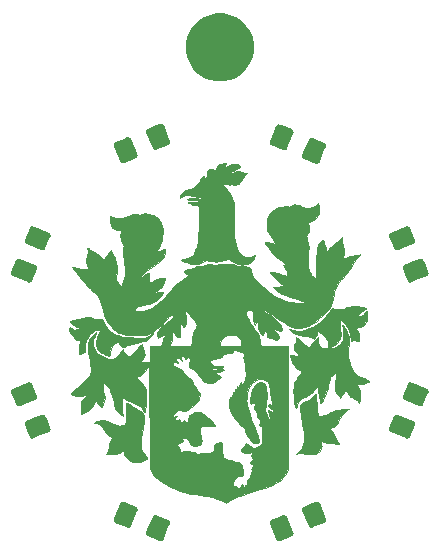
<source format=gts>
G04 #@! TF.GenerationSoftware,KiCad,Pcbnew,(5.1.4)-1*
G04 #@! TF.CreationDate,2019-10-31T11:45:24-07:00*
G04 #@! TF.ProjectId,ruddblink,72756464-626c-4696-9e6b-2e6b69636164,A*
G04 #@! TF.SameCoordinates,Original*
G04 #@! TF.FileFunction,Soldermask,Top*
G04 #@! TF.FilePolarity,Negative*
%FSLAX46Y46*%
G04 Gerber Fmt 4.6, Leading zero omitted, Abs format (unit mm)*
G04 Created by KiCad (PCBNEW (5.1.4)-1) date 2019-10-31 11:45:24*
%MOMM*%
%LPD*%
G04 APERTURE LIST*
%ADD10C,0.010000*%
%ADD11C,0.100000*%
G04 APERTURE END LIST*
D10*
G36*
X150583274Y-103391556D02*
G01*
X150603776Y-103495009D01*
X150622435Y-103645131D01*
X150630704Y-103740062D01*
X150642747Y-103930075D01*
X150642737Y-104064198D01*
X150627505Y-104169345D01*
X150593883Y-104272430D01*
X150558092Y-104356911D01*
X150415289Y-104585755D01*
X150218444Y-104764951D01*
X149983933Y-104881878D01*
X149831366Y-104916973D01*
X149617531Y-104945340D01*
X149718987Y-105106056D01*
X149809076Y-105321324D01*
X149820406Y-105545729D01*
X149753479Y-105763240D01*
X149695524Y-105857985D01*
X149613340Y-105998337D01*
X149576321Y-106142700D01*
X149583746Y-106310907D01*
X149634892Y-106522794D01*
X149667634Y-106624822D01*
X149709151Y-106755983D01*
X149735072Y-106868067D01*
X149747343Y-106984434D01*
X149747908Y-107128444D01*
X149738714Y-107323460D01*
X149733251Y-107412853D01*
X149719468Y-107672681D01*
X149708059Y-107963260D01*
X149700595Y-108240620D01*
X149698682Y-108379780D01*
X149699427Y-108596310D01*
X149707325Y-108753107D01*
X149725716Y-108873628D01*
X149757937Y-108981331D01*
X149798270Y-109079362D01*
X149869892Y-109226706D01*
X149945181Y-109359356D01*
X149988702Y-109423164D01*
X150072232Y-109511595D01*
X150174866Y-109597717D01*
X150270023Y-109661122D01*
X150325726Y-109681923D01*
X150351640Y-109641070D01*
X150373762Y-109519774D01*
X150391914Y-109320792D01*
X150405914Y-109046882D01*
X150415582Y-108700799D01*
X150420738Y-108285303D01*
X150421075Y-108224820D01*
X150425800Y-107246295D01*
X150585517Y-106907467D01*
X150668293Y-106739331D01*
X150737476Y-106627174D01*
X150811535Y-106550118D01*
X150908941Y-106487285D01*
X150996754Y-106442604D01*
X151015439Y-106470043D01*
X151026597Y-106556989D01*
X151027983Y-106610028D01*
X151048647Y-106764393D01*
X151113743Y-106957668D01*
X151193043Y-107133990D01*
X151267450Y-107283847D01*
X151328917Y-107400210D01*
X151368410Y-107466329D01*
X151377073Y-107475312D01*
X151400110Y-107439621D01*
X151438158Y-107348394D01*
X151463647Y-107277525D01*
X151500236Y-107184491D01*
X151546925Y-107109476D01*
X151618879Y-107037420D01*
X151731263Y-106953264D01*
X151899240Y-106841945D01*
X151907826Y-106836394D01*
X152162431Y-106656104D01*
X152345665Y-106491152D01*
X152416111Y-106405699D01*
X152547819Y-106218348D01*
X152573089Y-106503305D01*
X152600229Y-106686538D01*
X152644672Y-106869419D01*
X152685350Y-106984259D01*
X152760810Y-107229746D01*
X152781091Y-107484332D01*
X152745727Y-107720697D01*
X152699881Y-107837997D01*
X152647149Y-107944347D01*
X152614945Y-108015426D01*
X152610278Y-108029797D01*
X152647512Y-108025933D01*
X152748298Y-108002689D01*
X152896265Y-107964085D01*
X153037082Y-107924994D01*
X153249098Y-107868067D01*
X153469240Y-107814611D01*
X153681822Y-107767769D01*
X153871157Y-107730689D01*
X154021559Y-107706516D01*
X154117342Y-107698395D01*
X154142900Y-107703234D01*
X154123541Y-107737853D01*
X154055487Y-107812567D01*
X153952549Y-107912443D01*
X153931347Y-107931972D01*
X153757389Y-108118591D01*
X153584316Y-108362774D01*
X153461927Y-108568683D01*
X153344757Y-108772856D01*
X153237809Y-108945944D01*
X153128795Y-109104242D01*
X153005428Y-109264047D01*
X152855423Y-109441652D01*
X152666492Y-109653353D01*
X152537782Y-109794318D01*
X152326038Y-110036619D01*
X152169328Y-110248648D01*
X152057273Y-110451672D01*
X151979491Y-110666956D01*
X151925603Y-110915767D01*
X151898710Y-111103636D01*
X151842432Y-111420274D01*
X151748906Y-111727208D01*
X151685311Y-111889082D01*
X151612716Y-112056666D01*
X151545586Y-112188872D01*
X151469896Y-112305606D01*
X151371621Y-112426769D01*
X151236738Y-112572265D01*
X151118047Y-112694142D01*
X150904879Y-112899295D01*
X150668470Y-113107034D01*
X150424163Y-113305510D01*
X150187300Y-113482879D01*
X149973222Y-113627293D01*
X149797271Y-113726908D01*
X149756806Y-113745209D01*
X149648691Y-113780152D01*
X149483746Y-113821474D01*
X149287489Y-113863157D01*
X149147783Y-113888874D01*
X148697840Y-113966072D01*
X148347481Y-113828527D01*
X148150510Y-113744607D01*
X147947751Y-113643638D01*
X147728069Y-113518859D01*
X147480332Y-113363510D01*
X147193408Y-113170832D01*
X146856163Y-112934064D01*
X146754011Y-112860966D01*
X146504252Y-112682563D01*
X146313133Y-112548438D01*
X146172437Y-112453211D01*
X146073949Y-112391507D01*
X146009450Y-112357948D01*
X145970724Y-112347157D01*
X145968775Y-112347115D01*
X145953838Y-112382699D01*
X145955627Y-112461533D01*
X145972560Y-112526562D01*
X146017626Y-112575771D01*
X146108971Y-112622589D01*
X146239459Y-112671558D01*
X146357479Y-112717715D01*
X146461118Y-112771891D01*
X146566421Y-112846001D01*
X146689429Y-112951958D01*
X146846187Y-113101676D01*
X146929515Y-113184019D01*
X147111501Y-113369117D01*
X147241904Y-113513470D01*
X147331788Y-113631203D01*
X147392216Y-113736442D01*
X147425401Y-113817190D01*
X147471212Y-113946680D01*
X147506685Y-114046817D01*
X147519312Y-114082364D01*
X147501422Y-114137589D01*
X147454072Y-114175461D01*
X147386176Y-114193402D01*
X147293168Y-114177300D01*
X147152847Y-114123000D01*
X147137360Y-114116195D01*
X147011392Y-114061791D01*
X146918947Y-114024301D01*
X146883681Y-114012689D01*
X146868437Y-114048157D01*
X146864049Y-114108118D01*
X146896201Y-114197663D01*
X146984698Y-114317082D01*
X147051426Y-114387443D01*
X147182143Y-114543522D01*
X147241144Y-114680540D01*
X147228427Y-114792113D01*
X147143992Y-114871857D01*
X147051426Y-114903434D01*
X146953895Y-114906544D01*
X146821808Y-114876280D01*
X146638351Y-114808471D01*
X146593492Y-114789816D01*
X146260477Y-114649416D01*
X146203257Y-114351872D01*
X146171574Y-114207442D01*
X146140924Y-114101677D01*
X146117351Y-114054993D01*
X146115156Y-114054328D01*
X146083781Y-114089358D01*
X146031504Y-114181087D01*
X145971121Y-114306467D01*
X145908429Y-114436752D01*
X145856693Y-114505187D01*
X145804486Y-114509301D01*
X145740386Y-114446623D01*
X145652968Y-114314681D01*
X145599392Y-114226059D01*
X145459331Y-113991869D01*
X145491250Y-113533836D01*
X145501620Y-113334400D01*
X145503100Y-113173840D01*
X145495870Y-113068451D01*
X145485741Y-113036246D01*
X145459744Y-113041969D01*
X145448465Y-113118843D01*
X145448311Y-113132930D01*
X145426941Y-113249806D01*
X145372734Y-113391224D01*
X145338180Y-113457095D01*
X145228049Y-113645019D01*
X145140393Y-113506149D01*
X145097756Y-113425074D01*
X145071318Y-113331781D01*
X145057542Y-113204424D01*
X145052889Y-113021156D01*
X145052737Y-112964856D01*
X145050987Y-112774890D01*
X145043080Y-112648051D01*
X145025036Y-112564217D01*
X144992870Y-112503264D01*
X144951790Y-112454774D01*
X144876065Y-112382958D01*
X144822554Y-112347819D01*
X144818160Y-112347115D01*
X144759510Y-112368002D01*
X144664538Y-112419922D01*
X144558303Y-112486766D01*
X144465866Y-112552426D01*
X144412287Y-112600793D01*
X144407328Y-112611203D01*
X144429575Y-112704627D01*
X144491115Y-112852240D01*
X144584150Y-113039544D01*
X144700878Y-113252044D01*
X144833498Y-113475245D01*
X144974212Y-113694650D01*
X145049441Y-113804492D01*
X145229874Y-114064013D01*
X145367683Y-114272394D01*
X145469804Y-114445421D01*
X145543175Y-114598878D01*
X145594732Y-114748552D01*
X145631412Y-114910227D01*
X145660152Y-115099689D01*
X145676163Y-115230640D01*
X145704140Y-115470066D01*
X148029950Y-115470066D01*
X148029950Y-125882671D01*
X147920003Y-126099893D01*
X147774196Y-126347298D01*
X147598217Y-126582927D01*
X147412463Y-126781389D01*
X147292191Y-126881289D01*
X147097832Y-127000886D01*
X146829474Y-127135265D01*
X146494498Y-127281529D01*
X146100286Y-127436782D01*
X145654219Y-127598126D01*
X145163678Y-127762665D01*
X144636045Y-127927502D01*
X144594705Y-127939939D01*
X144197559Y-128061206D01*
X143872252Y-128165675D01*
X143609857Y-128256856D01*
X143401447Y-128338258D01*
X143238096Y-128413391D01*
X143110877Y-128485765D01*
X143010863Y-128558888D01*
X143002586Y-128565888D01*
X142901526Y-128646617D01*
X142824361Y-128697840D01*
X142797594Y-128707799D01*
X142745608Y-128689205D01*
X142639729Y-128643227D01*
X142500891Y-128579030D01*
X142471098Y-128564852D01*
X142038409Y-128383307D01*
X141595518Y-128251562D01*
X141110409Y-128160295D01*
X141055360Y-128152632D01*
X140580017Y-128085362D01*
X140170859Y-128019628D01*
X139810986Y-127951251D01*
X139483502Y-127876056D01*
X139171508Y-127789864D01*
X138858106Y-127688499D01*
X138526398Y-127567783D01*
X138245289Y-127457985D01*
X137755422Y-127240508D01*
X137340508Y-127007530D01*
X136992804Y-126753399D01*
X136704569Y-126472460D01*
X136469204Y-126160834D01*
X136288030Y-125879635D01*
X136267087Y-117053882D01*
X138252151Y-117053882D01*
X138295576Y-117091358D01*
X138395950Y-117147714D01*
X138532650Y-117211527D01*
X138550643Y-117219197D01*
X138817990Y-117348334D01*
X139013990Y-117482764D01*
X139150492Y-117631540D01*
X139201254Y-117716326D01*
X139281436Y-117830495D01*
X139401209Y-117954638D01*
X139490185Y-118028170D01*
X139633670Y-118148462D01*
X139766307Y-118285779D01*
X139872966Y-118421600D01*
X139938519Y-118537404D01*
X139951918Y-118593389D01*
X139983108Y-118660783D01*
X140059863Y-118739819D01*
X140076836Y-118752990D01*
X140170345Y-118850269D01*
X140201754Y-118941337D01*
X140233112Y-119030204D01*
X140319148Y-119150575D01*
X140391889Y-119230188D01*
X140494010Y-119337291D01*
X140548306Y-119413632D01*
X140566253Y-119486921D01*
X140559328Y-119584866D01*
X140554253Y-119622212D01*
X140510421Y-119839714D01*
X140438365Y-120028910D01*
X140328781Y-120201047D01*
X140172361Y-120367368D01*
X139959800Y-120539117D01*
X139681791Y-120727539D01*
X139593182Y-120783426D01*
X139440225Y-120876957D01*
X139337710Y-120931508D01*
X139266151Y-120953325D01*
X139206062Y-120948655D01*
X139145545Y-120926910D01*
X138977459Y-120866218D01*
X138848990Y-120850896D01*
X138733769Y-120886166D01*
X138605427Y-120977248D01*
X138522756Y-121050224D01*
X138372584Y-121204596D01*
X138296372Y-121325296D01*
X138294565Y-121411424D01*
X138326807Y-121444585D01*
X138386833Y-121441825D01*
X138472545Y-121400614D01*
X138550897Y-121363305D01*
X138575414Y-121379697D01*
X138542942Y-121437411D01*
X138494541Y-121486951D01*
X138418867Y-121582701D01*
X138417015Y-121655443D01*
X138480772Y-121696510D01*
X138601923Y-121697236D01*
X138678132Y-121680687D01*
X138776060Y-121657496D01*
X138817901Y-121670254D01*
X138827499Y-121731529D01*
X138827655Y-121759498D01*
X138857972Y-121875562D01*
X138909265Y-121923271D01*
X138972632Y-121941259D01*
X139030184Y-121906863D01*
X139083425Y-121841766D01*
X139146201Y-121762139D01*
X139186848Y-121742953D01*
X139232462Y-121777472D01*
X139253273Y-121799555D01*
X139348903Y-121863076D01*
X139432255Y-121882525D01*
X139497077Y-121870620D01*
X139539671Y-121824945D01*
X139566208Y-121730558D01*
X139582856Y-121572518D01*
X139587002Y-121507771D01*
X139597983Y-121320394D01*
X139886911Y-121179065D01*
X140107426Y-121079417D01*
X140281059Y-121026771D01*
X140430058Y-121021697D01*
X140576673Y-121064764D01*
X140743155Y-121156542D01*
X140813990Y-121202790D01*
X140999472Y-121335443D01*
X141194404Y-121489083D01*
X141383945Y-121650476D01*
X141553255Y-121806383D01*
X141687491Y-121943571D01*
X141771813Y-122048801D01*
X141782124Y-122066223D01*
X141813174Y-122141885D01*
X141806115Y-122194616D01*
X141751894Y-122227170D01*
X141641457Y-122242300D01*
X141465751Y-122242760D01*
X141235590Y-122232421D01*
X141027932Y-122221452D01*
X140886243Y-122217562D01*
X140793346Y-122223074D01*
X140732067Y-122240311D01*
X140685231Y-122271597D01*
X140642230Y-122312690D01*
X140569680Y-122415244D01*
X140538033Y-122545765D01*
X140546824Y-122718005D01*
X140595590Y-122945717D01*
X140618147Y-123027607D01*
X140681594Y-123282839D01*
X140703735Y-123476672D01*
X140681220Y-123621836D01*
X140610699Y-123731057D01*
X140488822Y-123817064D01*
X140399354Y-123858806D01*
X140197053Y-123912233D01*
X140009316Y-123905088D01*
X139852065Y-123842287D01*
X139741225Y-123728747D01*
X139705283Y-123644548D01*
X139647566Y-123502200D01*
X139562986Y-123369151D01*
X139468566Y-123266875D01*
X139381326Y-123216846D01*
X139364780Y-123214984D01*
X139270395Y-123233784D01*
X139157408Y-123279197D01*
X139153918Y-123280986D01*
X139071562Y-123335115D01*
X139061780Y-123379441D01*
X139072707Y-123393413D01*
X139113624Y-123451495D01*
X139092219Y-123495740D01*
X138999779Y-123538673D01*
X138962983Y-123551183D01*
X138772012Y-123629955D01*
X138652554Y-123715222D01*
X138607629Y-123802378D01*
X138640255Y-123886812D01*
X138708148Y-123940245D01*
X138781275Y-123993705D01*
X138816588Y-124060425D01*
X138827278Y-124170803D01*
X138827655Y-124215641D01*
X138830243Y-124337108D01*
X138846051Y-124395018D01*
X138887150Y-124409088D01*
X138942164Y-124402679D01*
X139039901Y-124391087D01*
X139189704Y-124377245D01*
X139360517Y-124364002D01*
X139374087Y-124363059D01*
X139544569Y-124355482D01*
X139680735Y-124363742D01*
X139816824Y-124393203D01*
X139987074Y-124449232D01*
X140035335Y-124466686D01*
X140201670Y-124526173D01*
X140314343Y-124559396D01*
X140397821Y-124568917D01*
X140476571Y-124557298D01*
X140575061Y-124527102D01*
X140583969Y-124524145D01*
X140752051Y-124483268D01*
X140933046Y-124474758D01*
X141072696Y-124484634D01*
X141269128Y-124495452D01*
X141425759Y-124479342D01*
X141561476Y-124440389D01*
X141766332Y-124367631D01*
X141749502Y-124103325D01*
X141744421Y-123947329D01*
X141760680Y-123836449D01*
X141810676Y-123758884D01*
X141906804Y-123702830D01*
X142061459Y-123656485D01*
X142264982Y-123612500D01*
X142347909Y-123601194D01*
X142384822Y-123626621D01*
X142396335Y-123709261D01*
X142397778Y-123744407D01*
X142411522Y-123989391D01*
X142434407Y-124268497D01*
X142462295Y-124533633D01*
X142472996Y-124618147D01*
X142498575Y-124754721D01*
X142542188Y-124842096D01*
X142623739Y-124914330D01*
X142660901Y-124939680D01*
X142777005Y-124997627D01*
X142956095Y-125063505D01*
X143179144Y-125130759D01*
X143327538Y-125169383D01*
X143585188Y-125236468D01*
X143775034Y-125300995D01*
X143911088Y-125375936D01*
X144007364Y-125474259D01*
X144077876Y-125608936D01*
X144136637Y-125792938D01*
X144177901Y-125956446D01*
X144214352Y-126113035D01*
X144230226Y-126212121D01*
X144224935Y-126277043D01*
X144197890Y-126331144D01*
X144167396Y-126372840D01*
X144098427Y-126444594D01*
X144016453Y-126472503D01*
X143905108Y-126471712D01*
X143789738Y-126472092D01*
X143702507Y-126501996D01*
X143608573Y-126576163D01*
X143569199Y-126613807D01*
X143484771Y-126705937D01*
X143437101Y-126777372D01*
X143433161Y-126803018D01*
X143427185Y-126858150D01*
X143383334Y-126944774D01*
X143378321Y-126952399D01*
X143327113Y-127070856D01*
X143315994Y-127181132D01*
X143336961Y-127259285D01*
X143391375Y-127290707D01*
X143474239Y-127295640D01*
X143582588Y-127309490D01*
X143640981Y-127362230D01*
X143656606Y-127396548D01*
X143714076Y-127476417D01*
X143792314Y-127512952D01*
X143863969Y-127501136D01*
X143900896Y-127441377D01*
X143939175Y-127349423D01*
X143998423Y-127268050D01*
X144081891Y-127178001D01*
X144320227Y-127441377D01*
X144348379Y-127304964D01*
X144377519Y-127212813D01*
X144421713Y-127186830D01*
X144454389Y-127193262D01*
X144499207Y-127198645D01*
X144522588Y-127166457D01*
X144531278Y-127079221D01*
X144532246Y-126991518D01*
X144536535Y-126856784D01*
X144558605Y-126774425D01*
X144612256Y-126713632D01*
X144678058Y-126666007D01*
X144827701Y-126515987D01*
X144915434Y-126315943D01*
X144937753Y-126075210D01*
X144930691Y-125992568D01*
X144919101Y-125849880D01*
X144931152Y-125764491D01*
X144967321Y-125715119D01*
X145025709Y-125621014D01*
X145012403Y-125510744D01*
X144930156Y-125405466D01*
X144926662Y-125402614D01*
X144821406Y-125317771D01*
X145029434Y-125013549D01*
X144861956Y-124800635D01*
X144947328Y-124633291D01*
X145032701Y-124465947D01*
X144921732Y-124438096D01*
X144818809Y-124434788D01*
X144756236Y-124484816D01*
X144707086Y-124528945D01*
X144630299Y-124544210D01*
X144499856Y-124535466D01*
X144490587Y-124534383D01*
X144338586Y-124501540D01*
X144200214Y-124447684D01*
X144156020Y-124421477D01*
X144055698Y-124319340D01*
X144036715Y-124211575D01*
X144099358Y-124095167D01*
X144195885Y-124003733D01*
X144303854Y-123900918D01*
X144387300Y-123793319D01*
X144408667Y-123753062D01*
X144458136Y-123633633D01*
X144692978Y-123835203D01*
X144825642Y-123939225D01*
X144951394Y-124021290D01*
X145043872Y-124064272D01*
X145046706Y-124064984D01*
X145183818Y-124066886D01*
X145354788Y-124027224D01*
X145528096Y-123956023D01*
X145666867Y-123867750D01*
X145781324Y-123774068D01*
X145793856Y-123088542D01*
X145798222Y-122793203D01*
X145798539Y-122571208D01*
X145794023Y-122412688D01*
X145783891Y-122307772D01*
X145767360Y-122246589D01*
X145743645Y-122219270D01*
X145724522Y-122215002D01*
X145649666Y-122193689D01*
X145617528Y-122176525D01*
X145584967Y-122141727D01*
X145588254Y-122084253D01*
X145629360Y-121979891D01*
X145634441Y-121968569D01*
X145679923Y-121804674D01*
X145657894Y-121674949D01*
X145571220Y-121588817D01*
X145512186Y-121566865D01*
X145443894Y-121538122D01*
X145413217Y-121480070D01*
X145405757Y-121367929D01*
X145390372Y-121237310D01*
X145351780Y-121095753D01*
X145299464Y-120966883D01*
X145242906Y-120874326D01*
X145194490Y-120841541D01*
X145167280Y-120813092D01*
X145159190Y-120721296D01*
X145167001Y-120581295D01*
X145175736Y-120436193D01*
X145176051Y-120321420D01*
X145169552Y-120269000D01*
X145117655Y-120221150D01*
X145041004Y-120235854D01*
X144990278Y-120279410D01*
X144916586Y-120332462D01*
X144875842Y-120341869D01*
X144848709Y-120330544D01*
X144832110Y-120287649D01*
X144824772Y-120199803D01*
X144825423Y-120053628D01*
X144831313Y-119873427D01*
X144842745Y-119650109D01*
X144859956Y-119485324D01*
X144887499Y-119354333D01*
X144929931Y-119232399D01*
X144963584Y-119155148D01*
X145099395Y-118912697D01*
X145257349Y-118720684D01*
X145428016Y-118584059D01*
X145601967Y-118507774D01*
X145769774Y-118496781D01*
X145922006Y-118556030D01*
X145991211Y-118615528D01*
X146071617Y-118748973D01*
X146133196Y-118949237D01*
X146174730Y-119201745D01*
X146195002Y-119491920D01*
X146192796Y-119805187D01*
X146166894Y-120126968D01*
X146135360Y-120341869D01*
X146106261Y-120524546D01*
X146084591Y-120693960D01*
X146074095Y-120819791D01*
X146073658Y-120841541D01*
X146089807Y-120951614D01*
X146131652Y-121095119D01*
X146190431Y-121251800D01*
X146257387Y-121401400D01*
X146323759Y-121523664D01*
X146380789Y-121598336D01*
X146406772Y-121611869D01*
X146464746Y-121577755D01*
X146475675Y-121476312D01*
X146439616Y-121308888D01*
X146387252Y-121155291D01*
X146335410Y-121015302D01*
X146297603Y-120908904D01*
X146281265Y-120857084D01*
X146281098Y-120855648D01*
X146313219Y-120864609D01*
X146395689Y-120906546D01*
X146467230Y-120947111D01*
X146613897Y-121013329D01*
X146709311Y-121020325D01*
X146746085Y-120979200D01*
X146716833Y-120901055D01*
X146614169Y-120796989D01*
X146582983Y-120773168D01*
X146450386Y-120670026D01*
X146376640Y-120591867D01*
X146349220Y-120520774D01*
X146354195Y-120445919D01*
X146372149Y-120372817D01*
X146402122Y-120349122D01*
X146464702Y-120373071D01*
X146557249Y-120428544D01*
X146647017Y-120480987D01*
X146686933Y-120489351D01*
X146696858Y-120455115D01*
X146696974Y-120438954D01*
X146686013Y-120365674D01*
X146657212Y-120235859D01*
X146615944Y-120072953D01*
X146597968Y-120006736D01*
X146550235Y-119799340D01*
X146507294Y-119551026D01*
X146476075Y-119304124D01*
X146468447Y-119215589D01*
X146448338Y-118975530D01*
X146424232Y-118800559D01*
X146390847Y-118672493D01*
X146342902Y-118573150D01*
X146275116Y-118484350D01*
X146247219Y-118453971D01*
X146062960Y-118302303D01*
X145866227Y-118228232D01*
X145752264Y-118218495D01*
X145477263Y-118258613D01*
X145225773Y-118374498D01*
X145002886Y-118560698D01*
X144813693Y-118811765D01*
X144663287Y-119122248D01*
X144556758Y-119486698D01*
X144553674Y-119501395D01*
X144518522Y-119694518D01*
X144497494Y-119878385D01*
X144492562Y-120061876D01*
X144505697Y-120253869D01*
X144538871Y-120463242D01*
X144594057Y-120698876D01*
X144673224Y-120969649D01*
X144778347Y-121284439D01*
X144911396Y-121652126D01*
X145074343Y-122081589D01*
X145196612Y-122396502D01*
X145334065Y-122760421D01*
X145434356Y-123054104D01*
X145498525Y-123281316D01*
X145527614Y-123445818D01*
X145522664Y-123551375D01*
X145519071Y-123562301D01*
X145448037Y-123644900D01*
X145329649Y-123695831D01*
X145197801Y-123701708D01*
X145177020Y-123697398D01*
X145049170Y-123633785D01*
X144902804Y-123512457D01*
X144752606Y-123352073D01*
X144613262Y-123171292D01*
X144499457Y-122988773D01*
X144425876Y-122823174D01*
X144405852Y-122717570D01*
X144369621Y-122520420D01*
X144265669Y-122371448D01*
X144165799Y-122302809D01*
X144091589Y-122244118D01*
X143980286Y-122131093D01*
X143843083Y-121977247D01*
X143691178Y-121796096D01*
X143535765Y-121601153D01*
X143388040Y-121405932D01*
X143259200Y-121223948D01*
X143209069Y-121147953D01*
X143061445Y-120842880D01*
X142991595Y-120516255D01*
X143001868Y-120180759D01*
X143015676Y-120104319D01*
X143054224Y-119953048D01*
X143098090Y-119829621D01*
X143135911Y-119763309D01*
X143170319Y-119737157D01*
X143185395Y-119758126D01*
X143184541Y-119839728D01*
X143177389Y-119927990D01*
X143168786Y-120032584D01*
X143169008Y-120074758D01*
X143180950Y-120049637D01*
X143207506Y-119952347D01*
X143240691Y-119821377D01*
X143282827Y-119652754D01*
X143319332Y-119505202D01*
X143343590Y-119405496D01*
X143346728Y-119392208D01*
X143381345Y-119322753D01*
X143448873Y-119321477D01*
X143451010Y-119322146D01*
X143504507Y-119328475D01*
X143528357Y-119288984D01*
X143534377Y-119189183D01*
X143537119Y-119089597D01*
X143548457Y-119064385D01*
X143576948Y-119104641D01*
X143591185Y-119130073D01*
X143624649Y-119184132D01*
X143645544Y-119185029D01*
X143662812Y-119122154D01*
X143678887Y-119025975D01*
X143711256Y-118822033D01*
X143794412Y-119113509D01*
X143901136Y-118790804D01*
X143954750Y-118641772D01*
X144003493Y-118529180D01*
X144038962Y-118471765D01*
X144045893Y-118468099D01*
X144065412Y-118501468D01*
X144057183Y-118561787D01*
X144037185Y-118658902D01*
X144017339Y-118796896D01*
X144009959Y-118863673D01*
X143989478Y-119071869D01*
X144068142Y-118851665D01*
X144126480Y-118698002D01*
X144165711Y-118621686D01*
X144189300Y-118619902D01*
X144200708Y-118689834D01*
X144202752Y-118742224D01*
X144207121Y-118809570D01*
X144218105Y-118816826D01*
X144238861Y-118757476D01*
X144272548Y-118625000D01*
X144285134Y-118572197D01*
X144346033Y-118312172D01*
X144389012Y-118116557D01*
X144415690Y-117968808D01*
X144427684Y-117852382D01*
X144426611Y-117750735D01*
X144414089Y-117647322D01*
X144391736Y-117525600D01*
X144388888Y-117511100D01*
X144358251Y-117314450D01*
X144338705Y-117108072D01*
X144334463Y-116948263D01*
X144326563Y-116753748D01*
X144287556Y-116620382D01*
X144271513Y-116592947D01*
X144228037Y-116506146D01*
X144227303Y-116416044D01*
X144249216Y-116331615D01*
X144275179Y-116218919D01*
X144261074Y-116138591D01*
X144212506Y-116062341D01*
X144093623Y-115962820D01*
X143965760Y-115926178D01*
X143825994Y-115890992D01*
X143701273Y-115835467D01*
X143691088Y-115829036D01*
X143559560Y-115779086D01*
X143444354Y-115804941D01*
X143360731Y-115903033D01*
X143359036Y-115906689D01*
X143316046Y-115966296D01*
X143239452Y-116003174D01*
X143106107Y-116027635D01*
X143080509Y-116030785D01*
X142850357Y-116063323D01*
X142686878Y-116101559D01*
X142573472Y-116152074D01*
X142493540Y-116221452D01*
X142451360Y-116280284D01*
X142386216Y-116367074D01*
X142306104Y-116420714D01*
X142181844Y-116458207D01*
X142125771Y-116470015D01*
X141841918Y-116531950D01*
X141636045Y-116591531D01*
X141503168Y-116653613D01*
X141438301Y-116723052D01*
X141436459Y-116804705D01*
X141492655Y-116903426D01*
X141579803Y-117001805D01*
X141755813Y-117124473D01*
X141975358Y-117185718D01*
X142221270Y-117181131D01*
X142255274Y-117175281D01*
X142379342Y-117148857D01*
X142468256Y-117124784D01*
X142490337Y-117115797D01*
X142532214Y-117116734D01*
X142547177Y-117165591D01*
X142532418Y-117230574D01*
X142503766Y-117267923D01*
X142446526Y-117292536D01*
X142338666Y-117308280D01*
X142169834Y-117315968D01*
X141929682Y-117316414D01*
X141892060Y-117315974D01*
X141346836Y-117308931D01*
X141509473Y-117393167D01*
X141593219Y-117432538D01*
X141670810Y-117453699D01*
X141765574Y-117458210D01*
X141900838Y-117447630D01*
X142052723Y-117429495D01*
X142229245Y-117411151D01*
X142380028Y-117402538D01*
X142482015Y-117404674D01*
X142506063Y-117409496D01*
X142554793Y-117450013D01*
X142533919Y-117499049D01*
X142455460Y-117548611D01*
X142331438Y-117590704D01*
X142197291Y-117614858D01*
X142061719Y-117636078D01*
X141962688Y-117661792D01*
X141927024Y-117681421D01*
X141917202Y-117766276D01*
X141979112Y-117853587D01*
X142102590Y-117930685D01*
X142139133Y-117945833D01*
X142269695Y-118012010D01*
X142318974Y-118078466D01*
X142286311Y-118142981D01*
X142210852Y-118187354D01*
X142101477Y-118252306D01*
X141989931Y-118342038D01*
X141982050Y-118349601D01*
X141818201Y-118463140D01*
X141606244Y-118544862D01*
X141378489Y-118584592D01*
X141239936Y-118583338D01*
X141023081Y-118527520D01*
X140836473Y-118401619D01*
X140673156Y-118200429D01*
X140627980Y-118125175D01*
X140509762Y-117954981D01*
X140342630Y-117764599D01*
X140149345Y-117576249D01*
X139952667Y-117412151D01*
X139779366Y-117296717D01*
X139648228Y-117205400D01*
X139590603Y-117106261D01*
X139601674Y-116981536D01*
X139657965Y-116849020D01*
X139721062Y-116710423D01*
X139737328Y-116615837D01*
X139705976Y-116539883D01*
X139646387Y-116475765D01*
X139549053Y-116384324D01*
X139438281Y-116471457D01*
X139327510Y-116558590D01*
X139287772Y-116454073D01*
X139216862Y-116347360D01*
X139116703Y-116286232D01*
X139018049Y-116286637D01*
X138965398Y-116347810D01*
X138956553Y-116462152D01*
X138992769Y-116611246D01*
X138995449Y-116618399D01*
X139016055Y-116679011D01*
X139007898Y-116693726D01*
X138959962Y-116658972D01*
X138867638Y-116576965D01*
X138750340Y-116480607D01*
X138668973Y-116445446D01*
X138605393Y-116469344D01*
X138548500Y-116539402D01*
X138518310Y-116601499D01*
X138530263Y-116660364D01*
X138591882Y-116745137D01*
X138605962Y-116761995D01*
X138671212Y-116842930D01*
X138683285Y-116871640D01*
X138644893Y-116857641D01*
X138631173Y-116850433D01*
X138523853Y-116811747D01*
X138456599Y-116802525D01*
X138377485Y-116834857D01*
X138301551Y-116911013D01*
X138254224Y-116999733D01*
X138252151Y-117053882D01*
X136267087Y-117053882D01*
X136266836Y-116948263D01*
X136090930Y-117288752D01*
X135932620Y-117560947D01*
X135772818Y-117760954D01*
X135600930Y-117899365D01*
X135406364Y-117986773D01*
X135387054Y-117992595D01*
X135167495Y-118056422D01*
X135435880Y-118319575D01*
X135662795Y-118575580D01*
X135826367Y-118841177D01*
X135839813Y-118868938D01*
X135975360Y-119155148D01*
X135975360Y-119863017D01*
X135971809Y-120214077D01*
X135961522Y-120512101D01*
X135945052Y-120750782D01*
X135922951Y-120923816D01*
X135895773Y-121024899D01*
X135871386Y-121049738D01*
X135832351Y-121016369D01*
X135772894Y-120931465D01*
X135738622Y-120872771D01*
X135616694Y-120712855D01*
X135438917Y-120561445D01*
X135412797Y-120543574D01*
X135308575Y-120479189D01*
X135158980Y-120393265D01*
X134978776Y-120293581D01*
X134782728Y-120187918D01*
X134585600Y-120084056D01*
X134402158Y-119989772D01*
X134247167Y-119912848D01*
X134135390Y-119861064D01*
X134081684Y-119842197D01*
X134036978Y-119880153D01*
X133994219Y-119979519D01*
X133959729Y-120118540D01*
X133939832Y-120275463D01*
X133937372Y-120338747D01*
X133939780Y-120486426D01*
X133948210Y-120683379D01*
X133961085Y-120895952D01*
X133967523Y-120982854D01*
X134000014Y-121394822D01*
X133821785Y-121235105D01*
X133689477Y-121108289D01*
X133578837Y-120979613D01*
X133484211Y-120836848D01*
X133399945Y-120667765D01*
X133320386Y-120460134D01*
X133239880Y-120201727D01*
X133152774Y-119880313D01*
X133100851Y-119675640D01*
X133043830Y-119469884D01*
X132979050Y-119271286D01*
X132916235Y-119108292D01*
X132883053Y-119038531D01*
X132805697Y-118923307D01*
X132705103Y-118808904D01*
X132597880Y-118709891D01*
X132500634Y-118640840D01*
X132429972Y-118616321D01*
X132410791Y-118624193D01*
X132381824Y-118681656D01*
X132346563Y-118785481D01*
X132337680Y-118816926D01*
X132317629Y-118924260D01*
X132324372Y-119029387D01*
X132361622Y-119164659D01*
X132385489Y-119233319D01*
X132456715Y-119526169D01*
X132474983Y-119839252D01*
X132440966Y-120143611D01*
X132358284Y-120403911D01*
X132296450Y-120525198D01*
X132241990Y-120608357D01*
X132211795Y-120633345D01*
X132171316Y-120601204D01*
X132097649Y-120515118D01*
X132003570Y-120390588D01*
X131954455Y-120321050D01*
X131856873Y-120183780D01*
X131776028Y-120077251D01*
X131723852Y-120016851D01*
X131712325Y-120008754D01*
X131684979Y-120044410D01*
X131639408Y-120137500D01*
X131590017Y-120256504D01*
X131504507Y-120434496D01*
X131386914Y-120591670D01*
X131253290Y-120724946D01*
X131123737Y-120835308D01*
X130976419Y-120947798D01*
X130827128Y-121052014D01*
X130691654Y-121137556D01*
X130585789Y-121194024D01*
X130525324Y-121211017D01*
X130519491Y-121208241D01*
X130508047Y-121160648D01*
X130493939Y-121049781D01*
X130479495Y-120895491D01*
X130473282Y-120814049D01*
X130468431Y-120510564D01*
X130505949Y-120261740D01*
X130592045Y-120047220D01*
X130732933Y-119846644D01*
X130786960Y-119785989D01*
X130978639Y-119579851D01*
X130853721Y-119607425D01*
X130565099Y-119653762D01*
X130285210Y-119666855D01*
X130031440Y-119648004D01*
X129821178Y-119598510D01*
X129671812Y-119519672D01*
X129670936Y-119518949D01*
X129627868Y-119479113D01*
X129618496Y-119443495D01*
X129651299Y-119395914D01*
X129734756Y-119320191D01*
X129807036Y-119259246D01*
X130152071Y-118968308D01*
X130437651Y-118723929D01*
X130669417Y-118520728D01*
X130853010Y-118353320D01*
X130994070Y-118216323D01*
X131098236Y-118104355D01*
X131171150Y-118012031D01*
X131218451Y-117933970D01*
X131235152Y-117896314D01*
X131297618Y-117641111D01*
X131314154Y-117323294D01*
X131285044Y-116949526D01*
X131210572Y-116526473D01*
X131169246Y-116349370D01*
X131091030Y-115992928D01*
X131050702Y-115695548D01*
X131048407Y-115442053D01*
X131084294Y-115217270D01*
X131158509Y-115006022D01*
X131182778Y-114954141D01*
X131285365Y-114781363D01*
X131420264Y-114604083D01*
X131566845Y-114446062D01*
X131704482Y-114331059D01*
X131745425Y-114306060D01*
X131784097Y-114291761D01*
X131792033Y-114312555D01*
X131765903Y-114378991D01*
X131702382Y-114501619D01*
X131658293Y-114582340D01*
X131569397Y-114750553D01*
X131516227Y-114875700D01*
X131490439Y-114985379D01*
X131483686Y-115107183D01*
X131484276Y-115157771D01*
X131509305Y-115365152D01*
X131569450Y-115591587D01*
X131654171Y-115807606D01*
X131752930Y-115983739D01*
X131801408Y-116044586D01*
X131899975Y-116123944D01*
X132053966Y-116218696D01*
X132240066Y-116317116D01*
X132434959Y-116407477D01*
X132615332Y-116478052D01*
X132729920Y-116511594D01*
X132965029Y-116533867D01*
X133157225Y-116512108D01*
X133327815Y-116463204D01*
X133476295Y-116377232D01*
X133617593Y-116241803D01*
X133766638Y-116044528D01*
X133822417Y-115960099D01*
X133903418Y-115840165D01*
X133968660Y-115754137D01*
X134004265Y-115720286D01*
X134004593Y-115720266D01*
X134031837Y-115755834D01*
X134059398Y-115842392D01*
X134060443Y-115847062D01*
X134105445Y-115950834D01*
X134189166Y-116074173D01*
X134244681Y-116138538D01*
X134339009Y-116230459D01*
X134422265Y-116286309D01*
X134504704Y-116301928D01*
X134596580Y-116273160D01*
X134708147Y-116195847D01*
X134849661Y-116065832D01*
X135031376Y-115878956D01*
X135121754Y-115782937D01*
X135282039Y-115613438D01*
X135423297Y-115467096D01*
X135535512Y-115354046D01*
X135608666Y-115284425D01*
X135631836Y-115266811D01*
X135656202Y-115297956D01*
X135663258Y-115355558D01*
X135678878Y-115442547D01*
X135719297Y-115574438D01*
X135766368Y-115699082D01*
X135821572Y-115855948D01*
X135858955Y-116005909D01*
X135869359Y-116094656D01*
X135842099Y-116265629D01*
X135771397Y-116448131D01*
X135674104Y-116603306D01*
X135627307Y-116652831D01*
X135562585Y-116720310D01*
X135538147Y-116763679D01*
X135575914Y-116794311D01*
X135673988Y-116817771D01*
X135809529Y-116831549D01*
X135959694Y-116833136D01*
X136080266Y-116823234D01*
X136287655Y-116794710D01*
X136287655Y-115472793D01*
X136754887Y-115461020D01*
X137022432Y-115454278D01*
X137953229Y-115454278D01*
X137992904Y-115458828D01*
X138104070Y-115462865D01*
X138274942Y-115466188D01*
X138493733Y-115468599D01*
X138748658Y-115469897D01*
X138884734Y-115470066D01*
X139816239Y-115470066D01*
X142283721Y-115470066D01*
X144105100Y-115470066D01*
X144069274Y-115272279D01*
X144001720Y-114994802D01*
X143912294Y-114793142D01*
X143798531Y-114662131D01*
X143768176Y-114641147D01*
X143518039Y-114533971D01*
X143238214Y-114497157D01*
X142943389Y-114530595D01*
X142648254Y-114634178D01*
X142616836Y-114649630D01*
X142443363Y-114773884D01*
X142334957Y-114941945D01*
X142287082Y-115162010D01*
X142283786Y-115251459D01*
X142283721Y-115470066D01*
X139816239Y-115470066D01*
X139844564Y-115182618D01*
X139895727Y-114829614D01*
X139976371Y-114477507D01*
X140078887Y-114154977D01*
X140178746Y-113923113D01*
X140319124Y-113646159D01*
X140211838Y-113485900D01*
X140108288Y-113342919D01*
X139967152Y-113163450D01*
X139807118Y-112969789D01*
X139646873Y-112784235D01*
X139505103Y-112629084D01*
X139431933Y-112555312D01*
X139279029Y-112409574D01*
X139305883Y-112576132D01*
X139331396Y-112725100D01*
X139362383Y-112894137D01*
X139371672Y-112942525D01*
X139407366Y-113229196D01*
X139390356Y-113467584D01*
X139323613Y-113666428D01*
X139265876Y-113771573D01*
X139217177Y-113836273D01*
X139200695Y-113846132D01*
X139159362Y-113814538D01*
X139089629Y-113732819D01*
X139027567Y-113648345D01*
X138890363Y-113450558D01*
X138866494Y-113596295D01*
X138857742Y-113704528D01*
X138855093Y-113866761D01*
X138858811Y-114053921D01*
X138861769Y-114122034D01*
X138868606Y-114377431D01*
X138858662Y-114557467D01*
X138830877Y-114668563D01*
X138784192Y-114717138D01*
X138762938Y-114720558D01*
X138642605Y-114682092D01*
X138518443Y-114575405D01*
X138404734Y-114413557D01*
X138383331Y-114373410D01*
X138322678Y-114264920D01*
X138277645Y-114217604D01*
X138244619Y-114236249D01*
X138219992Y-114325645D01*
X138200151Y-114490582D01*
X138188773Y-114631464D01*
X138150333Y-114922923D01*
X138078878Y-115161402D01*
X138058277Y-115209036D01*
X138002796Y-115332619D01*
X137964726Y-115422007D01*
X137953229Y-115454278D01*
X137022432Y-115454278D01*
X137222119Y-115449246D01*
X137396958Y-115012033D01*
X137467371Y-114832264D01*
X137524853Y-114678510D01*
X137562906Y-114568618D01*
X137575137Y-114522771D01*
X137561556Y-114480037D01*
X137506979Y-114480268D01*
X137402850Y-114525894D01*
X137245360Y-114616459D01*
X137120621Y-114690075D01*
X137025057Y-114742469D01*
X136979668Y-114762197D01*
X136966891Y-114724098D01*
X136957668Y-114623929D01*
X136953896Y-114482882D01*
X136953885Y-114474233D01*
X136956053Y-114320747D01*
X136969962Y-114221826D01*
X137006719Y-114148756D01*
X137077431Y-114072826D01*
X137127046Y-114026610D01*
X137232452Y-113927547D01*
X137374619Y-113791419D01*
X137531139Y-113639764D01*
X137621351Y-113551521D01*
X137767078Y-113415039D01*
X137905271Y-113297253D01*
X138017302Y-113213453D01*
X138070078Y-113183244D01*
X138178779Y-113099915D01*
X138258445Y-112969929D01*
X138286344Y-112840574D01*
X138255390Y-112803328D01*
X138179604Y-112804081D01*
X138084604Y-112836420D01*
X137996004Y-112893929D01*
X137970524Y-112919656D01*
X137758026Y-113167388D01*
X137587874Y-113362785D01*
X137448257Y-113516777D01*
X137327364Y-113640295D01*
X137213386Y-113744269D01*
X137094512Y-113839629D01*
X136958931Y-113937305D01*
X136794834Y-114048228D01*
X136641590Y-114149560D01*
X136017000Y-114561583D01*
X135205032Y-114540540D01*
X134821926Y-114527463D01*
X134508771Y-114508300D01*
X134252304Y-114480303D01*
X134039266Y-114440723D01*
X133856393Y-114386814D01*
X133690426Y-114315828D01*
X133528102Y-114225016D01*
X133453833Y-114177687D01*
X133206367Y-113989731D01*
X132990841Y-113767774D01*
X132800981Y-113501761D01*
X132630512Y-113181634D01*
X132473160Y-112797335D01*
X132337714Y-112388754D01*
X132256943Y-112137686D01*
X132163939Y-111871159D01*
X132070277Y-111621211D01*
X131988517Y-111422120D01*
X131908020Y-111242438D01*
X131842881Y-111116146D01*
X131775363Y-111021429D01*
X131687728Y-110936474D01*
X131562241Y-110839465D01*
X131446803Y-110755890D01*
X131328338Y-110667789D01*
X131221122Y-110579934D01*
X131115720Y-110482226D01*
X131002695Y-110364563D01*
X130872614Y-110216845D01*
X130716039Y-110028970D01*
X130523537Y-109790838D01*
X130395237Y-109630148D01*
X130213258Y-109400804D01*
X130050668Y-109194344D01*
X129914013Y-109019208D01*
X129809839Y-108883834D01*
X129744692Y-108796663D01*
X129725069Y-108766132D01*
X129770350Y-108775137D01*
X129879479Y-108799555D01*
X130035295Y-108835483D01*
X130191870Y-108872218D01*
X130435325Y-108924847D01*
X130621965Y-108952531D01*
X130773582Y-108957822D01*
X130861791Y-108950699D01*
X130984466Y-108930751D01*
X131064692Y-108908843D01*
X131082737Y-108895825D01*
X131072338Y-108845144D01*
X131044872Y-108736355D01*
X131005934Y-108591485D01*
X130999459Y-108568035D01*
X130948321Y-108368183D01*
X130924060Y-108212965D01*
X130926820Y-108070311D01*
X130956747Y-107908151D01*
X131003228Y-107732536D01*
X131051208Y-107541392D01*
X131069118Y-107400766D01*
X131057623Y-107283773D01*
X131017388Y-107163533D01*
X131017304Y-107163331D01*
X131008260Y-107123289D01*
X131039782Y-107130528D01*
X131121825Y-107188476D01*
X131147277Y-107208085D01*
X131260087Y-107289050D01*
X131416776Y-107393057D01*
X131589092Y-107501529D01*
X131644868Y-107535315D01*
X131822918Y-107649515D01*
X132000014Y-107775666D01*
X132144453Y-107890874D01*
X132173986Y-107917364D01*
X132281280Y-108011789D01*
X132367497Y-108077739D01*
X132410660Y-108099902D01*
X132449679Y-108068108D01*
X132525749Y-107981566D01*
X132627857Y-107853533D01*
X132743727Y-107698998D01*
X133036122Y-107298095D01*
X133145142Y-107542851D01*
X133259177Y-107803007D01*
X133343156Y-108007329D01*
X133403345Y-108174924D01*
X133446007Y-108324901D01*
X133477406Y-108476367D01*
X133501031Y-108628450D01*
X133527280Y-108853847D01*
X133533200Y-109032023D01*
X133519020Y-109196459D01*
X133505450Y-109278661D01*
X133466908Y-109512982D01*
X133453866Y-109689017D01*
X133470472Y-109828973D01*
X133520875Y-109955059D01*
X133609225Y-110089484D01*
X133672102Y-110170759D01*
X133888025Y-110442112D01*
X134033597Y-110051745D01*
X134129864Y-109746611D01*
X134185573Y-109444941D01*
X134201840Y-109126745D01*
X134179782Y-108772032D01*
X134126170Y-108393742D01*
X134086409Y-108118927D01*
X134059143Y-107845151D01*
X134045015Y-107589505D01*
X134044667Y-107369078D01*
X134058741Y-107200963D01*
X134078376Y-107121377D01*
X134082987Y-107007669D01*
X134049418Y-106915581D01*
X134009570Y-106818084D01*
X133959091Y-106667913D01*
X133907281Y-106493253D01*
X133894136Y-106445043D01*
X133849138Y-106266781D01*
X133826763Y-106139498D01*
X133825072Y-106034600D01*
X133842130Y-105923491D01*
X133854906Y-105865995D01*
X133908610Y-105634968D01*
X133734444Y-105653209D01*
X133594243Y-105651665D01*
X133447634Y-105610438D01*
X133330409Y-105557442D01*
X133209938Y-105494245D01*
X133133548Y-105436267D01*
X133081757Y-105359224D01*
X133035082Y-105238831D01*
X133007704Y-105155189D01*
X132970822Y-105015810D01*
X132940746Y-104856935D01*
X132919673Y-104699032D01*
X132909798Y-104562571D01*
X132913317Y-104468020D01*
X132930507Y-104435640D01*
X132973652Y-104451237D01*
X133070954Y-104491970D01*
X133190753Y-104544343D01*
X133360821Y-104604618D01*
X133537288Y-104631981D01*
X133734750Y-104625193D01*
X133967801Y-104583015D01*
X134251033Y-104504206D01*
X134457028Y-104436819D01*
X134694406Y-104358186D01*
X134870864Y-104306752D01*
X135003286Y-104280017D01*
X135108555Y-104275483D01*
X135203555Y-104290649D01*
X135281867Y-104314715D01*
X135391039Y-104337733D01*
X135509798Y-104323467D01*
X135607793Y-104293895D01*
X135763743Y-104249354D01*
X135907461Y-104232455D01*
X136063496Y-104244255D01*
X136256396Y-104285809D01*
X136410243Y-104328421D01*
X136595664Y-104387225D01*
X136729491Y-104446191D01*
X136841731Y-104522100D01*
X136962395Y-104631731D01*
X136975185Y-104644311D01*
X137084403Y-104758780D01*
X137161638Y-104862762D01*
X137221875Y-104982882D01*
X137280101Y-105145768D01*
X137308574Y-105236639D01*
X137360791Y-105412213D01*
X137392019Y-105544111D01*
X137404805Y-105661710D01*
X137401698Y-105794390D01*
X137385245Y-105971529D01*
X137378070Y-106037897D01*
X137309252Y-106456779D01*
X137201559Y-106822012D01*
X137058009Y-107125576D01*
X136881620Y-107359451D01*
X136880296Y-107360804D01*
X136786781Y-107459865D01*
X136726703Y-107530820D01*
X136712816Y-107558580D01*
X136713088Y-107558591D01*
X136760496Y-107544321D01*
X136868420Y-107505655D01*
X137019926Y-107448801D01*
X137167202Y-107392033D01*
X137342550Y-107324718D01*
X137488912Y-107270444D01*
X137589168Y-107235437D01*
X137625098Y-107225476D01*
X137628847Y-107262481D01*
X137612922Y-107361396D01*
X137580584Y-107504075D01*
X137562391Y-107574560D01*
X137491849Y-107791716D01*
X137399282Y-107977097D01*
X137272778Y-108144989D01*
X137100422Y-108309675D01*
X136870301Y-108485441D01*
X136712562Y-108593500D01*
X136466288Y-108763285D01*
X136228216Y-108937739D01*
X136008024Y-109108760D01*
X135815389Y-109268251D01*
X135659988Y-109408111D01*
X135551498Y-109520242D01*
X135499597Y-109596544D01*
X135496508Y-109611278D01*
X135530116Y-109608318D01*
X135620545Y-109571123D01*
X135752203Y-109506587D01*
X135846442Y-109456553D01*
X135998649Y-109374535D01*
X136121376Y-109310191D01*
X136197775Y-109272259D01*
X136214212Y-109265804D01*
X136220923Y-109303270D01*
X136219395Y-109399814D01*
X136213362Y-109491136D01*
X136214868Y-109629621D01*
X136236060Y-109781785D01*
X136271060Y-109925099D01*
X136313992Y-110037035D01*
X136358979Y-110095062D01*
X136371802Y-110098591D01*
X136414743Y-110067466D01*
X136468626Y-109998425D01*
X136559432Y-109918909D01*
X136714370Y-109844350D01*
X136914304Y-109780992D01*
X137140098Y-109735080D01*
X137339049Y-109714382D01*
X137479681Y-109709970D01*
X137580486Y-109713008D01*
X137620093Y-109722830D01*
X137620114Y-109723127D01*
X137601436Y-109796434D01*
X137552215Y-109921188D01*
X137482668Y-110076213D01*
X137403017Y-110240334D01*
X137323478Y-110392378D01*
X137254272Y-110511170D01*
X137211442Y-110569932D01*
X137117947Y-110646416D01*
X136977296Y-110737054D01*
X136818820Y-110823057D01*
X136808147Y-110828258D01*
X136668578Y-110897938D01*
X136596384Y-110941727D01*
X136594636Y-110961561D01*
X136666403Y-110959375D01*
X136814753Y-110937105D01*
X136944735Y-110914382D01*
X137139949Y-110886920D01*
X137298870Y-110878978D01*
X137407171Y-110890233D01*
X137450525Y-110920360D01*
X137450625Y-110925822D01*
X137428545Y-110971846D01*
X137373361Y-111067578D01*
X137296863Y-111192587D01*
X137294298Y-111196679D01*
X137120296Y-111410346D01*
X136884484Y-111591450D01*
X136581323Y-111743169D01*
X136205275Y-111868681D01*
X136057260Y-111906565D01*
X135743806Y-111983725D01*
X135502395Y-112049042D01*
X135323295Y-112106425D01*
X135196772Y-112159784D01*
X135113094Y-112213027D01*
X135062529Y-112270065D01*
X135041556Y-112314535D01*
X135014598Y-112406495D01*
X135009566Y-112456543D01*
X135010467Y-112457905D01*
X135055707Y-112467899D01*
X135162406Y-112481462D01*
X135308977Y-112495918D01*
X135334553Y-112498123D01*
X135698780Y-112487494D01*
X136074531Y-112395917D01*
X136459506Y-112224569D01*
X136851401Y-111974624D01*
X137247916Y-111647257D01*
X137516016Y-111384154D01*
X137691708Y-111194793D01*
X137869619Y-110992877D01*
X138029941Y-110801490D01*
X138152865Y-110643719D01*
X138161426Y-110631945D01*
X138272505Y-110487267D01*
X138389660Y-110357663D01*
X138529322Y-110227717D01*
X138707921Y-110082016D01*
X138914452Y-109925476D01*
X139100476Y-109788166D01*
X139267762Y-109666157D01*
X139402726Y-109569245D01*
X139491784Y-109507228D01*
X139515727Y-109491856D01*
X139552757Y-109461956D01*
X139545205Y-109427377D01*
X139483559Y-109373552D01*
X139399826Y-109314350D01*
X139289105Y-109234363D01*
X139208402Y-109169028D01*
X139182173Y-109141829D01*
X139196364Y-109096726D01*
X139272063Y-109041901D01*
X139389469Y-108985648D01*
X139528785Y-108936262D01*
X139670211Y-108902038D01*
X139780781Y-108891050D01*
X139933533Y-108878714D01*
X140048384Y-108832129D01*
X140123228Y-108776541D01*
X140196587Y-108720733D01*
X140269737Y-108686292D01*
X140365811Y-108667748D01*
X140507942Y-108659631D01*
X140626769Y-108657467D01*
X140827027Y-108650417D01*
X140960487Y-108633447D01*
X141043307Y-108603916D01*
X141069023Y-108585231D01*
X141177932Y-108533663D01*
X141337362Y-108514831D01*
X141521062Y-108529197D01*
X141694757Y-108574236D01*
X141809613Y-108612302D01*
X141883368Y-108616835D01*
X141952221Y-108585281D01*
X141999562Y-108552725D01*
X142085426Y-108502185D01*
X142175107Y-108482243D01*
X142301683Y-108487516D01*
X142359509Y-108494159D01*
X142518672Y-108511149D01*
X142675091Y-108520661D01*
X142855765Y-108523583D01*
X143087695Y-108520805D01*
X143137328Y-108519760D01*
X143349661Y-108540944D01*
X143566618Y-108604860D01*
X143705323Y-108655487D01*
X143805884Y-108672131D01*
X143904381Y-108658571D01*
X143952224Y-108645255D01*
X144156634Y-108616459D01*
X144373158Y-108653589D01*
X144616131Y-108759350D01*
X144646754Y-108776224D01*
X144779674Y-108860258D01*
X144847858Y-108930757D01*
X144865360Y-108994737D01*
X144877422Y-109083379D01*
X144908883Y-109219834D01*
X144948214Y-109358724D01*
X144985424Y-109470150D01*
X145026655Y-109561267D01*
X145083674Y-109647313D01*
X145168247Y-109743524D01*
X145292139Y-109865140D01*
X145458296Y-110019297D01*
X145816416Y-110345229D01*
X146124368Y-110618107D01*
X146390615Y-110844016D01*
X146623623Y-111029043D01*
X146831855Y-111179273D01*
X147023778Y-111300791D01*
X147207854Y-111399685D01*
X147392549Y-111482038D01*
X147586327Y-111553937D01*
X147598635Y-111558121D01*
X147859845Y-111636470D01*
X148136943Y-111702195D01*
X148415995Y-111753756D01*
X148683068Y-111789611D01*
X148924228Y-111808221D01*
X149125541Y-111808045D01*
X149273074Y-111787543D01*
X149347349Y-111751465D01*
X149324621Y-111724887D01*
X149246779Y-111676266D01*
X149135263Y-111616343D01*
X149011512Y-111555864D01*
X148896965Y-111505572D01*
X148813062Y-111476211D01*
X148791041Y-111472689D01*
X148720721Y-111459188D01*
X148589048Y-111422446D01*
X148412777Y-111368106D01*
X148208665Y-111301811D01*
X147993468Y-111229202D01*
X147783941Y-111155924D01*
X147596842Y-111087618D01*
X147448925Y-111029928D01*
X147363721Y-110992037D01*
X147238884Y-110912632D01*
X147090821Y-110795821D01*
X146951325Y-110666714D01*
X146949754Y-110665112D01*
X146723163Y-110433738D01*
X146928934Y-110455296D01*
X147191383Y-110445223D01*
X147375333Y-110399362D01*
X147485844Y-110362595D01*
X147551019Y-110330537D01*
X147566632Y-110293247D01*
X147528455Y-110240785D01*
X147432262Y-110163212D01*
X147273826Y-110050587D01*
X147207242Y-110004090D01*
X147061772Y-109886754D01*
X146897502Y-109730184D01*
X146743893Y-109563016D01*
X146704742Y-109515640D01*
X146590690Y-109370496D01*
X146524734Y-109276873D01*
X146500851Y-109222994D01*
X146513019Y-109197081D01*
X146537972Y-109189563D01*
X146633244Y-109192121D01*
X146788311Y-109216353D01*
X146983858Y-109257916D01*
X147200572Y-109312465D01*
X147419136Y-109375656D01*
X147540629Y-109415062D01*
X147687765Y-109463643D01*
X147804064Y-109499336D01*
X147867250Y-109515354D01*
X147870686Y-109515640D01*
X147893947Y-109478561D01*
X147903452Y-109383095D01*
X147899735Y-109252899D01*
X147883330Y-109111630D01*
X147858993Y-108997551D01*
X147795846Y-108857074D01*
X147701261Y-108729301D01*
X147687772Y-108716026D01*
X147562127Y-108598655D01*
X147691940Y-108553402D01*
X147779647Y-108515351D01*
X147819478Y-108483247D01*
X147819712Y-108480993D01*
X147785888Y-108448547D01*
X147696566Y-108383358D01*
X147567166Y-108296338D01*
X147476187Y-108237861D01*
X147221224Y-108069603D01*
X147018204Y-107915691D01*
X146843882Y-107754667D01*
X146675013Y-107565073D01*
X146489690Y-107327241D01*
X146302773Y-107072627D01*
X146167822Y-106877336D01*
X146082487Y-106737562D01*
X146044418Y-106649500D01*
X146047989Y-106611918D01*
X146096321Y-106612504D01*
X146206656Y-106634796D01*
X146361776Y-106674825D01*
X146516063Y-106719855D01*
X146694180Y-106772919D01*
X146840315Y-106813706D01*
X146937868Y-106837762D01*
X146970247Y-106841682D01*
X146953870Y-106803879D01*
X146899952Y-106708736D01*
X146816018Y-106568943D01*
X146709597Y-106397190D01*
X146659033Y-106317043D01*
X146485290Y-106032482D01*
X146358548Y-105795409D01*
X146273164Y-105588781D01*
X146223494Y-105395558D01*
X146203892Y-105198699D01*
X146208716Y-104981163D01*
X146210052Y-104961452D01*
X146228765Y-104778778D01*
X146256045Y-104610798D01*
X146286656Y-104488374D01*
X146293331Y-104470588D01*
X146371955Y-104345206D01*
X146503947Y-104197995D01*
X146669491Y-104046860D01*
X146848767Y-103909710D01*
X147021958Y-103804452D01*
X147041026Y-103794991D01*
X147265652Y-103706330D01*
X147503789Y-103645286D01*
X147730143Y-103616159D01*
X147919423Y-103623249D01*
X147975603Y-103636098D01*
X148089016Y-103662132D01*
X148160501Y-103649815D01*
X148196163Y-103623984D01*
X148278000Y-103568502D01*
X148393306Y-103509780D01*
X148412455Y-103501532D01*
X148513854Y-103466827D01*
X148607334Y-103460718D01*
X148729768Y-103482745D01*
X148785685Y-103496859D01*
X148956636Y-103550183D01*
X149145012Y-103621507D01*
X149237491Y-103661820D01*
X149515485Y-103751528D01*
X149791219Y-103765423D01*
X150051861Y-103705095D01*
X150284582Y-103572135D01*
X150339614Y-103525236D01*
X150444228Y-103434096D01*
X150526861Y-103371666D01*
X150564068Y-103353017D01*
X150583274Y-103391556D01*
X150583274Y-103391556D01*
G37*
X150583274Y-103391556D02*
X150603776Y-103495009D01*
X150622435Y-103645131D01*
X150630704Y-103740062D01*
X150642747Y-103930075D01*
X150642737Y-104064198D01*
X150627505Y-104169345D01*
X150593883Y-104272430D01*
X150558092Y-104356911D01*
X150415289Y-104585755D01*
X150218444Y-104764951D01*
X149983933Y-104881878D01*
X149831366Y-104916973D01*
X149617531Y-104945340D01*
X149718987Y-105106056D01*
X149809076Y-105321324D01*
X149820406Y-105545729D01*
X149753479Y-105763240D01*
X149695524Y-105857985D01*
X149613340Y-105998337D01*
X149576321Y-106142700D01*
X149583746Y-106310907D01*
X149634892Y-106522794D01*
X149667634Y-106624822D01*
X149709151Y-106755983D01*
X149735072Y-106868067D01*
X149747343Y-106984434D01*
X149747908Y-107128444D01*
X149738714Y-107323460D01*
X149733251Y-107412853D01*
X149719468Y-107672681D01*
X149708059Y-107963260D01*
X149700595Y-108240620D01*
X149698682Y-108379780D01*
X149699427Y-108596310D01*
X149707325Y-108753107D01*
X149725716Y-108873628D01*
X149757937Y-108981331D01*
X149798270Y-109079362D01*
X149869892Y-109226706D01*
X149945181Y-109359356D01*
X149988702Y-109423164D01*
X150072232Y-109511595D01*
X150174866Y-109597717D01*
X150270023Y-109661122D01*
X150325726Y-109681923D01*
X150351640Y-109641070D01*
X150373762Y-109519774D01*
X150391914Y-109320792D01*
X150405914Y-109046882D01*
X150415582Y-108700799D01*
X150420738Y-108285303D01*
X150421075Y-108224820D01*
X150425800Y-107246295D01*
X150585517Y-106907467D01*
X150668293Y-106739331D01*
X150737476Y-106627174D01*
X150811535Y-106550118D01*
X150908941Y-106487285D01*
X150996754Y-106442604D01*
X151015439Y-106470043D01*
X151026597Y-106556989D01*
X151027983Y-106610028D01*
X151048647Y-106764393D01*
X151113743Y-106957668D01*
X151193043Y-107133990D01*
X151267450Y-107283847D01*
X151328917Y-107400210D01*
X151368410Y-107466329D01*
X151377073Y-107475312D01*
X151400110Y-107439621D01*
X151438158Y-107348394D01*
X151463647Y-107277525D01*
X151500236Y-107184491D01*
X151546925Y-107109476D01*
X151618879Y-107037420D01*
X151731263Y-106953264D01*
X151899240Y-106841945D01*
X151907826Y-106836394D01*
X152162431Y-106656104D01*
X152345665Y-106491152D01*
X152416111Y-106405699D01*
X152547819Y-106218348D01*
X152573089Y-106503305D01*
X152600229Y-106686538D01*
X152644672Y-106869419D01*
X152685350Y-106984259D01*
X152760810Y-107229746D01*
X152781091Y-107484332D01*
X152745727Y-107720697D01*
X152699881Y-107837997D01*
X152647149Y-107944347D01*
X152614945Y-108015426D01*
X152610278Y-108029797D01*
X152647512Y-108025933D01*
X152748298Y-108002689D01*
X152896265Y-107964085D01*
X153037082Y-107924994D01*
X153249098Y-107868067D01*
X153469240Y-107814611D01*
X153681822Y-107767769D01*
X153871157Y-107730689D01*
X154021559Y-107706516D01*
X154117342Y-107698395D01*
X154142900Y-107703234D01*
X154123541Y-107737853D01*
X154055487Y-107812567D01*
X153952549Y-107912443D01*
X153931347Y-107931972D01*
X153757389Y-108118591D01*
X153584316Y-108362774D01*
X153461927Y-108568683D01*
X153344757Y-108772856D01*
X153237809Y-108945944D01*
X153128795Y-109104242D01*
X153005428Y-109264047D01*
X152855423Y-109441652D01*
X152666492Y-109653353D01*
X152537782Y-109794318D01*
X152326038Y-110036619D01*
X152169328Y-110248648D01*
X152057273Y-110451672D01*
X151979491Y-110666956D01*
X151925603Y-110915767D01*
X151898710Y-111103636D01*
X151842432Y-111420274D01*
X151748906Y-111727208D01*
X151685311Y-111889082D01*
X151612716Y-112056666D01*
X151545586Y-112188872D01*
X151469896Y-112305606D01*
X151371621Y-112426769D01*
X151236738Y-112572265D01*
X151118047Y-112694142D01*
X150904879Y-112899295D01*
X150668470Y-113107034D01*
X150424163Y-113305510D01*
X150187300Y-113482879D01*
X149973222Y-113627293D01*
X149797271Y-113726908D01*
X149756806Y-113745209D01*
X149648691Y-113780152D01*
X149483746Y-113821474D01*
X149287489Y-113863157D01*
X149147783Y-113888874D01*
X148697840Y-113966072D01*
X148347481Y-113828527D01*
X148150510Y-113744607D01*
X147947751Y-113643638D01*
X147728069Y-113518859D01*
X147480332Y-113363510D01*
X147193408Y-113170832D01*
X146856163Y-112934064D01*
X146754011Y-112860966D01*
X146504252Y-112682563D01*
X146313133Y-112548438D01*
X146172437Y-112453211D01*
X146073949Y-112391507D01*
X146009450Y-112357948D01*
X145970724Y-112347157D01*
X145968775Y-112347115D01*
X145953838Y-112382699D01*
X145955627Y-112461533D01*
X145972560Y-112526562D01*
X146017626Y-112575771D01*
X146108971Y-112622589D01*
X146239459Y-112671558D01*
X146357479Y-112717715D01*
X146461118Y-112771891D01*
X146566421Y-112846001D01*
X146689429Y-112951958D01*
X146846187Y-113101676D01*
X146929515Y-113184019D01*
X147111501Y-113369117D01*
X147241904Y-113513470D01*
X147331788Y-113631203D01*
X147392216Y-113736442D01*
X147425401Y-113817190D01*
X147471212Y-113946680D01*
X147506685Y-114046817D01*
X147519312Y-114082364D01*
X147501422Y-114137589D01*
X147454072Y-114175461D01*
X147386176Y-114193402D01*
X147293168Y-114177300D01*
X147152847Y-114123000D01*
X147137360Y-114116195D01*
X147011392Y-114061791D01*
X146918947Y-114024301D01*
X146883681Y-114012689D01*
X146868437Y-114048157D01*
X146864049Y-114108118D01*
X146896201Y-114197663D01*
X146984698Y-114317082D01*
X147051426Y-114387443D01*
X147182143Y-114543522D01*
X147241144Y-114680540D01*
X147228427Y-114792113D01*
X147143992Y-114871857D01*
X147051426Y-114903434D01*
X146953895Y-114906544D01*
X146821808Y-114876280D01*
X146638351Y-114808471D01*
X146593492Y-114789816D01*
X146260477Y-114649416D01*
X146203257Y-114351872D01*
X146171574Y-114207442D01*
X146140924Y-114101677D01*
X146117351Y-114054993D01*
X146115156Y-114054328D01*
X146083781Y-114089358D01*
X146031504Y-114181087D01*
X145971121Y-114306467D01*
X145908429Y-114436752D01*
X145856693Y-114505187D01*
X145804486Y-114509301D01*
X145740386Y-114446623D01*
X145652968Y-114314681D01*
X145599392Y-114226059D01*
X145459331Y-113991869D01*
X145491250Y-113533836D01*
X145501620Y-113334400D01*
X145503100Y-113173840D01*
X145495870Y-113068451D01*
X145485741Y-113036246D01*
X145459744Y-113041969D01*
X145448465Y-113118843D01*
X145448311Y-113132930D01*
X145426941Y-113249806D01*
X145372734Y-113391224D01*
X145338180Y-113457095D01*
X145228049Y-113645019D01*
X145140393Y-113506149D01*
X145097756Y-113425074D01*
X145071318Y-113331781D01*
X145057542Y-113204424D01*
X145052889Y-113021156D01*
X145052737Y-112964856D01*
X145050987Y-112774890D01*
X145043080Y-112648051D01*
X145025036Y-112564217D01*
X144992870Y-112503264D01*
X144951790Y-112454774D01*
X144876065Y-112382958D01*
X144822554Y-112347819D01*
X144818160Y-112347115D01*
X144759510Y-112368002D01*
X144664538Y-112419922D01*
X144558303Y-112486766D01*
X144465866Y-112552426D01*
X144412287Y-112600793D01*
X144407328Y-112611203D01*
X144429575Y-112704627D01*
X144491115Y-112852240D01*
X144584150Y-113039544D01*
X144700878Y-113252044D01*
X144833498Y-113475245D01*
X144974212Y-113694650D01*
X145049441Y-113804492D01*
X145229874Y-114064013D01*
X145367683Y-114272394D01*
X145469804Y-114445421D01*
X145543175Y-114598878D01*
X145594732Y-114748552D01*
X145631412Y-114910227D01*
X145660152Y-115099689D01*
X145676163Y-115230640D01*
X145704140Y-115470066D01*
X148029950Y-115470066D01*
X148029950Y-125882671D01*
X147920003Y-126099893D01*
X147774196Y-126347298D01*
X147598217Y-126582927D01*
X147412463Y-126781389D01*
X147292191Y-126881289D01*
X147097832Y-127000886D01*
X146829474Y-127135265D01*
X146494498Y-127281529D01*
X146100286Y-127436782D01*
X145654219Y-127598126D01*
X145163678Y-127762665D01*
X144636045Y-127927502D01*
X144594705Y-127939939D01*
X144197559Y-128061206D01*
X143872252Y-128165675D01*
X143609857Y-128256856D01*
X143401447Y-128338258D01*
X143238096Y-128413391D01*
X143110877Y-128485765D01*
X143010863Y-128558888D01*
X143002586Y-128565888D01*
X142901526Y-128646617D01*
X142824361Y-128697840D01*
X142797594Y-128707799D01*
X142745608Y-128689205D01*
X142639729Y-128643227D01*
X142500891Y-128579030D01*
X142471098Y-128564852D01*
X142038409Y-128383307D01*
X141595518Y-128251562D01*
X141110409Y-128160295D01*
X141055360Y-128152632D01*
X140580017Y-128085362D01*
X140170859Y-128019628D01*
X139810986Y-127951251D01*
X139483502Y-127876056D01*
X139171508Y-127789864D01*
X138858106Y-127688499D01*
X138526398Y-127567783D01*
X138245289Y-127457985D01*
X137755422Y-127240508D01*
X137340508Y-127007530D01*
X136992804Y-126753399D01*
X136704569Y-126472460D01*
X136469204Y-126160834D01*
X136288030Y-125879635D01*
X136267087Y-117053882D01*
X138252151Y-117053882D01*
X138295576Y-117091358D01*
X138395950Y-117147714D01*
X138532650Y-117211527D01*
X138550643Y-117219197D01*
X138817990Y-117348334D01*
X139013990Y-117482764D01*
X139150492Y-117631540D01*
X139201254Y-117716326D01*
X139281436Y-117830495D01*
X139401209Y-117954638D01*
X139490185Y-118028170D01*
X139633670Y-118148462D01*
X139766307Y-118285779D01*
X139872966Y-118421600D01*
X139938519Y-118537404D01*
X139951918Y-118593389D01*
X139983108Y-118660783D01*
X140059863Y-118739819D01*
X140076836Y-118752990D01*
X140170345Y-118850269D01*
X140201754Y-118941337D01*
X140233112Y-119030204D01*
X140319148Y-119150575D01*
X140391889Y-119230188D01*
X140494010Y-119337291D01*
X140548306Y-119413632D01*
X140566253Y-119486921D01*
X140559328Y-119584866D01*
X140554253Y-119622212D01*
X140510421Y-119839714D01*
X140438365Y-120028910D01*
X140328781Y-120201047D01*
X140172361Y-120367368D01*
X139959800Y-120539117D01*
X139681791Y-120727539D01*
X139593182Y-120783426D01*
X139440225Y-120876957D01*
X139337710Y-120931508D01*
X139266151Y-120953325D01*
X139206062Y-120948655D01*
X139145545Y-120926910D01*
X138977459Y-120866218D01*
X138848990Y-120850896D01*
X138733769Y-120886166D01*
X138605427Y-120977248D01*
X138522756Y-121050224D01*
X138372584Y-121204596D01*
X138296372Y-121325296D01*
X138294565Y-121411424D01*
X138326807Y-121444585D01*
X138386833Y-121441825D01*
X138472545Y-121400614D01*
X138550897Y-121363305D01*
X138575414Y-121379697D01*
X138542942Y-121437411D01*
X138494541Y-121486951D01*
X138418867Y-121582701D01*
X138417015Y-121655443D01*
X138480772Y-121696510D01*
X138601923Y-121697236D01*
X138678132Y-121680687D01*
X138776060Y-121657496D01*
X138817901Y-121670254D01*
X138827499Y-121731529D01*
X138827655Y-121759498D01*
X138857972Y-121875562D01*
X138909265Y-121923271D01*
X138972632Y-121941259D01*
X139030184Y-121906863D01*
X139083425Y-121841766D01*
X139146201Y-121762139D01*
X139186848Y-121742953D01*
X139232462Y-121777472D01*
X139253273Y-121799555D01*
X139348903Y-121863076D01*
X139432255Y-121882525D01*
X139497077Y-121870620D01*
X139539671Y-121824945D01*
X139566208Y-121730558D01*
X139582856Y-121572518D01*
X139587002Y-121507771D01*
X139597983Y-121320394D01*
X139886911Y-121179065D01*
X140107426Y-121079417D01*
X140281059Y-121026771D01*
X140430058Y-121021697D01*
X140576673Y-121064764D01*
X140743155Y-121156542D01*
X140813990Y-121202790D01*
X140999472Y-121335443D01*
X141194404Y-121489083D01*
X141383945Y-121650476D01*
X141553255Y-121806383D01*
X141687491Y-121943571D01*
X141771813Y-122048801D01*
X141782124Y-122066223D01*
X141813174Y-122141885D01*
X141806115Y-122194616D01*
X141751894Y-122227170D01*
X141641457Y-122242300D01*
X141465751Y-122242760D01*
X141235590Y-122232421D01*
X141027932Y-122221452D01*
X140886243Y-122217562D01*
X140793346Y-122223074D01*
X140732067Y-122240311D01*
X140685231Y-122271597D01*
X140642230Y-122312690D01*
X140569680Y-122415244D01*
X140538033Y-122545765D01*
X140546824Y-122718005D01*
X140595590Y-122945717D01*
X140618147Y-123027607D01*
X140681594Y-123282839D01*
X140703735Y-123476672D01*
X140681220Y-123621836D01*
X140610699Y-123731057D01*
X140488822Y-123817064D01*
X140399354Y-123858806D01*
X140197053Y-123912233D01*
X140009316Y-123905088D01*
X139852065Y-123842287D01*
X139741225Y-123728747D01*
X139705283Y-123644548D01*
X139647566Y-123502200D01*
X139562986Y-123369151D01*
X139468566Y-123266875D01*
X139381326Y-123216846D01*
X139364780Y-123214984D01*
X139270395Y-123233784D01*
X139157408Y-123279197D01*
X139153918Y-123280986D01*
X139071562Y-123335115D01*
X139061780Y-123379441D01*
X139072707Y-123393413D01*
X139113624Y-123451495D01*
X139092219Y-123495740D01*
X138999779Y-123538673D01*
X138962983Y-123551183D01*
X138772012Y-123629955D01*
X138652554Y-123715222D01*
X138607629Y-123802378D01*
X138640255Y-123886812D01*
X138708148Y-123940245D01*
X138781275Y-123993705D01*
X138816588Y-124060425D01*
X138827278Y-124170803D01*
X138827655Y-124215641D01*
X138830243Y-124337108D01*
X138846051Y-124395018D01*
X138887150Y-124409088D01*
X138942164Y-124402679D01*
X139039901Y-124391087D01*
X139189704Y-124377245D01*
X139360517Y-124364002D01*
X139374087Y-124363059D01*
X139544569Y-124355482D01*
X139680735Y-124363742D01*
X139816824Y-124393203D01*
X139987074Y-124449232D01*
X140035335Y-124466686D01*
X140201670Y-124526173D01*
X140314343Y-124559396D01*
X140397821Y-124568917D01*
X140476571Y-124557298D01*
X140575061Y-124527102D01*
X140583969Y-124524145D01*
X140752051Y-124483268D01*
X140933046Y-124474758D01*
X141072696Y-124484634D01*
X141269128Y-124495452D01*
X141425759Y-124479342D01*
X141561476Y-124440389D01*
X141766332Y-124367631D01*
X141749502Y-124103325D01*
X141744421Y-123947329D01*
X141760680Y-123836449D01*
X141810676Y-123758884D01*
X141906804Y-123702830D01*
X142061459Y-123656485D01*
X142264982Y-123612500D01*
X142347909Y-123601194D01*
X142384822Y-123626621D01*
X142396335Y-123709261D01*
X142397778Y-123744407D01*
X142411522Y-123989391D01*
X142434407Y-124268497D01*
X142462295Y-124533633D01*
X142472996Y-124618147D01*
X142498575Y-124754721D01*
X142542188Y-124842096D01*
X142623739Y-124914330D01*
X142660901Y-124939680D01*
X142777005Y-124997627D01*
X142956095Y-125063505D01*
X143179144Y-125130759D01*
X143327538Y-125169383D01*
X143585188Y-125236468D01*
X143775034Y-125300995D01*
X143911088Y-125375936D01*
X144007364Y-125474259D01*
X144077876Y-125608936D01*
X144136637Y-125792938D01*
X144177901Y-125956446D01*
X144214352Y-126113035D01*
X144230226Y-126212121D01*
X144224935Y-126277043D01*
X144197890Y-126331144D01*
X144167396Y-126372840D01*
X144098427Y-126444594D01*
X144016453Y-126472503D01*
X143905108Y-126471712D01*
X143789738Y-126472092D01*
X143702507Y-126501996D01*
X143608573Y-126576163D01*
X143569199Y-126613807D01*
X143484771Y-126705937D01*
X143437101Y-126777372D01*
X143433161Y-126803018D01*
X143427185Y-126858150D01*
X143383334Y-126944774D01*
X143378321Y-126952399D01*
X143327113Y-127070856D01*
X143315994Y-127181132D01*
X143336961Y-127259285D01*
X143391375Y-127290707D01*
X143474239Y-127295640D01*
X143582588Y-127309490D01*
X143640981Y-127362230D01*
X143656606Y-127396548D01*
X143714076Y-127476417D01*
X143792314Y-127512952D01*
X143863969Y-127501136D01*
X143900896Y-127441377D01*
X143939175Y-127349423D01*
X143998423Y-127268050D01*
X144081891Y-127178001D01*
X144320227Y-127441377D01*
X144348379Y-127304964D01*
X144377519Y-127212813D01*
X144421713Y-127186830D01*
X144454389Y-127193262D01*
X144499207Y-127198645D01*
X144522588Y-127166457D01*
X144531278Y-127079221D01*
X144532246Y-126991518D01*
X144536535Y-126856784D01*
X144558605Y-126774425D01*
X144612256Y-126713632D01*
X144678058Y-126666007D01*
X144827701Y-126515987D01*
X144915434Y-126315943D01*
X144937753Y-126075210D01*
X144930691Y-125992568D01*
X144919101Y-125849880D01*
X144931152Y-125764491D01*
X144967321Y-125715119D01*
X145025709Y-125621014D01*
X145012403Y-125510744D01*
X144930156Y-125405466D01*
X144926662Y-125402614D01*
X144821406Y-125317771D01*
X145029434Y-125013549D01*
X144861956Y-124800635D01*
X144947328Y-124633291D01*
X145032701Y-124465947D01*
X144921732Y-124438096D01*
X144818809Y-124434788D01*
X144756236Y-124484816D01*
X144707086Y-124528945D01*
X144630299Y-124544210D01*
X144499856Y-124535466D01*
X144490587Y-124534383D01*
X144338586Y-124501540D01*
X144200214Y-124447684D01*
X144156020Y-124421477D01*
X144055698Y-124319340D01*
X144036715Y-124211575D01*
X144099358Y-124095167D01*
X144195885Y-124003733D01*
X144303854Y-123900918D01*
X144387300Y-123793319D01*
X144408667Y-123753062D01*
X144458136Y-123633633D01*
X144692978Y-123835203D01*
X144825642Y-123939225D01*
X144951394Y-124021290D01*
X145043872Y-124064272D01*
X145046706Y-124064984D01*
X145183818Y-124066886D01*
X145354788Y-124027224D01*
X145528096Y-123956023D01*
X145666867Y-123867750D01*
X145781324Y-123774068D01*
X145793856Y-123088542D01*
X145798222Y-122793203D01*
X145798539Y-122571208D01*
X145794023Y-122412688D01*
X145783891Y-122307772D01*
X145767360Y-122246589D01*
X145743645Y-122219270D01*
X145724522Y-122215002D01*
X145649666Y-122193689D01*
X145617528Y-122176525D01*
X145584967Y-122141727D01*
X145588254Y-122084253D01*
X145629360Y-121979891D01*
X145634441Y-121968569D01*
X145679923Y-121804674D01*
X145657894Y-121674949D01*
X145571220Y-121588817D01*
X145512186Y-121566865D01*
X145443894Y-121538122D01*
X145413217Y-121480070D01*
X145405757Y-121367929D01*
X145390372Y-121237310D01*
X145351780Y-121095753D01*
X145299464Y-120966883D01*
X145242906Y-120874326D01*
X145194490Y-120841541D01*
X145167280Y-120813092D01*
X145159190Y-120721296D01*
X145167001Y-120581295D01*
X145175736Y-120436193D01*
X145176051Y-120321420D01*
X145169552Y-120269000D01*
X145117655Y-120221150D01*
X145041004Y-120235854D01*
X144990278Y-120279410D01*
X144916586Y-120332462D01*
X144875842Y-120341869D01*
X144848709Y-120330544D01*
X144832110Y-120287649D01*
X144824772Y-120199803D01*
X144825423Y-120053628D01*
X144831313Y-119873427D01*
X144842745Y-119650109D01*
X144859956Y-119485324D01*
X144887499Y-119354333D01*
X144929931Y-119232399D01*
X144963584Y-119155148D01*
X145099395Y-118912697D01*
X145257349Y-118720684D01*
X145428016Y-118584059D01*
X145601967Y-118507774D01*
X145769774Y-118496781D01*
X145922006Y-118556030D01*
X145991211Y-118615528D01*
X146071617Y-118748973D01*
X146133196Y-118949237D01*
X146174730Y-119201745D01*
X146195002Y-119491920D01*
X146192796Y-119805187D01*
X146166894Y-120126968D01*
X146135360Y-120341869D01*
X146106261Y-120524546D01*
X146084591Y-120693960D01*
X146074095Y-120819791D01*
X146073658Y-120841541D01*
X146089807Y-120951614D01*
X146131652Y-121095119D01*
X146190431Y-121251800D01*
X146257387Y-121401400D01*
X146323759Y-121523664D01*
X146380789Y-121598336D01*
X146406772Y-121611869D01*
X146464746Y-121577755D01*
X146475675Y-121476312D01*
X146439616Y-121308888D01*
X146387252Y-121155291D01*
X146335410Y-121015302D01*
X146297603Y-120908904D01*
X146281265Y-120857084D01*
X146281098Y-120855648D01*
X146313219Y-120864609D01*
X146395689Y-120906546D01*
X146467230Y-120947111D01*
X146613897Y-121013329D01*
X146709311Y-121020325D01*
X146746085Y-120979200D01*
X146716833Y-120901055D01*
X146614169Y-120796989D01*
X146582983Y-120773168D01*
X146450386Y-120670026D01*
X146376640Y-120591867D01*
X146349220Y-120520774D01*
X146354195Y-120445919D01*
X146372149Y-120372817D01*
X146402122Y-120349122D01*
X146464702Y-120373071D01*
X146557249Y-120428544D01*
X146647017Y-120480987D01*
X146686933Y-120489351D01*
X146696858Y-120455115D01*
X146696974Y-120438954D01*
X146686013Y-120365674D01*
X146657212Y-120235859D01*
X146615944Y-120072953D01*
X146597968Y-120006736D01*
X146550235Y-119799340D01*
X146507294Y-119551026D01*
X146476075Y-119304124D01*
X146468447Y-119215589D01*
X146448338Y-118975530D01*
X146424232Y-118800559D01*
X146390847Y-118672493D01*
X146342902Y-118573150D01*
X146275116Y-118484350D01*
X146247219Y-118453971D01*
X146062960Y-118302303D01*
X145866227Y-118228232D01*
X145752264Y-118218495D01*
X145477263Y-118258613D01*
X145225773Y-118374498D01*
X145002886Y-118560698D01*
X144813693Y-118811765D01*
X144663287Y-119122248D01*
X144556758Y-119486698D01*
X144553674Y-119501395D01*
X144518522Y-119694518D01*
X144497494Y-119878385D01*
X144492562Y-120061876D01*
X144505697Y-120253869D01*
X144538871Y-120463242D01*
X144594057Y-120698876D01*
X144673224Y-120969649D01*
X144778347Y-121284439D01*
X144911396Y-121652126D01*
X145074343Y-122081589D01*
X145196612Y-122396502D01*
X145334065Y-122760421D01*
X145434356Y-123054104D01*
X145498525Y-123281316D01*
X145527614Y-123445818D01*
X145522664Y-123551375D01*
X145519071Y-123562301D01*
X145448037Y-123644900D01*
X145329649Y-123695831D01*
X145197801Y-123701708D01*
X145177020Y-123697398D01*
X145049170Y-123633785D01*
X144902804Y-123512457D01*
X144752606Y-123352073D01*
X144613262Y-123171292D01*
X144499457Y-122988773D01*
X144425876Y-122823174D01*
X144405852Y-122717570D01*
X144369621Y-122520420D01*
X144265669Y-122371448D01*
X144165799Y-122302809D01*
X144091589Y-122244118D01*
X143980286Y-122131093D01*
X143843083Y-121977247D01*
X143691178Y-121796096D01*
X143535765Y-121601153D01*
X143388040Y-121405932D01*
X143259200Y-121223948D01*
X143209069Y-121147953D01*
X143061445Y-120842880D01*
X142991595Y-120516255D01*
X143001868Y-120180759D01*
X143015676Y-120104319D01*
X143054224Y-119953048D01*
X143098090Y-119829621D01*
X143135911Y-119763309D01*
X143170319Y-119737157D01*
X143185395Y-119758126D01*
X143184541Y-119839728D01*
X143177389Y-119927990D01*
X143168786Y-120032584D01*
X143169008Y-120074758D01*
X143180950Y-120049637D01*
X143207506Y-119952347D01*
X143240691Y-119821377D01*
X143282827Y-119652754D01*
X143319332Y-119505202D01*
X143343590Y-119405496D01*
X143346728Y-119392208D01*
X143381345Y-119322753D01*
X143448873Y-119321477D01*
X143451010Y-119322146D01*
X143504507Y-119328475D01*
X143528357Y-119288984D01*
X143534377Y-119189183D01*
X143537119Y-119089597D01*
X143548457Y-119064385D01*
X143576948Y-119104641D01*
X143591185Y-119130073D01*
X143624649Y-119184132D01*
X143645544Y-119185029D01*
X143662812Y-119122154D01*
X143678887Y-119025975D01*
X143711256Y-118822033D01*
X143794412Y-119113509D01*
X143901136Y-118790804D01*
X143954750Y-118641772D01*
X144003493Y-118529180D01*
X144038962Y-118471765D01*
X144045893Y-118468099D01*
X144065412Y-118501468D01*
X144057183Y-118561787D01*
X144037185Y-118658902D01*
X144017339Y-118796896D01*
X144009959Y-118863673D01*
X143989478Y-119071869D01*
X144068142Y-118851665D01*
X144126480Y-118698002D01*
X144165711Y-118621686D01*
X144189300Y-118619902D01*
X144200708Y-118689834D01*
X144202752Y-118742224D01*
X144207121Y-118809570D01*
X144218105Y-118816826D01*
X144238861Y-118757476D01*
X144272548Y-118625000D01*
X144285134Y-118572197D01*
X144346033Y-118312172D01*
X144389012Y-118116557D01*
X144415690Y-117968808D01*
X144427684Y-117852382D01*
X144426611Y-117750735D01*
X144414089Y-117647322D01*
X144391736Y-117525600D01*
X144388888Y-117511100D01*
X144358251Y-117314450D01*
X144338705Y-117108072D01*
X144334463Y-116948263D01*
X144326563Y-116753748D01*
X144287556Y-116620382D01*
X144271513Y-116592947D01*
X144228037Y-116506146D01*
X144227303Y-116416044D01*
X144249216Y-116331615D01*
X144275179Y-116218919D01*
X144261074Y-116138591D01*
X144212506Y-116062341D01*
X144093623Y-115962820D01*
X143965760Y-115926178D01*
X143825994Y-115890992D01*
X143701273Y-115835467D01*
X143691088Y-115829036D01*
X143559560Y-115779086D01*
X143444354Y-115804941D01*
X143360731Y-115903033D01*
X143359036Y-115906689D01*
X143316046Y-115966296D01*
X143239452Y-116003174D01*
X143106107Y-116027635D01*
X143080509Y-116030785D01*
X142850357Y-116063323D01*
X142686878Y-116101559D01*
X142573472Y-116152074D01*
X142493540Y-116221452D01*
X142451360Y-116280284D01*
X142386216Y-116367074D01*
X142306104Y-116420714D01*
X142181844Y-116458207D01*
X142125771Y-116470015D01*
X141841918Y-116531950D01*
X141636045Y-116591531D01*
X141503168Y-116653613D01*
X141438301Y-116723052D01*
X141436459Y-116804705D01*
X141492655Y-116903426D01*
X141579803Y-117001805D01*
X141755813Y-117124473D01*
X141975358Y-117185718D01*
X142221270Y-117181131D01*
X142255274Y-117175281D01*
X142379342Y-117148857D01*
X142468256Y-117124784D01*
X142490337Y-117115797D01*
X142532214Y-117116734D01*
X142547177Y-117165591D01*
X142532418Y-117230574D01*
X142503766Y-117267923D01*
X142446526Y-117292536D01*
X142338666Y-117308280D01*
X142169834Y-117315968D01*
X141929682Y-117316414D01*
X141892060Y-117315974D01*
X141346836Y-117308931D01*
X141509473Y-117393167D01*
X141593219Y-117432538D01*
X141670810Y-117453699D01*
X141765574Y-117458210D01*
X141900838Y-117447630D01*
X142052723Y-117429495D01*
X142229245Y-117411151D01*
X142380028Y-117402538D01*
X142482015Y-117404674D01*
X142506063Y-117409496D01*
X142554793Y-117450013D01*
X142533919Y-117499049D01*
X142455460Y-117548611D01*
X142331438Y-117590704D01*
X142197291Y-117614858D01*
X142061719Y-117636078D01*
X141962688Y-117661792D01*
X141927024Y-117681421D01*
X141917202Y-117766276D01*
X141979112Y-117853587D01*
X142102590Y-117930685D01*
X142139133Y-117945833D01*
X142269695Y-118012010D01*
X142318974Y-118078466D01*
X142286311Y-118142981D01*
X142210852Y-118187354D01*
X142101477Y-118252306D01*
X141989931Y-118342038D01*
X141982050Y-118349601D01*
X141818201Y-118463140D01*
X141606244Y-118544862D01*
X141378489Y-118584592D01*
X141239936Y-118583338D01*
X141023081Y-118527520D01*
X140836473Y-118401619D01*
X140673156Y-118200429D01*
X140627980Y-118125175D01*
X140509762Y-117954981D01*
X140342630Y-117764599D01*
X140149345Y-117576249D01*
X139952667Y-117412151D01*
X139779366Y-117296717D01*
X139648228Y-117205400D01*
X139590603Y-117106261D01*
X139601674Y-116981536D01*
X139657965Y-116849020D01*
X139721062Y-116710423D01*
X139737328Y-116615837D01*
X139705976Y-116539883D01*
X139646387Y-116475765D01*
X139549053Y-116384324D01*
X139438281Y-116471457D01*
X139327510Y-116558590D01*
X139287772Y-116454073D01*
X139216862Y-116347360D01*
X139116703Y-116286232D01*
X139018049Y-116286637D01*
X138965398Y-116347810D01*
X138956553Y-116462152D01*
X138992769Y-116611246D01*
X138995449Y-116618399D01*
X139016055Y-116679011D01*
X139007898Y-116693726D01*
X138959962Y-116658972D01*
X138867638Y-116576965D01*
X138750340Y-116480607D01*
X138668973Y-116445446D01*
X138605393Y-116469344D01*
X138548500Y-116539402D01*
X138518310Y-116601499D01*
X138530263Y-116660364D01*
X138591882Y-116745137D01*
X138605962Y-116761995D01*
X138671212Y-116842930D01*
X138683285Y-116871640D01*
X138644893Y-116857641D01*
X138631173Y-116850433D01*
X138523853Y-116811747D01*
X138456599Y-116802525D01*
X138377485Y-116834857D01*
X138301551Y-116911013D01*
X138254224Y-116999733D01*
X138252151Y-117053882D01*
X136267087Y-117053882D01*
X136266836Y-116948263D01*
X136090930Y-117288752D01*
X135932620Y-117560947D01*
X135772818Y-117760954D01*
X135600930Y-117899365D01*
X135406364Y-117986773D01*
X135387054Y-117992595D01*
X135167495Y-118056422D01*
X135435880Y-118319575D01*
X135662795Y-118575580D01*
X135826367Y-118841177D01*
X135839813Y-118868938D01*
X135975360Y-119155148D01*
X135975360Y-119863017D01*
X135971809Y-120214077D01*
X135961522Y-120512101D01*
X135945052Y-120750782D01*
X135922951Y-120923816D01*
X135895773Y-121024899D01*
X135871386Y-121049738D01*
X135832351Y-121016369D01*
X135772894Y-120931465D01*
X135738622Y-120872771D01*
X135616694Y-120712855D01*
X135438917Y-120561445D01*
X135412797Y-120543574D01*
X135308575Y-120479189D01*
X135158980Y-120393265D01*
X134978776Y-120293581D01*
X134782728Y-120187918D01*
X134585600Y-120084056D01*
X134402158Y-119989772D01*
X134247167Y-119912848D01*
X134135390Y-119861064D01*
X134081684Y-119842197D01*
X134036978Y-119880153D01*
X133994219Y-119979519D01*
X133959729Y-120118540D01*
X133939832Y-120275463D01*
X133937372Y-120338747D01*
X133939780Y-120486426D01*
X133948210Y-120683379D01*
X133961085Y-120895952D01*
X133967523Y-120982854D01*
X134000014Y-121394822D01*
X133821785Y-121235105D01*
X133689477Y-121108289D01*
X133578837Y-120979613D01*
X133484211Y-120836848D01*
X133399945Y-120667765D01*
X133320386Y-120460134D01*
X133239880Y-120201727D01*
X133152774Y-119880313D01*
X133100851Y-119675640D01*
X133043830Y-119469884D01*
X132979050Y-119271286D01*
X132916235Y-119108292D01*
X132883053Y-119038531D01*
X132805697Y-118923307D01*
X132705103Y-118808904D01*
X132597880Y-118709891D01*
X132500634Y-118640840D01*
X132429972Y-118616321D01*
X132410791Y-118624193D01*
X132381824Y-118681656D01*
X132346563Y-118785481D01*
X132337680Y-118816926D01*
X132317629Y-118924260D01*
X132324372Y-119029387D01*
X132361622Y-119164659D01*
X132385489Y-119233319D01*
X132456715Y-119526169D01*
X132474983Y-119839252D01*
X132440966Y-120143611D01*
X132358284Y-120403911D01*
X132296450Y-120525198D01*
X132241990Y-120608357D01*
X132211795Y-120633345D01*
X132171316Y-120601204D01*
X132097649Y-120515118D01*
X132003570Y-120390588D01*
X131954455Y-120321050D01*
X131856873Y-120183780D01*
X131776028Y-120077251D01*
X131723852Y-120016851D01*
X131712325Y-120008754D01*
X131684979Y-120044410D01*
X131639408Y-120137500D01*
X131590017Y-120256504D01*
X131504507Y-120434496D01*
X131386914Y-120591670D01*
X131253290Y-120724946D01*
X131123737Y-120835308D01*
X130976419Y-120947798D01*
X130827128Y-121052014D01*
X130691654Y-121137556D01*
X130585789Y-121194024D01*
X130525324Y-121211017D01*
X130519491Y-121208241D01*
X130508047Y-121160648D01*
X130493939Y-121049781D01*
X130479495Y-120895491D01*
X130473282Y-120814049D01*
X130468431Y-120510564D01*
X130505949Y-120261740D01*
X130592045Y-120047220D01*
X130732933Y-119846644D01*
X130786960Y-119785989D01*
X130978639Y-119579851D01*
X130853721Y-119607425D01*
X130565099Y-119653762D01*
X130285210Y-119666855D01*
X130031440Y-119648004D01*
X129821178Y-119598510D01*
X129671812Y-119519672D01*
X129670936Y-119518949D01*
X129627868Y-119479113D01*
X129618496Y-119443495D01*
X129651299Y-119395914D01*
X129734756Y-119320191D01*
X129807036Y-119259246D01*
X130152071Y-118968308D01*
X130437651Y-118723929D01*
X130669417Y-118520728D01*
X130853010Y-118353320D01*
X130994070Y-118216323D01*
X131098236Y-118104355D01*
X131171150Y-118012031D01*
X131218451Y-117933970D01*
X131235152Y-117896314D01*
X131297618Y-117641111D01*
X131314154Y-117323294D01*
X131285044Y-116949526D01*
X131210572Y-116526473D01*
X131169246Y-116349370D01*
X131091030Y-115992928D01*
X131050702Y-115695548D01*
X131048407Y-115442053D01*
X131084294Y-115217270D01*
X131158509Y-115006022D01*
X131182778Y-114954141D01*
X131285365Y-114781363D01*
X131420264Y-114604083D01*
X131566845Y-114446062D01*
X131704482Y-114331059D01*
X131745425Y-114306060D01*
X131784097Y-114291761D01*
X131792033Y-114312555D01*
X131765903Y-114378991D01*
X131702382Y-114501619D01*
X131658293Y-114582340D01*
X131569397Y-114750553D01*
X131516227Y-114875700D01*
X131490439Y-114985379D01*
X131483686Y-115107183D01*
X131484276Y-115157771D01*
X131509305Y-115365152D01*
X131569450Y-115591587D01*
X131654171Y-115807606D01*
X131752930Y-115983739D01*
X131801408Y-116044586D01*
X131899975Y-116123944D01*
X132053966Y-116218696D01*
X132240066Y-116317116D01*
X132434959Y-116407477D01*
X132615332Y-116478052D01*
X132729920Y-116511594D01*
X132965029Y-116533867D01*
X133157225Y-116512108D01*
X133327815Y-116463204D01*
X133476295Y-116377232D01*
X133617593Y-116241803D01*
X133766638Y-116044528D01*
X133822417Y-115960099D01*
X133903418Y-115840165D01*
X133968660Y-115754137D01*
X134004265Y-115720286D01*
X134004593Y-115720266D01*
X134031837Y-115755834D01*
X134059398Y-115842392D01*
X134060443Y-115847062D01*
X134105445Y-115950834D01*
X134189166Y-116074173D01*
X134244681Y-116138538D01*
X134339009Y-116230459D01*
X134422265Y-116286309D01*
X134504704Y-116301928D01*
X134596580Y-116273160D01*
X134708147Y-116195847D01*
X134849661Y-116065832D01*
X135031376Y-115878956D01*
X135121754Y-115782937D01*
X135282039Y-115613438D01*
X135423297Y-115467096D01*
X135535512Y-115354046D01*
X135608666Y-115284425D01*
X135631836Y-115266811D01*
X135656202Y-115297956D01*
X135663258Y-115355558D01*
X135678878Y-115442547D01*
X135719297Y-115574438D01*
X135766368Y-115699082D01*
X135821572Y-115855948D01*
X135858955Y-116005909D01*
X135869359Y-116094656D01*
X135842099Y-116265629D01*
X135771397Y-116448131D01*
X135674104Y-116603306D01*
X135627307Y-116652831D01*
X135562585Y-116720310D01*
X135538147Y-116763679D01*
X135575914Y-116794311D01*
X135673988Y-116817771D01*
X135809529Y-116831549D01*
X135959694Y-116833136D01*
X136080266Y-116823234D01*
X136287655Y-116794710D01*
X136287655Y-115472793D01*
X136754887Y-115461020D01*
X137022432Y-115454278D01*
X137953229Y-115454278D01*
X137992904Y-115458828D01*
X138104070Y-115462865D01*
X138274942Y-115466188D01*
X138493733Y-115468599D01*
X138748658Y-115469897D01*
X138884734Y-115470066D01*
X139816239Y-115470066D01*
X142283721Y-115470066D01*
X144105100Y-115470066D01*
X144069274Y-115272279D01*
X144001720Y-114994802D01*
X143912294Y-114793142D01*
X143798531Y-114662131D01*
X143768176Y-114641147D01*
X143518039Y-114533971D01*
X143238214Y-114497157D01*
X142943389Y-114530595D01*
X142648254Y-114634178D01*
X142616836Y-114649630D01*
X142443363Y-114773884D01*
X142334957Y-114941945D01*
X142287082Y-115162010D01*
X142283786Y-115251459D01*
X142283721Y-115470066D01*
X139816239Y-115470066D01*
X139844564Y-115182618D01*
X139895727Y-114829614D01*
X139976371Y-114477507D01*
X140078887Y-114154977D01*
X140178746Y-113923113D01*
X140319124Y-113646159D01*
X140211838Y-113485900D01*
X140108288Y-113342919D01*
X139967152Y-113163450D01*
X139807118Y-112969789D01*
X139646873Y-112784235D01*
X139505103Y-112629084D01*
X139431933Y-112555312D01*
X139279029Y-112409574D01*
X139305883Y-112576132D01*
X139331396Y-112725100D01*
X139362383Y-112894137D01*
X139371672Y-112942525D01*
X139407366Y-113229196D01*
X139390356Y-113467584D01*
X139323613Y-113666428D01*
X139265876Y-113771573D01*
X139217177Y-113836273D01*
X139200695Y-113846132D01*
X139159362Y-113814538D01*
X139089629Y-113732819D01*
X139027567Y-113648345D01*
X138890363Y-113450558D01*
X138866494Y-113596295D01*
X138857742Y-113704528D01*
X138855093Y-113866761D01*
X138858811Y-114053921D01*
X138861769Y-114122034D01*
X138868606Y-114377431D01*
X138858662Y-114557467D01*
X138830877Y-114668563D01*
X138784192Y-114717138D01*
X138762938Y-114720558D01*
X138642605Y-114682092D01*
X138518443Y-114575405D01*
X138404734Y-114413557D01*
X138383331Y-114373410D01*
X138322678Y-114264920D01*
X138277645Y-114217604D01*
X138244619Y-114236249D01*
X138219992Y-114325645D01*
X138200151Y-114490582D01*
X138188773Y-114631464D01*
X138150333Y-114922923D01*
X138078878Y-115161402D01*
X138058277Y-115209036D01*
X138002796Y-115332619D01*
X137964726Y-115422007D01*
X137953229Y-115454278D01*
X137022432Y-115454278D01*
X137222119Y-115449246D01*
X137396958Y-115012033D01*
X137467371Y-114832264D01*
X137524853Y-114678510D01*
X137562906Y-114568618D01*
X137575137Y-114522771D01*
X137561556Y-114480037D01*
X137506979Y-114480268D01*
X137402850Y-114525894D01*
X137245360Y-114616459D01*
X137120621Y-114690075D01*
X137025057Y-114742469D01*
X136979668Y-114762197D01*
X136966891Y-114724098D01*
X136957668Y-114623929D01*
X136953896Y-114482882D01*
X136953885Y-114474233D01*
X136956053Y-114320747D01*
X136969962Y-114221826D01*
X137006719Y-114148756D01*
X137077431Y-114072826D01*
X137127046Y-114026610D01*
X137232452Y-113927547D01*
X137374619Y-113791419D01*
X137531139Y-113639764D01*
X137621351Y-113551521D01*
X137767078Y-113415039D01*
X137905271Y-113297253D01*
X138017302Y-113213453D01*
X138070078Y-113183244D01*
X138178779Y-113099915D01*
X138258445Y-112969929D01*
X138286344Y-112840574D01*
X138255390Y-112803328D01*
X138179604Y-112804081D01*
X138084604Y-112836420D01*
X137996004Y-112893929D01*
X137970524Y-112919656D01*
X137758026Y-113167388D01*
X137587874Y-113362785D01*
X137448257Y-113516777D01*
X137327364Y-113640295D01*
X137213386Y-113744269D01*
X137094512Y-113839629D01*
X136958931Y-113937305D01*
X136794834Y-114048228D01*
X136641590Y-114149560D01*
X136017000Y-114561583D01*
X135205032Y-114540540D01*
X134821926Y-114527463D01*
X134508771Y-114508300D01*
X134252304Y-114480303D01*
X134039266Y-114440723D01*
X133856393Y-114386814D01*
X133690426Y-114315828D01*
X133528102Y-114225016D01*
X133453833Y-114177687D01*
X133206367Y-113989731D01*
X132990841Y-113767774D01*
X132800981Y-113501761D01*
X132630512Y-113181634D01*
X132473160Y-112797335D01*
X132337714Y-112388754D01*
X132256943Y-112137686D01*
X132163939Y-111871159D01*
X132070277Y-111621211D01*
X131988517Y-111422120D01*
X131908020Y-111242438D01*
X131842881Y-111116146D01*
X131775363Y-111021429D01*
X131687728Y-110936474D01*
X131562241Y-110839465D01*
X131446803Y-110755890D01*
X131328338Y-110667789D01*
X131221122Y-110579934D01*
X131115720Y-110482226D01*
X131002695Y-110364563D01*
X130872614Y-110216845D01*
X130716039Y-110028970D01*
X130523537Y-109790838D01*
X130395237Y-109630148D01*
X130213258Y-109400804D01*
X130050668Y-109194344D01*
X129914013Y-109019208D01*
X129809839Y-108883834D01*
X129744692Y-108796663D01*
X129725069Y-108766132D01*
X129770350Y-108775137D01*
X129879479Y-108799555D01*
X130035295Y-108835483D01*
X130191870Y-108872218D01*
X130435325Y-108924847D01*
X130621965Y-108952531D01*
X130773582Y-108957822D01*
X130861791Y-108950699D01*
X130984466Y-108930751D01*
X131064692Y-108908843D01*
X131082737Y-108895825D01*
X131072338Y-108845144D01*
X131044872Y-108736355D01*
X131005934Y-108591485D01*
X130999459Y-108568035D01*
X130948321Y-108368183D01*
X130924060Y-108212965D01*
X130926820Y-108070311D01*
X130956747Y-107908151D01*
X131003228Y-107732536D01*
X131051208Y-107541392D01*
X131069118Y-107400766D01*
X131057623Y-107283773D01*
X131017388Y-107163533D01*
X131017304Y-107163331D01*
X131008260Y-107123289D01*
X131039782Y-107130528D01*
X131121825Y-107188476D01*
X131147277Y-107208085D01*
X131260087Y-107289050D01*
X131416776Y-107393057D01*
X131589092Y-107501529D01*
X131644868Y-107535315D01*
X131822918Y-107649515D01*
X132000014Y-107775666D01*
X132144453Y-107890874D01*
X132173986Y-107917364D01*
X132281280Y-108011789D01*
X132367497Y-108077739D01*
X132410660Y-108099902D01*
X132449679Y-108068108D01*
X132525749Y-107981566D01*
X132627857Y-107853533D01*
X132743727Y-107698998D01*
X133036122Y-107298095D01*
X133145142Y-107542851D01*
X133259177Y-107803007D01*
X133343156Y-108007329D01*
X133403345Y-108174924D01*
X133446007Y-108324901D01*
X133477406Y-108476367D01*
X133501031Y-108628450D01*
X133527280Y-108853847D01*
X133533200Y-109032023D01*
X133519020Y-109196459D01*
X133505450Y-109278661D01*
X133466908Y-109512982D01*
X133453866Y-109689017D01*
X133470472Y-109828973D01*
X133520875Y-109955059D01*
X133609225Y-110089484D01*
X133672102Y-110170759D01*
X133888025Y-110442112D01*
X134033597Y-110051745D01*
X134129864Y-109746611D01*
X134185573Y-109444941D01*
X134201840Y-109126745D01*
X134179782Y-108772032D01*
X134126170Y-108393742D01*
X134086409Y-108118927D01*
X134059143Y-107845151D01*
X134045015Y-107589505D01*
X134044667Y-107369078D01*
X134058741Y-107200963D01*
X134078376Y-107121377D01*
X134082987Y-107007669D01*
X134049418Y-106915581D01*
X134009570Y-106818084D01*
X133959091Y-106667913D01*
X133907281Y-106493253D01*
X133894136Y-106445043D01*
X133849138Y-106266781D01*
X133826763Y-106139498D01*
X133825072Y-106034600D01*
X133842130Y-105923491D01*
X133854906Y-105865995D01*
X133908610Y-105634968D01*
X133734444Y-105653209D01*
X133594243Y-105651665D01*
X133447634Y-105610438D01*
X133330409Y-105557442D01*
X133209938Y-105494245D01*
X133133548Y-105436267D01*
X133081757Y-105359224D01*
X133035082Y-105238831D01*
X133007704Y-105155189D01*
X132970822Y-105015810D01*
X132940746Y-104856935D01*
X132919673Y-104699032D01*
X132909798Y-104562571D01*
X132913317Y-104468020D01*
X132930507Y-104435640D01*
X132973652Y-104451237D01*
X133070954Y-104491970D01*
X133190753Y-104544343D01*
X133360821Y-104604618D01*
X133537288Y-104631981D01*
X133734750Y-104625193D01*
X133967801Y-104583015D01*
X134251033Y-104504206D01*
X134457028Y-104436819D01*
X134694406Y-104358186D01*
X134870864Y-104306752D01*
X135003286Y-104280017D01*
X135108555Y-104275483D01*
X135203555Y-104290649D01*
X135281867Y-104314715D01*
X135391039Y-104337733D01*
X135509798Y-104323467D01*
X135607793Y-104293895D01*
X135763743Y-104249354D01*
X135907461Y-104232455D01*
X136063496Y-104244255D01*
X136256396Y-104285809D01*
X136410243Y-104328421D01*
X136595664Y-104387225D01*
X136729491Y-104446191D01*
X136841731Y-104522100D01*
X136962395Y-104631731D01*
X136975185Y-104644311D01*
X137084403Y-104758780D01*
X137161638Y-104862762D01*
X137221875Y-104982882D01*
X137280101Y-105145768D01*
X137308574Y-105236639D01*
X137360791Y-105412213D01*
X137392019Y-105544111D01*
X137404805Y-105661710D01*
X137401698Y-105794390D01*
X137385245Y-105971529D01*
X137378070Y-106037897D01*
X137309252Y-106456779D01*
X137201559Y-106822012D01*
X137058009Y-107125576D01*
X136881620Y-107359451D01*
X136880296Y-107360804D01*
X136786781Y-107459865D01*
X136726703Y-107530820D01*
X136712816Y-107558580D01*
X136713088Y-107558591D01*
X136760496Y-107544321D01*
X136868420Y-107505655D01*
X137019926Y-107448801D01*
X137167202Y-107392033D01*
X137342550Y-107324718D01*
X137488912Y-107270444D01*
X137589168Y-107235437D01*
X137625098Y-107225476D01*
X137628847Y-107262481D01*
X137612922Y-107361396D01*
X137580584Y-107504075D01*
X137562391Y-107574560D01*
X137491849Y-107791716D01*
X137399282Y-107977097D01*
X137272778Y-108144989D01*
X137100422Y-108309675D01*
X136870301Y-108485441D01*
X136712562Y-108593500D01*
X136466288Y-108763285D01*
X136228216Y-108937739D01*
X136008024Y-109108760D01*
X135815389Y-109268251D01*
X135659988Y-109408111D01*
X135551498Y-109520242D01*
X135499597Y-109596544D01*
X135496508Y-109611278D01*
X135530116Y-109608318D01*
X135620545Y-109571123D01*
X135752203Y-109506587D01*
X135846442Y-109456553D01*
X135998649Y-109374535D01*
X136121376Y-109310191D01*
X136197775Y-109272259D01*
X136214212Y-109265804D01*
X136220923Y-109303270D01*
X136219395Y-109399814D01*
X136213362Y-109491136D01*
X136214868Y-109629621D01*
X136236060Y-109781785D01*
X136271060Y-109925099D01*
X136313992Y-110037035D01*
X136358979Y-110095062D01*
X136371802Y-110098591D01*
X136414743Y-110067466D01*
X136468626Y-109998425D01*
X136559432Y-109918909D01*
X136714370Y-109844350D01*
X136914304Y-109780992D01*
X137140098Y-109735080D01*
X137339049Y-109714382D01*
X137479681Y-109709970D01*
X137580486Y-109713008D01*
X137620093Y-109722830D01*
X137620114Y-109723127D01*
X137601436Y-109796434D01*
X137552215Y-109921188D01*
X137482668Y-110076213D01*
X137403017Y-110240334D01*
X137323478Y-110392378D01*
X137254272Y-110511170D01*
X137211442Y-110569932D01*
X137117947Y-110646416D01*
X136977296Y-110737054D01*
X136818820Y-110823057D01*
X136808147Y-110828258D01*
X136668578Y-110897938D01*
X136596384Y-110941727D01*
X136594636Y-110961561D01*
X136666403Y-110959375D01*
X136814753Y-110937105D01*
X136944735Y-110914382D01*
X137139949Y-110886920D01*
X137298870Y-110878978D01*
X137407171Y-110890233D01*
X137450525Y-110920360D01*
X137450625Y-110925822D01*
X137428545Y-110971846D01*
X137373361Y-111067578D01*
X137296863Y-111192587D01*
X137294298Y-111196679D01*
X137120296Y-111410346D01*
X136884484Y-111591450D01*
X136581323Y-111743169D01*
X136205275Y-111868681D01*
X136057260Y-111906565D01*
X135743806Y-111983725D01*
X135502395Y-112049042D01*
X135323295Y-112106425D01*
X135196772Y-112159784D01*
X135113094Y-112213027D01*
X135062529Y-112270065D01*
X135041556Y-112314535D01*
X135014598Y-112406495D01*
X135009566Y-112456543D01*
X135010467Y-112457905D01*
X135055707Y-112467899D01*
X135162406Y-112481462D01*
X135308977Y-112495918D01*
X135334553Y-112498123D01*
X135698780Y-112487494D01*
X136074531Y-112395917D01*
X136459506Y-112224569D01*
X136851401Y-111974624D01*
X137247916Y-111647257D01*
X137516016Y-111384154D01*
X137691708Y-111194793D01*
X137869619Y-110992877D01*
X138029941Y-110801490D01*
X138152865Y-110643719D01*
X138161426Y-110631945D01*
X138272505Y-110487267D01*
X138389660Y-110357663D01*
X138529322Y-110227717D01*
X138707921Y-110082016D01*
X138914452Y-109925476D01*
X139100476Y-109788166D01*
X139267762Y-109666157D01*
X139402726Y-109569245D01*
X139491784Y-109507228D01*
X139515727Y-109491856D01*
X139552757Y-109461956D01*
X139545205Y-109427377D01*
X139483559Y-109373552D01*
X139399826Y-109314350D01*
X139289105Y-109234363D01*
X139208402Y-109169028D01*
X139182173Y-109141829D01*
X139196364Y-109096726D01*
X139272063Y-109041901D01*
X139389469Y-108985648D01*
X139528785Y-108936262D01*
X139670211Y-108902038D01*
X139780781Y-108891050D01*
X139933533Y-108878714D01*
X140048384Y-108832129D01*
X140123228Y-108776541D01*
X140196587Y-108720733D01*
X140269737Y-108686292D01*
X140365811Y-108667748D01*
X140507942Y-108659631D01*
X140626769Y-108657467D01*
X140827027Y-108650417D01*
X140960487Y-108633447D01*
X141043307Y-108603916D01*
X141069023Y-108585231D01*
X141177932Y-108533663D01*
X141337362Y-108514831D01*
X141521062Y-108529197D01*
X141694757Y-108574236D01*
X141809613Y-108612302D01*
X141883368Y-108616835D01*
X141952221Y-108585281D01*
X141999562Y-108552725D01*
X142085426Y-108502185D01*
X142175107Y-108482243D01*
X142301683Y-108487516D01*
X142359509Y-108494159D01*
X142518672Y-108511149D01*
X142675091Y-108520661D01*
X142855765Y-108523583D01*
X143087695Y-108520805D01*
X143137328Y-108519760D01*
X143349661Y-108540944D01*
X143566618Y-108604860D01*
X143705323Y-108655487D01*
X143805884Y-108672131D01*
X143904381Y-108658571D01*
X143952224Y-108645255D01*
X144156634Y-108616459D01*
X144373158Y-108653589D01*
X144616131Y-108759350D01*
X144646754Y-108776224D01*
X144779674Y-108860258D01*
X144847858Y-108930757D01*
X144865360Y-108994737D01*
X144877422Y-109083379D01*
X144908883Y-109219834D01*
X144948214Y-109358724D01*
X144985424Y-109470150D01*
X145026655Y-109561267D01*
X145083674Y-109647313D01*
X145168247Y-109743524D01*
X145292139Y-109865140D01*
X145458296Y-110019297D01*
X145816416Y-110345229D01*
X146124368Y-110618107D01*
X146390615Y-110844016D01*
X146623623Y-111029043D01*
X146831855Y-111179273D01*
X147023778Y-111300791D01*
X147207854Y-111399685D01*
X147392549Y-111482038D01*
X147586327Y-111553937D01*
X147598635Y-111558121D01*
X147859845Y-111636470D01*
X148136943Y-111702195D01*
X148415995Y-111753756D01*
X148683068Y-111789611D01*
X148924228Y-111808221D01*
X149125541Y-111808045D01*
X149273074Y-111787543D01*
X149347349Y-111751465D01*
X149324621Y-111724887D01*
X149246779Y-111676266D01*
X149135263Y-111616343D01*
X149011512Y-111555864D01*
X148896965Y-111505572D01*
X148813062Y-111476211D01*
X148791041Y-111472689D01*
X148720721Y-111459188D01*
X148589048Y-111422446D01*
X148412777Y-111368106D01*
X148208665Y-111301811D01*
X147993468Y-111229202D01*
X147783941Y-111155924D01*
X147596842Y-111087618D01*
X147448925Y-111029928D01*
X147363721Y-110992037D01*
X147238884Y-110912632D01*
X147090821Y-110795821D01*
X146951325Y-110666714D01*
X146949754Y-110665112D01*
X146723163Y-110433738D01*
X146928934Y-110455296D01*
X147191383Y-110445223D01*
X147375333Y-110399362D01*
X147485844Y-110362595D01*
X147551019Y-110330537D01*
X147566632Y-110293247D01*
X147528455Y-110240785D01*
X147432262Y-110163212D01*
X147273826Y-110050587D01*
X147207242Y-110004090D01*
X147061772Y-109886754D01*
X146897502Y-109730184D01*
X146743893Y-109563016D01*
X146704742Y-109515640D01*
X146590690Y-109370496D01*
X146524734Y-109276873D01*
X146500851Y-109222994D01*
X146513019Y-109197081D01*
X146537972Y-109189563D01*
X146633244Y-109192121D01*
X146788311Y-109216353D01*
X146983858Y-109257916D01*
X147200572Y-109312465D01*
X147419136Y-109375656D01*
X147540629Y-109415062D01*
X147687765Y-109463643D01*
X147804064Y-109499336D01*
X147867250Y-109515354D01*
X147870686Y-109515640D01*
X147893947Y-109478561D01*
X147903452Y-109383095D01*
X147899735Y-109252899D01*
X147883330Y-109111630D01*
X147858993Y-108997551D01*
X147795846Y-108857074D01*
X147701261Y-108729301D01*
X147687772Y-108716026D01*
X147562127Y-108598655D01*
X147691940Y-108553402D01*
X147779647Y-108515351D01*
X147819478Y-108483247D01*
X147819712Y-108480993D01*
X147785888Y-108448547D01*
X147696566Y-108383358D01*
X147567166Y-108296338D01*
X147476187Y-108237861D01*
X147221224Y-108069603D01*
X147018204Y-107915691D01*
X146843882Y-107754667D01*
X146675013Y-107565073D01*
X146489690Y-107327241D01*
X146302773Y-107072627D01*
X146167822Y-106877336D01*
X146082487Y-106737562D01*
X146044418Y-106649500D01*
X146047989Y-106611918D01*
X146096321Y-106612504D01*
X146206656Y-106634796D01*
X146361776Y-106674825D01*
X146516063Y-106719855D01*
X146694180Y-106772919D01*
X146840315Y-106813706D01*
X146937868Y-106837762D01*
X146970247Y-106841682D01*
X146953870Y-106803879D01*
X146899952Y-106708736D01*
X146816018Y-106568943D01*
X146709597Y-106397190D01*
X146659033Y-106317043D01*
X146485290Y-106032482D01*
X146358548Y-105795409D01*
X146273164Y-105588781D01*
X146223494Y-105395558D01*
X146203892Y-105198699D01*
X146208716Y-104981163D01*
X146210052Y-104961452D01*
X146228765Y-104778778D01*
X146256045Y-104610798D01*
X146286656Y-104488374D01*
X146293331Y-104470588D01*
X146371955Y-104345206D01*
X146503947Y-104197995D01*
X146669491Y-104046860D01*
X146848767Y-103909710D01*
X147021958Y-103804452D01*
X147041026Y-103794991D01*
X147265652Y-103706330D01*
X147503789Y-103645286D01*
X147730143Y-103616159D01*
X147919423Y-103623249D01*
X147975603Y-103636098D01*
X148089016Y-103662132D01*
X148160501Y-103649815D01*
X148196163Y-103623984D01*
X148278000Y-103568502D01*
X148393306Y-103509780D01*
X148412455Y-103501532D01*
X148513854Y-103466827D01*
X148607334Y-103460718D01*
X148729768Y-103482745D01*
X148785685Y-103496859D01*
X148956636Y-103550183D01*
X149145012Y-103621507D01*
X149237491Y-103661820D01*
X149515485Y-103751528D01*
X149791219Y-103765423D01*
X150051861Y-103705095D01*
X150284582Y-103572135D01*
X150339614Y-103525236D01*
X150444228Y-103434096D01*
X150526861Y-103371666D01*
X150564068Y-103353017D01*
X150583274Y-103391556D01*
G36*
X134311574Y-120275696D02*
G01*
X134417347Y-120315518D01*
X134563885Y-120383806D01*
X134736274Y-120472701D01*
X134919600Y-120574345D01*
X135098950Y-120680879D01*
X135259410Y-120784443D01*
X135335175Y-120838003D01*
X135484419Y-120956935D01*
X135622571Y-121081990D01*
X135722385Y-121188307D01*
X135730748Y-121198962D01*
X135800106Y-121302434D01*
X135834894Y-121400348D01*
X135844982Y-121528438D01*
X135844005Y-121608966D01*
X135831666Y-121746824D01*
X135802629Y-121940611D01*
X135761096Y-122165641D01*
X135711270Y-122397230D01*
X135705894Y-122420219D01*
X135620505Y-122807947D01*
X135563279Y-123132046D01*
X135532563Y-123406645D01*
X135526701Y-123645873D01*
X135540328Y-123834524D01*
X135588440Y-124092276D01*
X135674057Y-124321152D01*
X135809890Y-124550563D01*
X135906997Y-124682955D01*
X136001303Y-124807534D01*
X136050527Y-124885752D01*
X136061147Y-124936650D01*
X136039637Y-124979266D01*
X136016787Y-125005711D01*
X135937381Y-125069753D01*
X135813654Y-125145547D01*
X135721603Y-125192904D01*
X135445491Y-125278011D01*
X135137472Y-125289160D01*
X134901794Y-125251499D01*
X134630759Y-125146788D01*
X134403525Y-124975212D01*
X134230134Y-124746033D01*
X134145274Y-124553601D01*
X134098247Y-124429379D01*
X134053909Y-124340451D01*
X134032563Y-124314368D01*
X133978756Y-124323708D01*
X133897347Y-124379145D01*
X133874844Y-124399530D01*
X133711739Y-124510154D01*
X133488472Y-124584225D01*
X133198840Y-124623316D01*
X132963451Y-124630722D01*
X132567237Y-124630722D01*
X132658396Y-124533688D01*
X132713574Y-124446788D01*
X132764435Y-124303203D01*
X132814735Y-124091508D01*
X132831202Y-124008167D01*
X132884457Y-123770938D01*
X132945782Y-123566382D01*
X133007984Y-123418015D01*
X133016251Y-123403239D01*
X133119653Y-123226797D01*
X133009513Y-123176614D01*
X132767980Y-123020882D01*
X132560032Y-122789352D01*
X132439849Y-122592194D01*
X132262907Y-122317537D01*
X132061546Y-122118993D01*
X131838152Y-121998777D01*
X131782900Y-121982180D01*
X131603229Y-121935867D01*
X131811426Y-121842323D01*
X131975792Y-121785152D01*
X132168304Y-121741315D01*
X132275052Y-121727059D01*
X132425111Y-121718713D01*
X132528901Y-121730899D01*
X132622572Y-121772195D01*
X132713194Y-121831049D01*
X132837814Y-121902990D01*
X133010984Y-121985369D01*
X133201753Y-122063836D01*
X133266724Y-122087640D01*
X133550402Y-122170008D01*
X133785042Y-122196946D01*
X133983263Y-122169004D01*
X134094720Y-122123679D01*
X134195668Y-122025861D01*
X134268919Y-121855589D01*
X134313652Y-121619233D01*
X134329051Y-121323159D01*
X134314296Y-120973736D01*
X134281534Y-120669786D01*
X134262749Y-120502740D01*
X134254068Y-120368112D01*
X134256519Y-120286300D01*
X134261478Y-120272200D01*
X134311574Y-120275696D01*
X134311574Y-120275696D01*
G37*
X134311574Y-120275696D02*
X134417347Y-120315518D01*
X134563885Y-120383806D01*
X134736274Y-120472701D01*
X134919600Y-120574345D01*
X135098950Y-120680879D01*
X135259410Y-120784443D01*
X135335175Y-120838003D01*
X135484419Y-120956935D01*
X135622571Y-121081990D01*
X135722385Y-121188307D01*
X135730748Y-121198962D01*
X135800106Y-121302434D01*
X135834894Y-121400348D01*
X135844982Y-121528438D01*
X135844005Y-121608966D01*
X135831666Y-121746824D01*
X135802629Y-121940611D01*
X135761096Y-122165641D01*
X135711270Y-122397230D01*
X135705894Y-122420219D01*
X135620505Y-122807947D01*
X135563279Y-123132046D01*
X135532563Y-123406645D01*
X135526701Y-123645873D01*
X135540328Y-123834524D01*
X135588440Y-124092276D01*
X135674057Y-124321152D01*
X135809890Y-124550563D01*
X135906997Y-124682955D01*
X136001303Y-124807534D01*
X136050527Y-124885752D01*
X136061147Y-124936650D01*
X136039637Y-124979266D01*
X136016787Y-125005711D01*
X135937381Y-125069753D01*
X135813654Y-125145547D01*
X135721603Y-125192904D01*
X135445491Y-125278011D01*
X135137472Y-125289160D01*
X134901794Y-125251499D01*
X134630759Y-125146788D01*
X134403525Y-124975212D01*
X134230134Y-124746033D01*
X134145274Y-124553601D01*
X134098247Y-124429379D01*
X134053909Y-124340451D01*
X134032563Y-124314368D01*
X133978756Y-124323708D01*
X133897347Y-124379145D01*
X133874844Y-124399530D01*
X133711739Y-124510154D01*
X133488472Y-124584225D01*
X133198840Y-124623316D01*
X132963451Y-124630722D01*
X132567237Y-124630722D01*
X132658396Y-124533688D01*
X132713574Y-124446788D01*
X132764435Y-124303203D01*
X132814735Y-124091508D01*
X132831202Y-124008167D01*
X132884457Y-123770938D01*
X132945782Y-123566382D01*
X133007984Y-123418015D01*
X133016251Y-123403239D01*
X133119653Y-123226797D01*
X133009513Y-123176614D01*
X132767980Y-123020882D01*
X132560032Y-122789352D01*
X132439849Y-122592194D01*
X132262907Y-122317537D01*
X132061546Y-122118993D01*
X131838152Y-121998777D01*
X131782900Y-121982180D01*
X131603229Y-121935867D01*
X131811426Y-121842323D01*
X131975792Y-121785152D01*
X132168304Y-121741315D01*
X132275052Y-121727059D01*
X132425111Y-121718713D01*
X132528901Y-121730899D01*
X132622572Y-121772195D01*
X132713194Y-121831049D01*
X132837814Y-121902990D01*
X133010984Y-121985369D01*
X133201753Y-122063836D01*
X133266724Y-122087640D01*
X133550402Y-122170008D01*
X133785042Y-122196946D01*
X133983263Y-122169004D01*
X134094720Y-122123679D01*
X134195668Y-122025861D01*
X134268919Y-121855589D01*
X134313652Y-121619233D01*
X134329051Y-121323159D01*
X134314296Y-120973736D01*
X134281534Y-120669786D01*
X134262749Y-120502740D01*
X134254068Y-120368112D01*
X134256519Y-120286300D01*
X134261478Y-120272200D01*
X134311574Y-120275696D01*
G36*
X150378043Y-119627929D02*
G01*
X150387968Y-119702125D01*
X150403398Y-119844801D01*
X150422903Y-120041447D01*
X150445052Y-120277553D01*
X150468413Y-120538609D01*
X150472543Y-120586045D01*
X150546042Y-121433992D01*
X150742597Y-121410713D01*
X150855753Y-121384865D01*
X151022639Y-121331121D01*
X151221649Y-121257079D01*
X151431179Y-121170339D01*
X151452010Y-121161201D01*
X151674261Y-121068192D01*
X151900710Y-120981999D01*
X152104901Y-120912203D01*
X152260375Y-120868387D01*
X152260889Y-120868271D01*
X152432354Y-120834121D01*
X152618161Y-120804296D01*
X152800374Y-120780722D01*
X152961060Y-120765322D01*
X153082284Y-120760021D01*
X153146112Y-120766745D01*
X153151590Y-120772678D01*
X153119571Y-120807412D01*
X153035845Y-120872508D01*
X152925019Y-120949486D01*
X152757112Y-121091770D01*
X152583158Y-121291871D01*
X152419338Y-121527350D01*
X152281830Y-121775765D01*
X152212905Y-121937107D01*
X152133510Y-122088595D01*
X152013543Y-122200414D01*
X151835533Y-122286567D01*
X151735852Y-122319491D01*
X151619030Y-122362941D01*
X151569901Y-122412261D01*
X151587137Y-122482034D01*
X151669409Y-122586843D01*
X151707701Y-122628503D01*
X151836351Y-122790263D01*
X151928495Y-122971944D01*
X151977936Y-123115590D01*
X152053973Y-123316392D01*
X152150344Y-123502074D01*
X152211636Y-123591751D01*
X152287790Y-123693719D01*
X152333754Y-123766605D01*
X152340585Y-123790033D01*
X152295756Y-123787343D01*
X152194922Y-123764634D01*
X152082464Y-123733371D01*
X151838042Y-123684242D01*
X151555253Y-123666188D01*
X151510497Y-123666479D01*
X151335287Y-123666056D01*
X151213013Y-123653385D01*
X151113512Y-123621730D01*
X151006623Y-123564354D01*
X150979595Y-123547903D01*
X150778147Y-123423950D01*
X150778147Y-123542270D01*
X150792522Y-123668875D01*
X150824616Y-123793889D01*
X150848410Y-123901693D01*
X150834184Y-124012386D01*
X150801093Y-124110457D01*
X150678570Y-124322797D01*
X150496894Y-124479978D01*
X150260604Y-124580497D01*
X149974235Y-124622853D01*
X149642326Y-124605541D01*
X149424868Y-124566261D01*
X149199506Y-124534150D01*
X148977102Y-124532722D01*
X148946016Y-124535602D01*
X148717000Y-124560871D01*
X148952994Y-124335550D01*
X149084162Y-124201965D01*
X149171074Y-124084508D01*
X149235180Y-123948566D01*
X149286108Y-123797935D01*
X149335584Y-123612437D01*
X149366495Y-123424371D01*
X149378265Y-123221409D01*
X149370320Y-122991225D01*
X149342085Y-122721492D01*
X149292983Y-122399883D01*
X149222440Y-122014071D01*
X149196725Y-121882525D01*
X149122503Y-121492569D01*
X149068984Y-121175255D01*
X149035447Y-120922749D01*
X149021170Y-120727219D01*
X149025433Y-120580830D01*
X149047513Y-120475749D01*
X149063746Y-120438579D01*
X149118945Y-120383751D01*
X149231847Y-120303848D01*
X149385249Y-120210191D01*
X149538014Y-120126464D01*
X149765092Y-119998402D01*
X149969750Y-119864744D01*
X150127913Y-119741549D01*
X150160496Y-119711208D01*
X150357043Y-119517759D01*
X150378043Y-119627929D01*
X150378043Y-119627929D01*
G37*
X150378043Y-119627929D02*
X150387968Y-119702125D01*
X150403398Y-119844801D01*
X150422903Y-120041447D01*
X150445052Y-120277553D01*
X150468413Y-120538609D01*
X150472543Y-120586045D01*
X150546042Y-121433992D01*
X150742597Y-121410713D01*
X150855753Y-121384865D01*
X151022639Y-121331121D01*
X151221649Y-121257079D01*
X151431179Y-121170339D01*
X151452010Y-121161201D01*
X151674261Y-121068192D01*
X151900710Y-120981999D01*
X152104901Y-120912203D01*
X152260375Y-120868387D01*
X152260889Y-120868271D01*
X152432354Y-120834121D01*
X152618161Y-120804296D01*
X152800374Y-120780722D01*
X152961060Y-120765322D01*
X153082284Y-120760021D01*
X153146112Y-120766745D01*
X153151590Y-120772678D01*
X153119571Y-120807412D01*
X153035845Y-120872508D01*
X152925019Y-120949486D01*
X152757112Y-121091770D01*
X152583158Y-121291871D01*
X152419338Y-121527350D01*
X152281830Y-121775765D01*
X152212905Y-121937107D01*
X152133510Y-122088595D01*
X152013543Y-122200414D01*
X151835533Y-122286567D01*
X151735852Y-122319491D01*
X151619030Y-122362941D01*
X151569901Y-122412261D01*
X151587137Y-122482034D01*
X151669409Y-122586843D01*
X151707701Y-122628503D01*
X151836351Y-122790263D01*
X151928495Y-122971944D01*
X151977936Y-123115590D01*
X152053973Y-123316392D01*
X152150344Y-123502074D01*
X152211636Y-123591751D01*
X152287790Y-123693719D01*
X152333754Y-123766605D01*
X152340585Y-123790033D01*
X152295756Y-123787343D01*
X152194922Y-123764634D01*
X152082464Y-123733371D01*
X151838042Y-123684242D01*
X151555253Y-123666188D01*
X151510497Y-123666479D01*
X151335287Y-123666056D01*
X151213013Y-123653385D01*
X151113512Y-123621730D01*
X151006623Y-123564354D01*
X150979595Y-123547903D01*
X150778147Y-123423950D01*
X150778147Y-123542270D01*
X150792522Y-123668875D01*
X150824616Y-123793889D01*
X150848410Y-123901693D01*
X150834184Y-124012386D01*
X150801093Y-124110457D01*
X150678570Y-124322797D01*
X150496894Y-124479978D01*
X150260604Y-124580497D01*
X149974235Y-124622853D01*
X149642326Y-124605541D01*
X149424868Y-124566261D01*
X149199506Y-124534150D01*
X148977102Y-124532722D01*
X148946016Y-124535602D01*
X148717000Y-124560871D01*
X148952994Y-124335550D01*
X149084162Y-124201965D01*
X149171074Y-124084508D01*
X149235180Y-123948566D01*
X149286108Y-123797935D01*
X149335584Y-123612437D01*
X149366495Y-123424371D01*
X149378265Y-123221409D01*
X149370320Y-122991225D01*
X149342085Y-122721492D01*
X149292983Y-122399883D01*
X149222440Y-122014071D01*
X149196725Y-121882525D01*
X149122503Y-121492569D01*
X149068984Y-121175255D01*
X149035447Y-120922749D01*
X149021170Y-120727219D01*
X149025433Y-120580830D01*
X149047513Y-120475749D01*
X149063746Y-120438579D01*
X149118945Y-120383751D01*
X149231847Y-120303848D01*
X149385249Y-120210191D01*
X149538014Y-120126464D01*
X149765092Y-119998402D01*
X149969750Y-119864744D01*
X150127913Y-119741549D01*
X150160496Y-119711208D01*
X150357043Y-119517759D01*
X150378043Y-119627929D01*
G36*
X152643357Y-113641126D02*
G01*
X152694121Y-113707443D01*
X152762122Y-113819722D01*
X152839308Y-113962784D01*
X152917629Y-114121454D01*
X152989035Y-114280555D01*
X153045475Y-114424910D01*
X153060696Y-114470722D01*
X153135301Y-114742566D01*
X153171354Y-114968616D01*
X153170927Y-115175777D01*
X153136090Y-115390955D01*
X153132677Y-115405891D01*
X153090188Y-115636043D01*
X153073966Y-115863137D01*
X153084669Y-116108801D01*
X153122955Y-116394662D01*
X153170565Y-116650422D01*
X153238456Y-116955577D01*
X153312763Y-117203663D01*
X153403909Y-117407515D01*
X153522318Y-117579967D01*
X153678412Y-117733855D01*
X153882616Y-117882014D01*
X154145352Y-118037279D01*
X154411854Y-118178938D01*
X154590981Y-118274629D01*
X154737580Y-118358906D01*
X154838641Y-118423828D01*
X154881154Y-118461455D01*
X154881270Y-118465432D01*
X154834156Y-118493507D01*
X154728838Y-118536838D01*
X154586858Y-118586676D01*
X154566926Y-118593146D01*
X154359785Y-118649660D01*
X154183357Y-118670849D01*
X154024635Y-118665082D01*
X153882129Y-118656582D01*
X153811991Y-118664789D01*
X153804701Y-118690652D01*
X153842613Y-118749646D01*
X153910774Y-118851888D01*
X153971276Y-118941214D01*
X154048748Y-119065366D01*
X154090363Y-119172228D01*
X154106785Y-119298874D01*
X154108999Y-119420066D01*
X154104332Y-119620607D01*
X154092633Y-119843730D01*
X154081898Y-119980309D01*
X154055093Y-120264159D01*
X153842768Y-120059895D01*
X153659986Y-119909669D01*
X153488396Y-119817084D01*
X153453475Y-119805604D01*
X153346624Y-119769367D01*
X153283605Y-119736342D01*
X153276433Y-119726017D01*
X153250464Y-119683155D01*
X153181645Y-119595902D01*
X153083492Y-119481176D01*
X153056527Y-119450823D01*
X152836697Y-119205186D01*
X152629799Y-119523154D01*
X152536797Y-119662731D01*
X152460542Y-119770938D01*
X152412227Y-119832189D01*
X152402082Y-119840337D01*
X152370720Y-119808073D01*
X152304721Y-119722553D01*
X152216040Y-119599550D01*
X152175409Y-119541237D01*
X151969556Y-119242922D01*
X151974982Y-118907559D01*
X151988882Y-118693359D01*
X152019929Y-118460650D01*
X152059054Y-118269899D01*
X152097424Y-118089201D01*
X152116383Y-117927131D01*
X152115434Y-117801267D01*
X152094079Y-117729189D01*
X152074651Y-117718800D01*
X152014168Y-117746116D01*
X151916159Y-117815910D01*
X151800977Y-117910778D01*
X151688973Y-118013320D01*
X151600499Y-118106133D01*
X151563576Y-118155804D01*
X151526453Y-118250007D01*
X151485526Y-118402371D01*
X151446857Y-118588366D01*
X151426690Y-118709720D01*
X151380751Y-118970567D01*
X151321841Y-119202260D01*
X151241396Y-119428607D01*
X151130849Y-119673415D01*
X150981635Y-119960493D01*
X150967006Y-119987403D01*
X150875174Y-120154393D01*
X150814523Y-120256836D01*
X150776691Y-120303477D01*
X150753316Y-120303062D01*
X150736037Y-120264336D01*
X150728160Y-120237228D01*
X150708404Y-120148445D01*
X150680253Y-119998133D01*
X150647430Y-119807158D01*
X150613661Y-119596382D01*
X150613040Y-119592361D01*
X150579277Y-119373967D01*
X150547211Y-119167596D01*
X150520534Y-118996942D01*
X150503338Y-118888201D01*
X150473885Y-118704533D01*
X150355089Y-118939467D01*
X150264595Y-119088093D01*
X150138630Y-119257412D01*
X150003490Y-119412254D01*
X149995279Y-119420710D01*
X149858177Y-119553283D01*
X149742268Y-119640721D01*
X149616191Y-119702489D01*
X149454649Y-119756250D01*
X149216667Y-119846689D01*
X149040907Y-119965579D01*
X148910502Y-120129724D01*
X148808583Y-120355926D01*
X148786242Y-120422078D01*
X148738547Y-120563693D01*
X148699426Y-120668056D01*
X148676299Y-120715597D01*
X148674564Y-120716623D01*
X148654493Y-120680712D01*
X148625395Y-120591400D01*
X148616989Y-120560476D01*
X148552817Y-120262467D01*
X148506084Y-119937566D01*
X148477495Y-119604483D01*
X148467754Y-119281927D01*
X148477568Y-118988606D01*
X148507641Y-118743231D01*
X148543233Y-118603867D01*
X148619303Y-118428712D01*
X148729997Y-118226644D01*
X148859835Y-118021581D01*
X148993341Y-117837442D01*
X149115036Y-117698145D01*
X149150181Y-117665914D01*
X149229612Y-117595180D01*
X149248562Y-117561753D01*
X149212618Y-117552245D01*
X149197709Y-117552033D01*
X149026291Y-117516580D01*
X148839162Y-117419560D01*
X148655593Y-117274978D01*
X148494858Y-117096843D01*
X148422641Y-116988738D01*
X148374669Y-116885667D01*
X148323876Y-116743216D01*
X148275922Y-116582836D01*
X148236469Y-116425980D01*
X148211177Y-116294099D01*
X148205707Y-116208647D01*
X148211934Y-116190269D01*
X148258560Y-116190906D01*
X148361574Y-116211136D01*
X148483500Y-116242469D01*
X148624430Y-116279763D01*
X148713023Y-116292584D01*
X148776625Y-116280673D01*
X148842581Y-116243767D01*
X148849936Y-116238969D01*
X148963545Y-116164530D01*
X148833239Y-116102818D01*
X148730690Y-116022344D01*
X148626860Y-115891691D01*
X148541059Y-115741367D01*
X148492595Y-115601877D01*
X148487983Y-115557333D01*
X148507039Y-115474126D01*
X148556437Y-115349320D01*
X148610164Y-115239530D01*
X148683964Y-115082364D01*
X148713208Y-114961222D01*
X148708815Y-114865563D01*
X148698803Y-114770171D01*
X148704448Y-114721981D01*
X148707295Y-114720558D01*
X148745161Y-114745733D01*
X148835901Y-114815386D01*
X148968391Y-114920707D01*
X149131508Y-115052884D01*
X149258751Y-115157326D01*
X149471083Y-115329963D01*
X149628793Y-115451138D01*
X149739298Y-115524945D01*
X149810014Y-115555478D01*
X149848358Y-115546831D01*
X149861746Y-115503100D01*
X149862082Y-115490408D01*
X149890000Y-115437407D01*
X149964988Y-115342747D01*
X150073891Y-115222288D01*
X150144921Y-115149341D01*
X150277275Y-115013576D01*
X150393920Y-114887971D01*
X150477100Y-114791898D01*
X150499764Y-114762197D01*
X150538851Y-114708969D01*
X150557987Y-114702091D01*
X150560712Y-114752847D01*
X150550572Y-114872521D01*
X150546718Y-114911733D01*
X150546617Y-115159880D01*
X150603382Y-115352503D01*
X150720076Y-115497643D01*
X150788695Y-115546996D01*
X150863308Y-115586909D01*
X150945465Y-115612957D01*
X151054521Y-115627914D01*
X151209832Y-115634555D01*
X151407652Y-115635709D01*
X151642246Y-115631833D01*
X151813218Y-115619697D01*
X151940018Y-115596956D01*
X152042094Y-115561268D01*
X152048147Y-115558531D01*
X152175616Y-115478821D01*
X152321601Y-115356007D01*
X152464207Y-115212206D01*
X152581538Y-115069539D01*
X152651697Y-114950123D01*
X152652511Y-114948013D01*
X152682104Y-114805891D01*
X152691692Y-114597917D01*
X152681349Y-114339060D01*
X152651147Y-114044290D01*
X152648012Y-114020618D01*
X152628602Y-113857811D01*
X152617396Y-113725172D01*
X152616186Y-113645596D01*
X152617881Y-113635947D01*
X152643357Y-113641126D01*
X152643357Y-113641126D01*
G37*
X152643357Y-113641126D02*
X152694121Y-113707443D01*
X152762122Y-113819722D01*
X152839308Y-113962784D01*
X152917629Y-114121454D01*
X152989035Y-114280555D01*
X153045475Y-114424910D01*
X153060696Y-114470722D01*
X153135301Y-114742566D01*
X153171354Y-114968616D01*
X153170927Y-115175777D01*
X153136090Y-115390955D01*
X153132677Y-115405891D01*
X153090188Y-115636043D01*
X153073966Y-115863137D01*
X153084669Y-116108801D01*
X153122955Y-116394662D01*
X153170565Y-116650422D01*
X153238456Y-116955577D01*
X153312763Y-117203663D01*
X153403909Y-117407515D01*
X153522318Y-117579967D01*
X153678412Y-117733855D01*
X153882616Y-117882014D01*
X154145352Y-118037279D01*
X154411854Y-118178938D01*
X154590981Y-118274629D01*
X154737580Y-118358906D01*
X154838641Y-118423828D01*
X154881154Y-118461455D01*
X154881270Y-118465432D01*
X154834156Y-118493507D01*
X154728838Y-118536838D01*
X154586858Y-118586676D01*
X154566926Y-118593146D01*
X154359785Y-118649660D01*
X154183357Y-118670849D01*
X154024635Y-118665082D01*
X153882129Y-118656582D01*
X153811991Y-118664789D01*
X153804701Y-118690652D01*
X153842613Y-118749646D01*
X153910774Y-118851888D01*
X153971276Y-118941214D01*
X154048748Y-119065366D01*
X154090363Y-119172228D01*
X154106785Y-119298874D01*
X154108999Y-119420066D01*
X154104332Y-119620607D01*
X154092633Y-119843730D01*
X154081898Y-119980309D01*
X154055093Y-120264159D01*
X153842768Y-120059895D01*
X153659986Y-119909669D01*
X153488396Y-119817084D01*
X153453475Y-119805604D01*
X153346624Y-119769367D01*
X153283605Y-119736342D01*
X153276433Y-119726017D01*
X153250464Y-119683155D01*
X153181645Y-119595902D01*
X153083492Y-119481176D01*
X153056527Y-119450823D01*
X152836697Y-119205186D01*
X152629799Y-119523154D01*
X152536797Y-119662731D01*
X152460542Y-119770938D01*
X152412227Y-119832189D01*
X152402082Y-119840337D01*
X152370720Y-119808073D01*
X152304721Y-119722553D01*
X152216040Y-119599550D01*
X152175409Y-119541237D01*
X151969556Y-119242922D01*
X151974982Y-118907559D01*
X151988882Y-118693359D01*
X152019929Y-118460650D01*
X152059054Y-118269899D01*
X152097424Y-118089201D01*
X152116383Y-117927131D01*
X152115434Y-117801267D01*
X152094079Y-117729189D01*
X152074651Y-117718800D01*
X152014168Y-117746116D01*
X151916159Y-117815910D01*
X151800977Y-117910778D01*
X151688973Y-118013320D01*
X151600499Y-118106133D01*
X151563576Y-118155804D01*
X151526453Y-118250007D01*
X151485526Y-118402371D01*
X151446857Y-118588366D01*
X151426690Y-118709720D01*
X151380751Y-118970567D01*
X151321841Y-119202260D01*
X151241396Y-119428607D01*
X151130849Y-119673415D01*
X150981635Y-119960493D01*
X150967006Y-119987403D01*
X150875174Y-120154393D01*
X150814523Y-120256836D01*
X150776691Y-120303477D01*
X150753316Y-120303062D01*
X150736037Y-120264336D01*
X150728160Y-120237228D01*
X150708404Y-120148445D01*
X150680253Y-119998133D01*
X150647430Y-119807158D01*
X150613661Y-119596382D01*
X150613040Y-119592361D01*
X150579277Y-119373967D01*
X150547211Y-119167596D01*
X150520534Y-118996942D01*
X150503338Y-118888201D01*
X150473885Y-118704533D01*
X150355089Y-118939467D01*
X150264595Y-119088093D01*
X150138630Y-119257412D01*
X150003490Y-119412254D01*
X149995279Y-119420710D01*
X149858177Y-119553283D01*
X149742268Y-119640721D01*
X149616191Y-119702489D01*
X149454649Y-119756250D01*
X149216667Y-119846689D01*
X149040907Y-119965579D01*
X148910502Y-120129724D01*
X148808583Y-120355926D01*
X148786242Y-120422078D01*
X148738547Y-120563693D01*
X148699426Y-120668056D01*
X148676299Y-120715597D01*
X148674564Y-120716623D01*
X148654493Y-120680712D01*
X148625395Y-120591400D01*
X148616989Y-120560476D01*
X148552817Y-120262467D01*
X148506084Y-119937566D01*
X148477495Y-119604483D01*
X148467754Y-119281927D01*
X148477568Y-118988606D01*
X148507641Y-118743231D01*
X148543233Y-118603867D01*
X148619303Y-118428712D01*
X148729997Y-118226644D01*
X148859835Y-118021581D01*
X148993341Y-117837442D01*
X149115036Y-117698145D01*
X149150181Y-117665914D01*
X149229612Y-117595180D01*
X149248562Y-117561753D01*
X149212618Y-117552245D01*
X149197709Y-117552033D01*
X149026291Y-117516580D01*
X148839162Y-117419560D01*
X148655593Y-117274978D01*
X148494858Y-117096843D01*
X148422641Y-116988738D01*
X148374669Y-116885667D01*
X148323876Y-116743216D01*
X148275922Y-116582836D01*
X148236469Y-116425980D01*
X148211177Y-116294099D01*
X148205707Y-116208647D01*
X148211934Y-116190269D01*
X148258560Y-116190906D01*
X148361574Y-116211136D01*
X148483500Y-116242469D01*
X148624430Y-116279763D01*
X148713023Y-116292584D01*
X148776625Y-116280673D01*
X148842581Y-116243767D01*
X148849936Y-116238969D01*
X148963545Y-116164530D01*
X148833239Y-116102818D01*
X148730690Y-116022344D01*
X148626860Y-115891691D01*
X148541059Y-115741367D01*
X148492595Y-115601877D01*
X148487983Y-115557333D01*
X148507039Y-115474126D01*
X148556437Y-115349320D01*
X148610164Y-115239530D01*
X148683964Y-115082364D01*
X148713208Y-114961222D01*
X148708815Y-114865563D01*
X148698803Y-114770171D01*
X148704448Y-114721981D01*
X148707295Y-114720558D01*
X148745161Y-114745733D01*
X148835901Y-114815386D01*
X148968391Y-114920707D01*
X149131508Y-115052884D01*
X149258751Y-115157326D01*
X149471083Y-115329963D01*
X149628793Y-115451138D01*
X149739298Y-115524945D01*
X149810014Y-115555478D01*
X149848358Y-115546831D01*
X149861746Y-115503100D01*
X149862082Y-115490408D01*
X149890000Y-115437407D01*
X149964988Y-115342747D01*
X150073891Y-115222288D01*
X150144921Y-115149341D01*
X150277275Y-115013576D01*
X150393920Y-114887971D01*
X150477100Y-114791898D01*
X150499764Y-114762197D01*
X150538851Y-114708969D01*
X150557987Y-114702091D01*
X150560712Y-114752847D01*
X150550572Y-114872521D01*
X150546718Y-114911733D01*
X150546617Y-115159880D01*
X150603382Y-115352503D01*
X150720076Y-115497643D01*
X150788695Y-115546996D01*
X150863308Y-115586909D01*
X150945465Y-115612957D01*
X151054521Y-115627914D01*
X151209832Y-115634555D01*
X151407652Y-115635709D01*
X151642246Y-115631833D01*
X151813218Y-115619697D01*
X151940018Y-115596956D01*
X152042094Y-115561268D01*
X152048147Y-115558531D01*
X152175616Y-115478821D01*
X152321601Y-115356007D01*
X152464207Y-115212206D01*
X152581538Y-115069539D01*
X152651697Y-114950123D01*
X152652511Y-114948013D01*
X152682104Y-114805891D01*
X152691692Y-114597917D01*
X152681349Y-114339060D01*
X152651147Y-114044290D01*
X152648012Y-114020618D01*
X152628602Y-113857811D01*
X152617396Y-113725172D01*
X152616186Y-113645596D01*
X152617881Y-113635947D01*
X152643357Y-113641126D01*
G36*
X131293973Y-113029392D02*
G01*
X131437869Y-113069308D01*
X131507264Y-113100773D01*
X131621372Y-113148972D01*
X131741538Y-113172768D01*
X131898956Y-113176884D01*
X131988793Y-113173642D01*
X132298948Y-113159082D01*
X132378717Y-113367279D01*
X132549631Y-113703054D01*
X132790430Y-114011626D01*
X133051130Y-114248270D01*
X133229749Y-114376563D01*
X133405734Y-114479999D01*
X133591405Y-114561613D01*
X133799082Y-114624437D01*
X134041088Y-114671506D01*
X134329744Y-114705852D01*
X134677371Y-114730509D01*
X135080776Y-114747977D01*
X135354555Y-114756933D01*
X135559499Y-114761466D01*
X135709978Y-114760637D01*
X135820363Y-114753510D01*
X135905024Y-114739148D01*
X135978331Y-114716614D01*
X136054655Y-114684970D01*
X136055984Y-114684383D01*
X136211893Y-114601872D01*
X136376542Y-114494645D01*
X136447189Y-114440826D01*
X136547954Y-114363724D01*
X136590454Y-114345359D01*
X136574631Y-114385863D01*
X136500431Y-114485368D01*
X136367795Y-114644005D01*
X136353214Y-114660927D01*
X136211274Y-114809046D01*
X136066460Y-114918806D01*
X135897941Y-115000675D01*
X135684888Y-115065119D01*
X135450487Y-115114524D01*
X135115848Y-115183108D01*
X134810958Y-115257524D01*
X134548280Y-115334053D01*
X134340276Y-115408980D01*
X134199406Y-115478586D01*
X134176346Y-115494563D01*
X134083885Y-115558614D01*
X134023133Y-115573852D01*
X133963162Y-115546341D01*
X133951870Y-115538587D01*
X133814819Y-115401859D01*
X133735370Y-115216603D01*
X133728487Y-115187359D01*
X133699704Y-115095736D01*
X133656427Y-115068531D01*
X133608659Y-115077219D01*
X133392595Y-115179095D01*
X133207588Y-115350343D01*
X133138723Y-115441684D01*
X132997493Y-115694619D01*
X132927075Y-115950127D01*
X132915101Y-116125886D01*
X132903396Y-116250005D01*
X132870107Y-116301358D01*
X132862819Y-116302344D01*
X132802846Y-116286270D01*
X132688057Y-116243860D01*
X132539521Y-116183083D01*
X132481471Y-116158080D01*
X132243280Y-116042078D01*
X132071087Y-115925868D01*
X131948845Y-115794967D01*
X131860505Y-115634895D01*
X131837426Y-115576899D01*
X131771605Y-115391242D01*
X131735692Y-115250060D01*
X131730732Y-115127368D01*
X131757769Y-114997179D01*
X131817847Y-114833507D01*
X131872558Y-114702856D01*
X131947356Y-114520515D01*
X132011111Y-114352953D01*
X132055177Y-114223529D01*
X132068900Y-114172286D01*
X132095032Y-114041626D01*
X131924849Y-114064452D01*
X131701320Y-114123829D01*
X131479922Y-114232618D01*
X131294798Y-114372600D01*
X131242337Y-114428644D01*
X131159699Y-114543979D01*
X131064985Y-114699406D01*
X130988035Y-114843065D01*
X130924331Y-114980946D01*
X130883316Y-115101978D01*
X130858916Y-115234274D01*
X130845059Y-115405945D01*
X130839628Y-115530114D01*
X130824024Y-115948918D01*
X130584286Y-116042607D01*
X130452096Y-116092046D01*
X130350455Y-116125997D01*
X130307070Y-116136295D01*
X130297054Y-116098067D01*
X130295539Y-115995829D01*
X130301056Y-115848253D01*
X130312136Y-115674007D01*
X130327313Y-115491763D01*
X130345117Y-115320191D01*
X130364080Y-115177962D01*
X130382734Y-115083745D01*
X130391699Y-115060127D01*
X130380591Y-115011830D01*
X130304505Y-114969457D01*
X130146164Y-114903833D01*
X130017545Y-114826009D01*
X129887029Y-114714721D01*
X129804833Y-114633431D01*
X129660823Y-114477877D01*
X129570278Y-114351824D01*
X129521628Y-114232756D01*
X129503303Y-114098158D01*
X129501918Y-114043918D01*
X129507970Y-113911288D01*
X129533882Y-113856306D01*
X129587413Y-113874228D01*
X129662658Y-113945608D01*
X129767548Y-114025086D01*
X129875364Y-114068936D01*
X129966997Y-114069923D01*
X130089035Y-114050627D01*
X130214938Y-114018212D01*
X130318162Y-113979842D01*
X130372165Y-113942680D01*
X130374868Y-113934119D01*
X130338746Y-113906499D01*
X130244846Y-113864036D01*
X130136046Y-113823838D01*
X130003201Y-113764946D01*
X129864870Y-113681662D01*
X129736274Y-113586587D01*
X129632634Y-113492316D01*
X129569171Y-113411448D01*
X129561106Y-113356580D01*
X129565413Y-113351554D01*
X129628903Y-113321075D01*
X129756933Y-113279108D01*
X129932307Y-113230116D01*
X130137827Y-113178565D01*
X130356298Y-113128919D01*
X130570523Y-113085643D01*
X130634073Y-113074098D01*
X130909659Y-113032324D01*
X131123764Y-113017243D01*
X131293973Y-113029392D01*
X131293973Y-113029392D01*
G37*
X131293973Y-113029392D02*
X131437869Y-113069308D01*
X131507264Y-113100773D01*
X131621372Y-113148972D01*
X131741538Y-113172768D01*
X131898956Y-113176884D01*
X131988793Y-113173642D01*
X132298948Y-113159082D01*
X132378717Y-113367279D01*
X132549631Y-113703054D01*
X132790430Y-114011626D01*
X133051130Y-114248270D01*
X133229749Y-114376563D01*
X133405734Y-114479999D01*
X133591405Y-114561613D01*
X133799082Y-114624437D01*
X134041088Y-114671506D01*
X134329744Y-114705852D01*
X134677371Y-114730509D01*
X135080776Y-114747977D01*
X135354555Y-114756933D01*
X135559499Y-114761466D01*
X135709978Y-114760637D01*
X135820363Y-114753510D01*
X135905024Y-114739148D01*
X135978331Y-114716614D01*
X136054655Y-114684970D01*
X136055984Y-114684383D01*
X136211893Y-114601872D01*
X136376542Y-114494645D01*
X136447189Y-114440826D01*
X136547954Y-114363724D01*
X136590454Y-114345359D01*
X136574631Y-114385863D01*
X136500431Y-114485368D01*
X136367795Y-114644005D01*
X136353214Y-114660927D01*
X136211274Y-114809046D01*
X136066460Y-114918806D01*
X135897941Y-115000675D01*
X135684888Y-115065119D01*
X135450487Y-115114524D01*
X135115848Y-115183108D01*
X134810958Y-115257524D01*
X134548280Y-115334053D01*
X134340276Y-115408980D01*
X134199406Y-115478586D01*
X134176346Y-115494563D01*
X134083885Y-115558614D01*
X134023133Y-115573852D01*
X133963162Y-115546341D01*
X133951870Y-115538587D01*
X133814819Y-115401859D01*
X133735370Y-115216603D01*
X133728487Y-115187359D01*
X133699704Y-115095736D01*
X133656427Y-115068531D01*
X133608659Y-115077219D01*
X133392595Y-115179095D01*
X133207588Y-115350343D01*
X133138723Y-115441684D01*
X132997493Y-115694619D01*
X132927075Y-115950127D01*
X132915101Y-116125886D01*
X132903396Y-116250005D01*
X132870107Y-116301358D01*
X132862819Y-116302344D01*
X132802846Y-116286270D01*
X132688057Y-116243860D01*
X132539521Y-116183083D01*
X132481471Y-116158080D01*
X132243280Y-116042078D01*
X132071087Y-115925868D01*
X131948845Y-115794967D01*
X131860505Y-115634895D01*
X131837426Y-115576899D01*
X131771605Y-115391242D01*
X131735692Y-115250060D01*
X131730732Y-115127368D01*
X131757769Y-114997179D01*
X131817847Y-114833507D01*
X131872558Y-114702856D01*
X131947356Y-114520515D01*
X132011111Y-114352953D01*
X132055177Y-114223529D01*
X132068900Y-114172286D01*
X132095032Y-114041626D01*
X131924849Y-114064452D01*
X131701320Y-114123829D01*
X131479922Y-114232618D01*
X131294798Y-114372600D01*
X131242337Y-114428644D01*
X131159699Y-114543979D01*
X131064985Y-114699406D01*
X130988035Y-114843065D01*
X130924331Y-114980946D01*
X130883316Y-115101978D01*
X130858916Y-115234274D01*
X130845059Y-115405945D01*
X130839628Y-115530114D01*
X130824024Y-115948918D01*
X130584286Y-116042607D01*
X130452096Y-116092046D01*
X130350455Y-116125997D01*
X130307070Y-116136295D01*
X130297054Y-116098067D01*
X130295539Y-115995829D01*
X130301056Y-115848253D01*
X130312136Y-115674007D01*
X130327313Y-115491763D01*
X130345117Y-115320191D01*
X130364080Y-115177962D01*
X130382734Y-115083745D01*
X130391699Y-115060127D01*
X130380591Y-115011830D01*
X130304505Y-114969457D01*
X130146164Y-114903833D01*
X130017545Y-114826009D01*
X129887029Y-114714721D01*
X129804833Y-114633431D01*
X129660823Y-114477877D01*
X129570278Y-114351824D01*
X129521628Y-114232756D01*
X129503303Y-114098158D01*
X129501918Y-114043918D01*
X129507970Y-113911288D01*
X129533882Y-113856306D01*
X129587413Y-113874228D01*
X129662658Y-113945608D01*
X129767548Y-114025086D01*
X129875364Y-114068936D01*
X129966997Y-114069923D01*
X130089035Y-114050627D01*
X130214938Y-114018212D01*
X130318162Y-113979842D01*
X130372165Y-113942680D01*
X130374868Y-113934119D01*
X130338746Y-113906499D01*
X130244846Y-113864036D01*
X130136046Y-113823838D01*
X130003201Y-113764946D01*
X129864870Y-113681662D01*
X129736274Y-113586587D01*
X129632634Y-113492316D01*
X129569171Y-113411448D01*
X129561106Y-113356580D01*
X129565413Y-113351554D01*
X129628903Y-113321075D01*
X129756933Y-113279108D01*
X129932307Y-113230116D01*
X130137827Y-113178565D01*
X130356298Y-113128919D01*
X130570523Y-113085643D01*
X130634073Y-113074098D01*
X130909659Y-113032324D01*
X131123764Y-113017243D01*
X131293973Y-113029392D01*
G36*
X153808926Y-112070819D02*
G01*
X153951688Y-112094520D01*
X154146544Y-112136984D01*
X154171515Y-112142698D01*
X154349224Y-112186165D01*
X154492202Y-112226292D01*
X154583815Y-112258077D01*
X154608944Y-112274246D01*
X154577900Y-112305239D01*
X154573537Y-112305476D01*
X154525928Y-112329815D01*
X154430279Y-112394639D01*
X154302972Y-112487655D01*
X154160387Y-112596569D01*
X154018904Y-112709091D01*
X153894905Y-112812927D01*
X153880278Y-112825714D01*
X153755360Y-112935635D01*
X153998373Y-112911246D01*
X154218348Y-112874715D01*
X154374254Y-112810294D01*
X154483324Y-112708133D01*
X154545900Y-112598298D01*
X154601712Y-112494404D01*
X154642014Y-112467560D01*
X154656979Y-112480920D01*
X154675730Y-112554039D01*
X154686902Y-112686141D01*
X154690742Y-112853299D01*
X154687494Y-113031584D01*
X154677403Y-113197070D01*
X154660713Y-113325828D01*
X154647832Y-113374978D01*
X154532601Y-113565391D01*
X154351365Y-113717772D01*
X154115690Y-113824392D01*
X153907139Y-113870080D01*
X153786627Y-113891267D01*
X153708914Y-113914915D01*
X153692901Y-113928321D01*
X153720841Y-113974809D01*
X153782061Y-114037465D01*
X153909063Y-114202932D01*
X153991696Y-114427129D01*
X154024728Y-114695277D01*
X154025102Y-114724028D01*
X154022094Y-114867567D01*
X154013338Y-114975456D01*
X154001432Y-115022738D01*
X153950541Y-115025500D01*
X153852944Y-115002692D01*
X153814509Y-114990046D01*
X153670207Y-114955477D01*
X153546465Y-114970129D01*
X153524673Y-114977216D01*
X153430628Y-115001447D01*
X153375630Y-114999861D01*
X153374182Y-114998670D01*
X153356604Y-114949352D01*
X153330831Y-114839519D01*
X153301842Y-114690886D01*
X153295836Y-114656916D01*
X153233956Y-114407146D01*
X153136303Y-114134348D01*
X153016221Y-113870116D01*
X152887057Y-113646042D01*
X152842214Y-113583004D01*
X152744900Y-113476747D01*
X152615575Y-113361431D01*
X152547258Y-113308889D01*
X152357367Y-113172519D01*
X152379996Y-113436456D01*
X152393901Y-113596305D01*
X152412337Y-113805058D01*
X152432290Y-114028681D01*
X152442089Y-114137607D01*
X152457255Y-114367225D01*
X152459791Y-114565778D01*
X152449605Y-114710760D01*
X152444547Y-114738309D01*
X152353357Y-114966397D01*
X152197636Y-115173833D01*
X151996037Y-115343927D01*
X151767215Y-115459990D01*
X151591851Y-115501220D01*
X151402737Y-115522536D01*
X151402737Y-115332454D01*
X151393495Y-115188900D01*
X151370418Y-115062085D01*
X151361237Y-115033218D01*
X151303007Y-114934986D01*
X151192747Y-114797152D01*
X151042719Y-114633048D01*
X150865181Y-114456007D01*
X150672393Y-114279365D01*
X150650772Y-114260522D01*
X150419299Y-114059868D01*
X150436752Y-114301145D01*
X150442668Y-114444356D01*
X150428281Y-114538490D01*
X150384213Y-114617032D01*
X150330356Y-114681031D01*
X150206509Y-114819641D01*
X149982246Y-114725134D01*
X149839216Y-114676990D01*
X149645931Y-114627996D01*
X149434963Y-114585975D01*
X149341590Y-114571233D01*
X148983542Y-114509072D01*
X148696349Y-114433141D01*
X148468134Y-114339196D01*
X148287018Y-114222991D01*
X148230185Y-114174081D01*
X148147439Y-114095191D01*
X148107303Y-114046011D01*
X148117334Y-114025003D01*
X148185091Y-114030629D01*
X148318130Y-114061351D01*
X148521156Y-114114867D01*
X148689568Y-114152994D01*
X148834198Y-114164331D01*
X148998924Y-114150868D01*
X149074198Y-114139930D01*
X149443853Y-114063839D01*
X149797684Y-113955734D01*
X150114549Y-113823404D01*
X150373306Y-113674637D01*
X150411145Y-113647414D01*
X150604323Y-113491534D01*
X150815309Y-113302173D01*
X151028760Y-113095004D01*
X151229334Y-112885701D01*
X151401689Y-112689937D01*
X151530481Y-112523387D01*
X151568223Y-112465367D01*
X151708454Y-112230916D01*
X151878301Y-112294007D01*
X152131591Y-112349350D01*
X152422523Y-112347173D01*
X152729413Y-112288401D01*
X152841645Y-112252857D01*
X153044130Y-112189548D01*
X153270524Y-112130597D01*
X153434789Y-112095871D01*
X153576318Y-112073137D01*
X153692416Y-112064239D01*
X153808926Y-112070819D01*
X153808926Y-112070819D01*
G37*
X153808926Y-112070819D02*
X153951688Y-112094520D01*
X154146544Y-112136984D01*
X154171515Y-112142698D01*
X154349224Y-112186165D01*
X154492202Y-112226292D01*
X154583815Y-112258077D01*
X154608944Y-112274246D01*
X154577900Y-112305239D01*
X154573537Y-112305476D01*
X154525928Y-112329815D01*
X154430279Y-112394639D01*
X154302972Y-112487655D01*
X154160387Y-112596569D01*
X154018904Y-112709091D01*
X153894905Y-112812927D01*
X153880278Y-112825714D01*
X153755360Y-112935635D01*
X153998373Y-112911246D01*
X154218348Y-112874715D01*
X154374254Y-112810294D01*
X154483324Y-112708133D01*
X154545900Y-112598298D01*
X154601712Y-112494404D01*
X154642014Y-112467560D01*
X154656979Y-112480920D01*
X154675730Y-112554039D01*
X154686902Y-112686141D01*
X154690742Y-112853299D01*
X154687494Y-113031584D01*
X154677403Y-113197070D01*
X154660713Y-113325828D01*
X154647832Y-113374978D01*
X154532601Y-113565391D01*
X154351365Y-113717772D01*
X154115690Y-113824392D01*
X153907139Y-113870080D01*
X153786627Y-113891267D01*
X153708914Y-113914915D01*
X153692901Y-113928321D01*
X153720841Y-113974809D01*
X153782061Y-114037465D01*
X153909063Y-114202932D01*
X153991696Y-114427129D01*
X154024728Y-114695277D01*
X154025102Y-114724028D01*
X154022094Y-114867567D01*
X154013338Y-114975456D01*
X154001432Y-115022738D01*
X153950541Y-115025500D01*
X153852944Y-115002692D01*
X153814509Y-114990046D01*
X153670207Y-114955477D01*
X153546465Y-114970129D01*
X153524673Y-114977216D01*
X153430628Y-115001447D01*
X153375630Y-114999861D01*
X153374182Y-114998670D01*
X153356604Y-114949352D01*
X153330831Y-114839519D01*
X153301842Y-114690886D01*
X153295836Y-114656916D01*
X153233956Y-114407146D01*
X153136303Y-114134348D01*
X153016221Y-113870116D01*
X152887057Y-113646042D01*
X152842214Y-113583004D01*
X152744900Y-113476747D01*
X152615575Y-113361431D01*
X152547258Y-113308889D01*
X152357367Y-113172519D01*
X152379996Y-113436456D01*
X152393901Y-113596305D01*
X152412337Y-113805058D01*
X152432290Y-114028681D01*
X152442089Y-114137607D01*
X152457255Y-114367225D01*
X152459791Y-114565778D01*
X152449605Y-114710760D01*
X152444547Y-114738309D01*
X152353357Y-114966397D01*
X152197636Y-115173833D01*
X151996037Y-115343927D01*
X151767215Y-115459990D01*
X151591851Y-115501220D01*
X151402737Y-115522536D01*
X151402737Y-115332454D01*
X151393495Y-115188900D01*
X151370418Y-115062085D01*
X151361237Y-115033218D01*
X151303007Y-114934986D01*
X151192747Y-114797152D01*
X151042719Y-114633048D01*
X150865181Y-114456007D01*
X150672393Y-114279365D01*
X150650772Y-114260522D01*
X150419299Y-114059868D01*
X150436752Y-114301145D01*
X150442668Y-114444356D01*
X150428281Y-114538490D01*
X150384213Y-114617032D01*
X150330356Y-114681031D01*
X150206509Y-114819641D01*
X149982246Y-114725134D01*
X149839216Y-114676990D01*
X149645931Y-114627996D01*
X149434963Y-114585975D01*
X149341590Y-114571233D01*
X148983542Y-114509072D01*
X148696349Y-114433141D01*
X148468134Y-114339196D01*
X148287018Y-114222991D01*
X148230185Y-114174081D01*
X148147439Y-114095191D01*
X148107303Y-114046011D01*
X148117334Y-114025003D01*
X148185091Y-114030629D01*
X148318130Y-114061351D01*
X148521156Y-114114867D01*
X148689568Y-114152994D01*
X148834198Y-114164331D01*
X148998924Y-114150868D01*
X149074198Y-114139930D01*
X149443853Y-114063839D01*
X149797684Y-113955734D01*
X150114549Y-113823404D01*
X150373306Y-113674637D01*
X150411145Y-113647414D01*
X150604323Y-113491534D01*
X150815309Y-113302173D01*
X151028760Y-113095004D01*
X151229334Y-112885701D01*
X151401689Y-112689937D01*
X151530481Y-112523387D01*
X151568223Y-112465367D01*
X151708454Y-112230916D01*
X151878301Y-112294007D01*
X152131591Y-112349350D01*
X152422523Y-112347173D01*
X152729413Y-112288401D01*
X152841645Y-112252857D01*
X153044130Y-112189548D01*
X153270524Y-112130597D01*
X153434789Y-112095871D01*
X153576318Y-112073137D01*
X153692416Y-112064239D01*
X153808926Y-112070819D01*
G36*
X142728951Y-99953547D02*
G01*
X142729725Y-99999580D01*
X142714259Y-100099412D01*
X142700114Y-100167607D01*
X142676974Y-100285166D01*
X142667593Y-100363466D01*
X142669716Y-100380104D01*
X142706305Y-100363256D01*
X142787623Y-100305354D01*
X142882238Y-100230182D01*
X143077084Y-100098611D01*
X143274939Y-100033937D01*
X143505193Y-100027623D01*
X143561223Y-100033004D01*
X143737287Y-100078495D01*
X143860507Y-100167844D01*
X143926801Y-100245367D01*
X143934382Y-100287136D01*
X143907655Y-100304217D01*
X143789665Y-100355291D01*
X143644872Y-100428815D01*
X143494563Y-100512543D01*
X143360023Y-100594227D01*
X143262539Y-100661620D01*
X143225841Y-100696511D01*
X143197574Y-100770136D01*
X143231130Y-100794027D01*
X143321185Y-100767715D01*
X143423927Y-100713977D01*
X143651259Y-100621889D01*
X143875819Y-100612457D01*
X144094389Y-100685699D01*
X144136672Y-100710005D01*
X144260573Y-100773049D01*
X144374553Y-100809901D01*
X144407328Y-100813729D01*
X144511426Y-100814869D01*
X144419801Y-100886812D01*
X144358618Y-100955264D01*
X144274171Y-101076041D01*
X144181243Y-101227387D01*
X144146079Y-101289664D01*
X144051787Y-101448506D01*
X143957580Y-101586338D01*
X143879259Y-101680699D01*
X143857297Y-101700227D01*
X143716450Y-101769363D01*
X143546781Y-101802754D01*
X143382190Y-101797252D01*
X143264526Y-101755225D01*
X143188825Y-101712315D01*
X143147190Y-101722493D01*
X143114659Y-101774176D01*
X143071350Y-101833068D01*
X143022805Y-101821788D01*
X142998686Y-101803006D01*
X142902908Y-101765421D01*
X142738884Y-101758950D01*
X142693943Y-101761520D01*
X142458755Y-101777938D01*
X142698621Y-102029224D01*
X142967545Y-102349997D01*
X143170700Y-102686309D01*
X143307561Y-103014335D01*
X143398809Y-103319210D01*
X143453310Y-103615443D01*
X143473147Y-103927076D01*
X143460402Y-104278148D01*
X143437849Y-104518918D01*
X143407215Y-104861000D01*
X143395827Y-105178200D01*
X143402672Y-105514253D01*
X143411066Y-105677066D01*
X143448846Y-106165105D01*
X143501849Y-106577791D01*
X143572700Y-106922092D01*
X143664024Y-107204974D01*
X143778445Y-107433405D01*
X143918590Y-107614353D01*
X144087084Y-107754784D01*
X144223288Y-107832703D01*
X144375672Y-107898821D01*
X144501265Y-107926734D01*
X144642329Y-107924789D01*
X144674255Y-107921744D01*
X144842589Y-107890219D01*
X145009580Y-107837253D01*
X145068244Y-107811137D01*
X145169129Y-107763161D01*
X145230951Y-107740489D01*
X145240114Y-107741669D01*
X145218665Y-107819273D01*
X145163672Y-107939199D01*
X145089166Y-108075421D01*
X145009180Y-108201909D01*
X144950639Y-108278640D01*
X144790132Y-108404083D01*
X144569517Y-108481230D01*
X144285401Y-108510910D01*
X144032573Y-108502824D01*
X143775497Y-108475305D01*
X143574672Y-108432155D01*
X143403402Y-108365188D01*
X143234992Y-108266213D01*
X143213249Y-108251481D01*
X143012409Y-108113814D01*
X142575196Y-108209288D01*
X142295590Y-108265105D01*
X142070161Y-108295216D01*
X141873988Y-108299969D01*
X141682151Y-108279713D01*
X141469729Y-108234797D01*
X141431901Y-108225277D01*
X141108071Y-108142455D01*
X140872224Y-108288029D01*
X140638561Y-108413211D01*
X140414312Y-108487279D01*
X140175685Y-108514093D01*
X139898887Y-108497512D01*
X139731855Y-108473002D01*
X139590092Y-108436781D01*
X139414425Y-108374872D01*
X139253003Y-108305300D01*
X138973393Y-108171097D01*
X139160770Y-108117150D01*
X139324273Y-108071329D01*
X139492620Y-108025959D01*
X139525661Y-108017342D01*
X139720416Y-107939503D01*
X139887339Y-107809836D01*
X140031681Y-107621020D01*
X140158695Y-107365737D01*
X140273631Y-107036668D01*
X140303592Y-106933079D01*
X140333407Y-106822517D01*
X140357755Y-106719277D01*
X140377525Y-106612687D01*
X140393605Y-106492076D01*
X140406883Y-106346773D01*
X140418247Y-106166109D01*
X140428586Y-105939411D01*
X140438787Y-105656010D01*
X140449738Y-105305235D01*
X140455622Y-105106366D01*
X140464940Y-104767714D01*
X140472385Y-104454607D01*
X140477812Y-104177012D01*
X140481073Y-103944897D01*
X140482023Y-103768227D01*
X140480513Y-103656971D01*
X140477495Y-103621909D01*
X140427277Y-103583966D01*
X140324904Y-103550719D01*
X140277522Y-103541697D01*
X140148134Y-103515522D01*
X139988853Y-103474716D01*
X139822973Y-103426365D01*
X139673788Y-103377556D01*
X139564592Y-103335376D01*
X139522606Y-103312043D01*
X139547932Y-103298481D01*
X139641740Y-103284075D01*
X139789268Y-103270524D01*
X139975759Y-103259528D01*
X139980638Y-103259307D01*
X140269334Y-103240741D01*
X140479322Y-103216095D01*
X140610067Y-103187804D01*
X140661033Y-103158303D01*
X140631684Y-103130027D01*
X140521485Y-103105412D01*
X140329900Y-103086893D01*
X140056393Y-103076906D01*
X140020867Y-103076428D01*
X139783530Y-103069657D01*
X139601983Y-103056291D01*
X139481307Y-103037773D01*
X139426586Y-103015551D01*
X139442901Y-102991069D01*
X139535334Y-102965773D01*
X139595953Y-102955571D01*
X139768987Y-102943191D01*
X140003410Y-102946103D01*
X140278924Y-102963399D01*
X140575233Y-102994166D01*
X140638967Y-103002356D01*
X140762386Y-103013128D01*
X140811199Y-103003248D01*
X140805524Y-102989829D01*
X140706093Y-102927719D01*
X140542380Y-102863088D01*
X140332994Y-102801467D01*
X140096541Y-102748385D01*
X139869370Y-102711621D01*
X139668117Y-102687205D01*
X139525807Y-102676168D01*
X139419079Y-102679167D01*
X139324575Y-102696860D01*
X139218934Y-102729904D01*
X139218883Y-102729922D01*
X139079289Y-102780968D01*
X138960563Y-102829529D01*
X138915003Y-102851167D01*
X138856872Y-102879458D01*
X138834291Y-102873938D01*
X138846533Y-102821276D01*
X138892873Y-102708141D01*
X138905596Y-102678420D01*
X139016323Y-102483250D01*
X139166689Y-102335034D01*
X139368198Y-102226653D01*
X139632350Y-102150989D01*
X139806180Y-102121072D01*
X139959391Y-102085393D01*
X140073297Y-102016801D01*
X140148944Y-101941415D01*
X140263267Y-101815974D01*
X140381302Y-101689208D01*
X140409189Y-101659796D01*
X140487026Y-101563327D01*
X140531130Y-101479820D01*
X140534868Y-101459272D01*
X140568352Y-101328940D01*
X140655178Y-101196245D01*
X140716709Y-101136648D01*
X140808967Y-101074247D01*
X140856719Y-101076322D01*
X140867983Y-101126619D01*
X140898458Y-101196053D01*
X140971792Y-101215331D01*
X141060844Y-101179414D01*
X141077731Y-101165548D01*
X141135187Y-101080285D01*
X141158182Y-100947767D01*
X141159459Y-100892164D01*
X141187298Y-100694384D01*
X141269771Y-100558044D01*
X141405310Y-100484949D01*
X141523777Y-100472239D01*
X141655057Y-100484337D01*
X141762398Y-100511284D01*
X141779115Y-100518901D01*
X141880580Y-100558742D01*
X141933585Y-100534756D01*
X141950431Y-100440069D01*
X141950606Y-100423058D01*
X141975395Y-100271109D01*
X142055737Y-100156061D01*
X142200591Y-100069848D01*
X142414595Y-100005376D01*
X142561165Y-99974687D01*
X142672444Y-99955920D01*
X142727062Y-99952599D01*
X142728951Y-99953547D01*
X142728951Y-99953547D01*
G37*
X142728951Y-99953547D02*
X142729725Y-99999580D01*
X142714259Y-100099412D01*
X142700114Y-100167607D01*
X142676974Y-100285166D01*
X142667593Y-100363466D01*
X142669716Y-100380104D01*
X142706305Y-100363256D01*
X142787623Y-100305354D01*
X142882238Y-100230182D01*
X143077084Y-100098611D01*
X143274939Y-100033937D01*
X143505193Y-100027623D01*
X143561223Y-100033004D01*
X143737287Y-100078495D01*
X143860507Y-100167844D01*
X143926801Y-100245367D01*
X143934382Y-100287136D01*
X143907655Y-100304217D01*
X143789665Y-100355291D01*
X143644872Y-100428815D01*
X143494563Y-100512543D01*
X143360023Y-100594227D01*
X143262539Y-100661620D01*
X143225841Y-100696511D01*
X143197574Y-100770136D01*
X143231130Y-100794027D01*
X143321185Y-100767715D01*
X143423927Y-100713977D01*
X143651259Y-100621889D01*
X143875819Y-100612457D01*
X144094389Y-100685699D01*
X144136672Y-100710005D01*
X144260573Y-100773049D01*
X144374553Y-100809901D01*
X144407328Y-100813729D01*
X144511426Y-100814869D01*
X144419801Y-100886812D01*
X144358618Y-100955264D01*
X144274171Y-101076041D01*
X144181243Y-101227387D01*
X144146079Y-101289664D01*
X144051787Y-101448506D01*
X143957580Y-101586338D01*
X143879259Y-101680699D01*
X143857297Y-101700227D01*
X143716450Y-101769363D01*
X143546781Y-101802754D01*
X143382190Y-101797252D01*
X143264526Y-101755225D01*
X143188825Y-101712315D01*
X143147190Y-101722493D01*
X143114659Y-101774176D01*
X143071350Y-101833068D01*
X143022805Y-101821788D01*
X142998686Y-101803006D01*
X142902908Y-101765421D01*
X142738884Y-101758950D01*
X142693943Y-101761520D01*
X142458755Y-101777938D01*
X142698621Y-102029224D01*
X142967545Y-102349997D01*
X143170700Y-102686309D01*
X143307561Y-103014335D01*
X143398809Y-103319210D01*
X143453310Y-103615443D01*
X143473147Y-103927076D01*
X143460402Y-104278148D01*
X143437849Y-104518918D01*
X143407215Y-104861000D01*
X143395827Y-105178200D01*
X143402672Y-105514253D01*
X143411066Y-105677066D01*
X143448846Y-106165105D01*
X143501849Y-106577791D01*
X143572700Y-106922092D01*
X143664024Y-107204974D01*
X143778445Y-107433405D01*
X143918590Y-107614353D01*
X144087084Y-107754784D01*
X144223288Y-107832703D01*
X144375672Y-107898821D01*
X144501265Y-107926734D01*
X144642329Y-107924789D01*
X144674255Y-107921744D01*
X144842589Y-107890219D01*
X145009580Y-107837253D01*
X145068244Y-107811137D01*
X145169129Y-107763161D01*
X145230951Y-107740489D01*
X145240114Y-107741669D01*
X145218665Y-107819273D01*
X145163672Y-107939199D01*
X145089166Y-108075421D01*
X145009180Y-108201909D01*
X144950639Y-108278640D01*
X144790132Y-108404083D01*
X144569517Y-108481230D01*
X144285401Y-108510910D01*
X144032573Y-108502824D01*
X143775497Y-108475305D01*
X143574672Y-108432155D01*
X143403402Y-108365188D01*
X143234992Y-108266213D01*
X143213249Y-108251481D01*
X143012409Y-108113814D01*
X142575196Y-108209288D01*
X142295590Y-108265105D01*
X142070161Y-108295216D01*
X141873988Y-108299969D01*
X141682151Y-108279713D01*
X141469729Y-108234797D01*
X141431901Y-108225277D01*
X141108071Y-108142455D01*
X140872224Y-108288029D01*
X140638561Y-108413211D01*
X140414312Y-108487279D01*
X140175685Y-108514093D01*
X139898887Y-108497512D01*
X139731855Y-108473002D01*
X139590092Y-108436781D01*
X139414425Y-108374872D01*
X139253003Y-108305300D01*
X138973393Y-108171097D01*
X139160770Y-108117150D01*
X139324273Y-108071329D01*
X139492620Y-108025959D01*
X139525661Y-108017342D01*
X139720416Y-107939503D01*
X139887339Y-107809836D01*
X140031681Y-107621020D01*
X140158695Y-107365737D01*
X140273631Y-107036668D01*
X140303592Y-106933079D01*
X140333407Y-106822517D01*
X140357755Y-106719277D01*
X140377525Y-106612687D01*
X140393605Y-106492076D01*
X140406883Y-106346773D01*
X140418247Y-106166109D01*
X140428586Y-105939411D01*
X140438787Y-105656010D01*
X140449738Y-105305235D01*
X140455622Y-105106366D01*
X140464940Y-104767714D01*
X140472385Y-104454607D01*
X140477812Y-104177012D01*
X140481073Y-103944897D01*
X140482023Y-103768227D01*
X140480513Y-103656971D01*
X140477495Y-103621909D01*
X140427277Y-103583966D01*
X140324904Y-103550719D01*
X140277522Y-103541697D01*
X140148134Y-103515522D01*
X139988853Y-103474716D01*
X139822973Y-103426365D01*
X139673788Y-103377556D01*
X139564592Y-103335376D01*
X139522606Y-103312043D01*
X139547932Y-103298481D01*
X139641740Y-103284075D01*
X139789268Y-103270524D01*
X139975759Y-103259528D01*
X139980638Y-103259307D01*
X140269334Y-103240741D01*
X140479322Y-103216095D01*
X140610067Y-103187804D01*
X140661033Y-103158303D01*
X140631684Y-103130027D01*
X140521485Y-103105412D01*
X140329900Y-103086893D01*
X140056393Y-103076906D01*
X140020867Y-103076428D01*
X139783530Y-103069657D01*
X139601983Y-103056291D01*
X139481307Y-103037773D01*
X139426586Y-103015551D01*
X139442901Y-102991069D01*
X139535334Y-102965773D01*
X139595953Y-102955571D01*
X139768987Y-102943191D01*
X140003410Y-102946103D01*
X140278924Y-102963399D01*
X140575233Y-102994166D01*
X140638967Y-103002356D01*
X140762386Y-103013128D01*
X140811199Y-103003248D01*
X140805524Y-102989829D01*
X140706093Y-102927719D01*
X140542380Y-102863088D01*
X140332994Y-102801467D01*
X140096541Y-102748385D01*
X139869370Y-102711621D01*
X139668117Y-102687205D01*
X139525807Y-102676168D01*
X139419079Y-102679167D01*
X139324575Y-102696860D01*
X139218934Y-102729904D01*
X139218883Y-102729922D01*
X139079289Y-102780968D01*
X138960563Y-102829529D01*
X138915003Y-102851167D01*
X138856872Y-102879458D01*
X138834291Y-102873938D01*
X138846533Y-102821276D01*
X138892873Y-102708141D01*
X138905596Y-102678420D01*
X139016323Y-102483250D01*
X139166689Y-102335034D01*
X139368198Y-102226653D01*
X139632350Y-102150989D01*
X139806180Y-102121072D01*
X139959391Y-102085393D01*
X140073297Y-102016801D01*
X140148944Y-101941415D01*
X140263267Y-101815974D01*
X140381302Y-101689208D01*
X140409189Y-101659796D01*
X140487026Y-101563327D01*
X140531130Y-101479820D01*
X140534868Y-101459272D01*
X140568352Y-101328940D01*
X140655178Y-101196245D01*
X140716709Y-101136648D01*
X140808967Y-101074247D01*
X140856719Y-101076322D01*
X140867983Y-101126619D01*
X140898458Y-101196053D01*
X140971792Y-101215331D01*
X141060844Y-101179414D01*
X141077731Y-101165548D01*
X141135187Y-101080285D01*
X141158182Y-100947767D01*
X141159459Y-100892164D01*
X141187298Y-100694384D01*
X141269771Y-100558044D01*
X141405310Y-100484949D01*
X141523777Y-100472239D01*
X141655057Y-100484337D01*
X141762398Y-100511284D01*
X141779115Y-100518901D01*
X141880580Y-100558742D01*
X141933585Y-100534756D01*
X141950431Y-100440069D01*
X141950606Y-100423058D01*
X141975395Y-100271109D01*
X142055737Y-100156061D01*
X142200591Y-100069848D01*
X142414595Y-100005376D01*
X142561165Y-99974687D01*
X142672444Y-99955920D01*
X142727062Y-99952599D01*
X142728951Y-99953547D01*
D11*
G36*
X136825043Y-129770278D02*
G01*
X136873133Y-129784866D01*
X136901287Y-129796528D01*
X136901288Y-129796528D01*
X136963029Y-129822102D01*
X137875430Y-130200030D01*
X137919742Y-130223716D01*
X137956647Y-130254003D01*
X137986929Y-130290903D01*
X138009431Y-130333000D01*
X138023291Y-130378689D01*
X138027970Y-130426193D01*
X138023291Y-130473697D01*
X138008703Y-130521787D01*
X137997042Y-130549940D01*
X137997041Y-130549942D01*
X137890368Y-130807472D01*
X137469164Y-131824349D01*
X137445479Y-131868658D01*
X137415197Y-131905558D01*
X137378292Y-131935845D01*
X137336194Y-131958347D01*
X137290507Y-131972206D01*
X137243003Y-131976885D01*
X137195499Y-131972206D01*
X137147409Y-131957618D01*
X137094842Y-131935844D01*
X136757679Y-131796187D01*
X136145112Y-131542454D01*
X136100800Y-131518768D01*
X136063895Y-131488481D01*
X136033613Y-131451581D01*
X136011111Y-131409484D01*
X135997251Y-131363795D01*
X135992572Y-131316291D01*
X135997251Y-131268787D01*
X136011839Y-131220697D01*
X136187191Y-130797361D01*
X136397225Y-130290292D01*
X136551378Y-129918135D01*
X136575063Y-129873826D01*
X136605345Y-129836926D01*
X136642250Y-129806639D01*
X136684348Y-129784137D01*
X136730035Y-129770278D01*
X136777539Y-129765599D01*
X136825043Y-129770278D01*
X136825043Y-129770278D01*
G37*
G36*
X147749965Y-129770278D02*
G01*
X147795654Y-129784138D01*
X147837751Y-129806640D01*
X147874651Y-129836922D01*
X147904938Y-129873827D01*
X147928624Y-129918139D01*
X148468161Y-131220697D01*
X148482749Y-131268787D01*
X148487428Y-131316291D01*
X148482749Y-131363795D01*
X148468890Y-131409482D01*
X148446388Y-131451580D01*
X148416101Y-131488485D01*
X148379201Y-131518767D01*
X148334892Y-131542452D01*
X148306729Y-131554117D01*
X148306730Y-131554117D01*
X147385159Y-131935844D01*
X147332591Y-131957618D01*
X147284501Y-131972206D01*
X147236997Y-131976885D01*
X147189493Y-131972206D01*
X147143804Y-131958346D01*
X147101707Y-131935844D01*
X147064807Y-131905562D01*
X147034520Y-131868657D01*
X147010834Y-131824345D01*
X146471297Y-130521787D01*
X146456709Y-130473697D01*
X146452030Y-130426193D01*
X146456709Y-130378689D01*
X146470568Y-130333002D01*
X146493070Y-130290904D01*
X146523357Y-130253999D01*
X146560257Y-130223717D01*
X146604566Y-130200032D01*
X147285117Y-129918139D01*
X147578712Y-129796528D01*
X147578713Y-129796528D01*
X147606867Y-129784866D01*
X147654957Y-129770278D01*
X147702461Y-129765599D01*
X147749965Y-129770278D01*
X147749965Y-129770278D01*
G37*
G36*
X134076501Y-128631794D02*
G01*
X134124591Y-128646382D01*
X134152745Y-128658044D01*
X134152746Y-128658044D01*
X134214487Y-128683618D01*
X135126888Y-129061546D01*
X135171200Y-129085232D01*
X135208105Y-129115519D01*
X135238387Y-129152419D01*
X135260889Y-129194516D01*
X135274749Y-129240205D01*
X135279428Y-129287709D01*
X135274749Y-129335213D01*
X135260161Y-129383303D01*
X135248500Y-129411456D01*
X135248499Y-129411458D01*
X135072266Y-129836922D01*
X134720622Y-130685865D01*
X134696937Y-130730174D01*
X134666655Y-130767074D01*
X134629750Y-130797361D01*
X134587652Y-130819863D01*
X134541965Y-130833722D01*
X134494461Y-130838401D01*
X134446957Y-130833722D01*
X134398867Y-130819134D01*
X134346300Y-130797360D01*
X134009137Y-130657703D01*
X133396570Y-130403970D01*
X133352258Y-130380284D01*
X133315353Y-130349997D01*
X133285071Y-130313097D01*
X133262569Y-130271000D01*
X133248709Y-130225311D01*
X133244030Y-130177807D01*
X133248709Y-130130303D01*
X133263297Y-130082213D01*
X133371039Y-129822102D01*
X133791171Y-128807813D01*
X133802836Y-128779651D01*
X133826521Y-128735342D01*
X133856803Y-128698442D01*
X133893708Y-128668155D01*
X133935806Y-128645653D01*
X133981493Y-128631794D01*
X134028997Y-128627115D01*
X134076501Y-128631794D01*
X134076501Y-128631794D01*
G37*
G36*
X150498507Y-128631794D02*
G01*
X150544196Y-128645654D01*
X150586293Y-128668156D01*
X150623193Y-128698438D01*
X150653480Y-128735343D01*
X150677166Y-128779655D01*
X151216703Y-130082213D01*
X151231291Y-130130303D01*
X151235970Y-130177807D01*
X151231291Y-130225311D01*
X151217432Y-130270998D01*
X151194930Y-130313096D01*
X151164643Y-130350001D01*
X151127743Y-130380283D01*
X151083434Y-130403968D01*
X151055271Y-130415633D01*
X151055272Y-130415633D01*
X150133701Y-130797360D01*
X150081133Y-130819134D01*
X150033043Y-130833722D01*
X149985539Y-130838401D01*
X149938035Y-130833722D01*
X149892346Y-130819862D01*
X149850249Y-130797360D01*
X149813349Y-130767078D01*
X149783062Y-130730173D01*
X149759376Y-130685861D01*
X149219839Y-129383303D01*
X149205251Y-129335213D01*
X149200572Y-129287709D01*
X149205251Y-129240205D01*
X149219110Y-129194518D01*
X149241612Y-129152420D01*
X149271899Y-129115515D01*
X149308799Y-129085233D01*
X149353108Y-129061548D01*
X150033659Y-128779655D01*
X150327254Y-128658044D01*
X150327255Y-128658044D01*
X150355409Y-128646382D01*
X150403499Y-128631794D01*
X150451003Y-128627115D01*
X150498507Y-128631794D01*
X150498507Y-128631794D01*
G37*
G36*
X127299795Y-121265251D02*
G01*
X127345482Y-121279110D01*
X127387580Y-121301612D01*
X127424485Y-121331899D01*
X127454767Y-121368799D01*
X127478452Y-121413108D01*
X127490117Y-121441270D01*
X127656545Y-121843062D01*
X127893618Y-122415409D01*
X127908206Y-122463499D01*
X127912885Y-122511003D01*
X127908206Y-122558507D01*
X127894346Y-122604196D01*
X127871844Y-122646293D01*
X127841562Y-122683193D01*
X127804657Y-122713480D01*
X127760345Y-122737166D01*
X126857137Y-123111287D01*
X126510355Y-123254929D01*
X126457787Y-123276703D01*
X126409697Y-123291291D01*
X126362193Y-123295970D01*
X126314689Y-123291291D01*
X126269002Y-123277432D01*
X126226904Y-123254930D01*
X126189999Y-123224643D01*
X126159717Y-123187743D01*
X126136032Y-123143434D01*
X126014940Y-122851091D01*
X125732528Y-122169288D01*
X125732528Y-122169287D01*
X125720866Y-122141133D01*
X125706278Y-122093043D01*
X125701599Y-122045539D01*
X125706278Y-121998035D01*
X125720138Y-121952346D01*
X125742640Y-121910249D01*
X125772922Y-121873349D01*
X125809827Y-121843062D01*
X125854139Y-121819376D01*
X126834957Y-121413108D01*
X127128542Y-121291501D01*
X127128544Y-121291501D01*
X127156697Y-121279839D01*
X127204787Y-121265251D01*
X127252291Y-121260572D01*
X127299795Y-121265251D01*
X127299795Y-121265251D01*
G37*
G36*
X157275213Y-121265251D02*
G01*
X157323303Y-121279839D01*
X157351456Y-121291500D01*
X157351458Y-121291501D01*
X157713032Y-121441270D01*
X158625865Y-121819378D01*
X158670174Y-121843063D01*
X158707074Y-121873345D01*
X158737361Y-121910250D01*
X158759863Y-121952348D01*
X158773722Y-121998035D01*
X158778401Y-122045539D01*
X158773722Y-122093043D01*
X158759134Y-122141133D01*
X158343970Y-123143430D01*
X158320284Y-123187742D01*
X158289997Y-123224647D01*
X158253097Y-123254929D01*
X158211000Y-123277431D01*
X158165311Y-123291291D01*
X158117807Y-123295970D01*
X158070303Y-123291291D01*
X158022213Y-123276703D01*
X157969646Y-123254929D01*
X156747813Y-122748829D01*
X156747814Y-122748829D01*
X156719651Y-122737164D01*
X156675342Y-122713479D01*
X156638442Y-122683197D01*
X156608155Y-122646292D01*
X156585653Y-122604194D01*
X156571794Y-122558507D01*
X156567115Y-122511003D01*
X156571794Y-122463499D01*
X156586382Y-122415409D01*
X157001546Y-121413112D01*
X157025232Y-121368800D01*
X157055519Y-121331895D01*
X157092419Y-121301613D01*
X157134516Y-121279111D01*
X157180205Y-121265251D01*
X157227709Y-121260572D01*
X157275213Y-121265251D01*
X157275213Y-121265251D01*
G37*
G36*
X126161311Y-118516709D02*
G01*
X126206998Y-118530568D01*
X126249096Y-118553070D01*
X126286001Y-118583357D01*
X126316283Y-118620257D01*
X126339968Y-118664566D01*
X126351633Y-118692728D01*
X126518061Y-119094520D01*
X126755134Y-119666867D01*
X126769722Y-119714957D01*
X126774401Y-119762461D01*
X126769722Y-119809965D01*
X126755862Y-119855654D01*
X126733360Y-119897751D01*
X126703078Y-119934651D01*
X126666173Y-119964938D01*
X126621861Y-119988624D01*
X125718653Y-120362745D01*
X125371871Y-120506387D01*
X125319303Y-120528161D01*
X125271213Y-120542749D01*
X125223709Y-120547428D01*
X125176205Y-120542749D01*
X125130518Y-120528890D01*
X125088420Y-120506388D01*
X125051515Y-120476101D01*
X125021233Y-120439201D01*
X124997548Y-120394892D01*
X124876456Y-120102549D01*
X124594044Y-119420746D01*
X124594044Y-119420745D01*
X124582382Y-119392591D01*
X124567794Y-119344501D01*
X124563115Y-119296997D01*
X124567794Y-119249493D01*
X124581654Y-119203804D01*
X124604156Y-119161707D01*
X124634438Y-119124807D01*
X124671343Y-119094520D01*
X124715655Y-119070834D01*
X125696473Y-118664566D01*
X125990058Y-118542959D01*
X125990060Y-118542959D01*
X126018213Y-118531297D01*
X126066303Y-118516709D01*
X126113807Y-118512030D01*
X126161311Y-118516709D01*
X126161311Y-118516709D01*
G37*
G36*
X158413697Y-118516709D02*
G01*
X158461787Y-118531297D01*
X158489940Y-118542958D01*
X158489942Y-118542959D01*
X158851516Y-118692728D01*
X159764349Y-119070836D01*
X159808658Y-119094521D01*
X159845558Y-119124803D01*
X159875845Y-119161708D01*
X159898347Y-119203806D01*
X159912206Y-119249493D01*
X159916885Y-119296997D01*
X159912206Y-119344501D01*
X159897618Y-119392591D01*
X159482454Y-120394888D01*
X159458768Y-120439200D01*
X159428481Y-120476105D01*
X159391581Y-120506387D01*
X159349484Y-120528889D01*
X159303795Y-120542749D01*
X159256291Y-120547428D01*
X159208787Y-120542749D01*
X159160697Y-120528161D01*
X159108130Y-120506387D01*
X157886297Y-120000287D01*
X157886298Y-120000287D01*
X157858135Y-119988622D01*
X157813826Y-119964937D01*
X157776926Y-119934655D01*
X157746639Y-119897750D01*
X157724137Y-119855652D01*
X157710278Y-119809965D01*
X157705599Y-119762461D01*
X157710278Y-119714957D01*
X157724866Y-119666867D01*
X158140030Y-118664570D01*
X158163716Y-118620258D01*
X158194003Y-118583353D01*
X158230903Y-118553071D01*
X158273000Y-118530569D01*
X158318689Y-118516709D01*
X158366193Y-118512030D01*
X158413697Y-118516709D01*
X158413697Y-118516709D01*
G37*
G36*
X159303795Y-108057251D02*
G01*
X159349482Y-108071110D01*
X159391580Y-108093612D01*
X159428485Y-108123899D01*
X159458767Y-108160799D01*
X159482452Y-108205108D01*
X159494117Y-108233270D01*
X159660545Y-108635062D01*
X159897618Y-109207409D01*
X159912206Y-109255499D01*
X159916885Y-109303003D01*
X159912206Y-109350507D01*
X159898346Y-109396196D01*
X159875844Y-109438293D01*
X159845562Y-109475193D01*
X159808657Y-109505480D01*
X159764345Y-109529166D01*
X158861137Y-109903287D01*
X158514355Y-110046929D01*
X158461787Y-110068703D01*
X158413697Y-110083291D01*
X158366193Y-110087970D01*
X158318689Y-110083291D01*
X158273002Y-110069432D01*
X158230904Y-110046930D01*
X158193999Y-110016643D01*
X158163717Y-109979743D01*
X158140032Y-109935434D01*
X158018940Y-109643091D01*
X157736528Y-108961288D01*
X157736528Y-108961287D01*
X157724866Y-108933133D01*
X157710278Y-108885043D01*
X157705599Y-108837539D01*
X157710278Y-108790035D01*
X157724138Y-108744346D01*
X157746640Y-108702249D01*
X157776922Y-108665349D01*
X157813827Y-108635062D01*
X157858139Y-108611376D01*
X158838957Y-108205108D01*
X159132542Y-108083501D01*
X159132544Y-108083501D01*
X159160697Y-108071839D01*
X159208787Y-108057251D01*
X159256291Y-108052572D01*
X159303795Y-108057251D01*
X159303795Y-108057251D01*
G37*
G36*
X125271213Y-108057251D02*
G01*
X125319303Y-108071839D01*
X125347456Y-108083500D01*
X125347458Y-108083501D01*
X125709032Y-108233270D01*
X126621865Y-108611378D01*
X126666174Y-108635063D01*
X126703074Y-108665345D01*
X126733361Y-108702250D01*
X126755863Y-108744348D01*
X126769722Y-108790035D01*
X126774401Y-108837539D01*
X126769722Y-108885043D01*
X126755134Y-108933133D01*
X126339970Y-109935430D01*
X126316284Y-109979742D01*
X126285997Y-110016647D01*
X126249097Y-110046929D01*
X126207000Y-110069431D01*
X126161311Y-110083291D01*
X126113807Y-110087970D01*
X126066303Y-110083291D01*
X126018213Y-110068703D01*
X125965646Y-110046929D01*
X124743813Y-109540829D01*
X124743814Y-109540829D01*
X124715651Y-109529164D01*
X124671342Y-109505479D01*
X124634442Y-109475197D01*
X124604155Y-109438292D01*
X124581653Y-109396194D01*
X124567794Y-109350507D01*
X124563115Y-109303003D01*
X124567794Y-109255499D01*
X124582382Y-109207409D01*
X124997546Y-108205112D01*
X125021232Y-108160800D01*
X125051519Y-108123895D01*
X125088419Y-108093613D01*
X125130516Y-108071111D01*
X125176205Y-108057251D01*
X125223709Y-108052572D01*
X125271213Y-108057251D01*
X125271213Y-108057251D01*
G37*
G36*
X158165311Y-105308709D02*
G01*
X158210998Y-105322568D01*
X158253096Y-105345070D01*
X158290001Y-105375357D01*
X158320283Y-105412257D01*
X158343968Y-105456566D01*
X158355633Y-105484728D01*
X158522061Y-105886520D01*
X158759134Y-106458867D01*
X158773722Y-106506957D01*
X158778401Y-106554461D01*
X158773722Y-106601965D01*
X158759862Y-106647654D01*
X158737360Y-106689751D01*
X158707078Y-106726651D01*
X158670173Y-106756938D01*
X158625861Y-106780624D01*
X157722653Y-107154745D01*
X157375871Y-107298387D01*
X157323303Y-107320161D01*
X157275213Y-107334749D01*
X157227709Y-107339428D01*
X157180205Y-107334749D01*
X157134518Y-107320890D01*
X157092420Y-107298388D01*
X157055515Y-107268101D01*
X157025233Y-107231201D01*
X157001548Y-107186892D01*
X156880456Y-106894549D01*
X156598044Y-106212746D01*
X156598044Y-106212745D01*
X156586382Y-106184591D01*
X156571794Y-106136501D01*
X156567115Y-106088997D01*
X156571794Y-106041493D01*
X156585654Y-105995804D01*
X156608156Y-105953707D01*
X156638438Y-105916807D01*
X156675343Y-105886520D01*
X156719655Y-105862834D01*
X157700473Y-105456566D01*
X157994058Y-105334959D01*
X157994060Y-105334959D01*
X158022213Y-105323297D01*
X158070303Y-105308709D01*
X158117807Y-105304030D01*
X158165311Y-105308709D01*
X158165311Y-105308709D01*
G37*
G36*
X126409697Y-105308709D02*
G01*
X126457787Y-105323297D01*
X126485940Y-105334958D01*
X126485942Y-105334959D01*
X126847516Y-105484728D01*
X127760349Y-105862836D01*
X127804658Y-105886521D01*
X127841558Y-105916803D01*
X127871845Y-105953708D01*
X127894347Y-105995806D01*
X127908206Y-106041493D01*
X127912885Y-106088997D01*
X127908206Y-106136501D01*
X127893618Y-106184591D01*
X127478454Y-107186888D01*
X127454768Y-107231200D01*
X127424481Y-107268105D01*
X127387581Y-107298387D01*
X127345484Y-107320889D01*
X127299795Y-107334749D01*
X127252291Y-107339428D01*
X127204787Y-107334749D01*
X127156697Y-107320161D01*
X127104130Y-107298387D01*
X125882297Y-106792287D01*
X125882298Y-106792287D01*
X125854135Y-106780622D01*
X125809826Y-106756937D01*
X125772926Y-106726655D01*
X125742639Y-106689750D01*
X125720137Y-106647652D01*
X125706278Y-106601965D01*
X125701599Y-106554461D01*
X125706278Y-106506957D01*
X125720866Y-106458867D01*
X126136030Y-105456570D01*
X126159716Y-105412258D01*
X126190003Y-105375353D01*
X126226903Y-105345071D01*
X126269000Y-105322569D01*
X126314689Y-105308709D01*
X126362193Y-105304030D01*
X126409697Y-105308709D01*
X126409697Y-105308709D01*
G37*
G36*
X150033043Y-97827520D02*
G01*
X150081133Y-97842108D01*
X150109287Y-97853770D01*
X150109288Y-97853770D01*
X150254114Y-97913759D01*
X151083430Y-98257272D01*
X151127742Y-98280958D01*
X151164647Y-98311245D01*
X151194929Y-98348145D01*
X151217431Y-98390242D01*
X151231291Y-98435931D01*
X151235970Y-98483435D01*
X151231291Y-98530939D01*
X151216703Y-98579029D01*
X151205042Y-98607182D01*
X151205041Y-98607184D01*
X151098368Y-98864714D01*
X150677164Y-99881591D01*
X150653479Y-99925900D01*
X150623197Y-99962800D01*
X150586292Y-99993087D01*
X150544194Y-100015589D01*
X150498507Y-100029448D01*
X150451003Y-100034127D01*
X150403499Y-100029448D01*
X150355409Y-100014860D01*
X149353112Y-99599696D01*
X149308800Y-99576010D01*
X149271895Y-99545723D01*
X149241613Y-99508823D01*
X149219111Y-99466726D01*
X149205251Y-99421037D01*
X149200572Y-99373533D01*
X149205251Y-99326029D01*
X149219839Y-99277939D01*
X149395191Y-98854603D01*
X149612902Y-98329002D01*
X149759378Y-97975377D01*
X149783063Y-97931068D01*
X149813345Y-97894168D01*
X149850250Y-97863881D01*
X149892348Y-97841379D01*
X149938035Y-97827520D01*
X149985539Y-97822841D01*
X150033043Y-97827520D01*
X150033043Y-97827520D01*
G37*
G36*
X134541965Y-97766278D02*
G01*
X134587654Y-97780138D01*
X134629751Y-97802640D01*
X134666651Y-97832922D01*
X134696938Y-97869827D01*
X134720624Y-97914139D01*
X135026961Y-98653703D01*
X135119196Y-98876376D01*
X135260161Y-99216697D01*
X135274749Y-99264787D01*
X135279428Y-99312291D01*
X135274749Y-99359795D01*
X135260890Y-99405482D01*
X135238388Y-99447580D01*
X135208101Y-99484485D01*
X135171201Y-99514767D01*
X135126892Y-99538452D01*
X135098729Y-99550117D01*
X135098730Y-99550117D01*
X134177159Y-99931844D01*
X134124591Y-99953618D01*
X134076501Y-99968206D01*
X134028997Y-99972885D01*
X133981493Y-99968206D01*
X133935804Y-99954346D01*
X133893707Y-99931844D01*
X133856807Y-99901562D01*
X133826520Y-99864657D01*
X133802834Y-99820345D01*
X133356783Y-98743483D01*
X133274959Y-98545942D01*
X133274959Y-98545940D01*
X133263297Y-98517787D01*
X133248709Y-98469697D01*
X133244030Y-98422193D01*
X133248709Y-98374689D01*
X133262568Y-98329002D01*
X133285070Y-98286904D01*
X133315357Y-98249999D01*
X133352257Y-98219717D01*
X133396566Y-98196032D01*
X134125331Y-97894168D01*
X134370712Y-97792528D01*
X134370713Y-97792528D01*
X134398867Y-97780866D01*
X134446957Y-97766278D01*
X134494461Y-97761599D01*
X134541965Y-97766278D01*
X134541965Y-97766278D01*
G37*
G36*
X147284501Y-96689036D02*
G01*
X147332591Y-96703624D01*
X147360745Y-96715286D01*
X147360746Y-96715286D01*
X147505572Y-96775275D01*
X148334888Y-97118788D01*
X148379200Y-97142474D01*
X148416105Y-97172761D01*
X148446387Y-97209661D01*
X148468889Y-97251758D01*
X148482749Y-97297447D01*
X148487428Y-97344951D01*
X148482749Y-97392455D01*
X148468161Y-97440545D01*
X148456500Y-97468698D01*
X148456499Y-97468700D01*
X148134692Y-98245609D01*
X147928622Y-98743107D01*
X147904937Y-98787416D01*
X147874655Y-98824316D01*
X147837750Y-98854603D01*
X147795652Y-98877105D01*
X147749965Y-98890964D01*
X147702461Y-98895643D01*
X147654957Y-98890964D01*
X147606867Y-98876376D01*
X146604570Y-98461212D01*
X146560258Y-98437526D01*
X146523353Y-98407239D01*
X146493071Y-98370339D01*
X146470569Y-98328242D01*
X146456709Y-98282553D01*
X146452030Y-98235049D01*
X146456709Y-98187545D01*
X146471297Y-98139455D01*
X146552963Y-97942297D01*
X146919438Y-97057548D01*
X147010836Y-96836893D01*
X147034521Y-96792584D01*
X147064803Y-96755684D01*
X147101708Y-96725397D01*
X147143806Y-96702895D01*
X147189493Y-96689036D01*
X147236997Y-96684357D01*
X147284501Y-96689036D01*
X147284501Y-96689036D01*
G37*
G36*
X137290507Y-96627794D02*
G01*
X137336196Y-96641654D01*
X137378293Y-96664156D01*
X137415193Y-96694438D01*
X137445480Y-96731343D01*
X137469166Y-96775655D01*
X137843287Y-97678863D01*
X137957955Y-97955695D01*
X138008703Y-98078213D01*
X138023291Y-98126303D01*
X138027970Y-98173807D01*
X138023291Y-98221311D01*
X138009432Y-98266998D01*
X137986930Y-98309096D01*
X137956643Y-98346001D01*
X137919743Y-98376283D01*
X137875434Y-98399968D01*
X137648353Y-98494028D01*
X136925701Y-98793360D01*
X136873133Y-98815134D01*
X136825043Y-98829722D01*
X136777539Y-98834401D01*
X136730035Y-98829722D01*
X136684346Y-98815862D01*
X136642249Y-98793360D01*
X136605349Y-98763078D01*
X136575062Y-98726173D01*
X136551376Y-98681861D01*
X136011839Y-97379303D01*
X135997251Y-97331213D01*
X135992572Y-97283709D01*
X135997251Y-97236205D01*
X136011110Y-97190518D01*
X136033612Y-97148420D01*
X136063899Y-97111515D01*
X136100799Y-97081233D01*
X136145108Y-97057548D01*
X136873873Y-96755684D01*
X137119254Y-96654044D01*
X137119255Y-96654044D01*
X137147409Y-96642382D01*
X137195499Y-96627794D01*
X137243003Y-96623115D01*
X137290507Y-96627794D01*
X137290507Y-96627794D01*
G37*
G36*
X143078957Y-87404330D02*
G01*
X143602392Y-87621144D01*
X144073471Y-87935909D01*
X144474091Y-88336529D01*
X144788856Y-88807608D01*
X145005670Y-89331043D01*
X145116200Y-89886719D01*
X145116200Y-90453281D01*
X145005670Y-91008957D01*
X144788856Y-91532392D01*
X144474091Y-92003471D01*
X144073471Y-92404091D01*
X143602392Y-92718856D01*
X143078957Y-92935670D01*
X142523281Y-93046200D01*
X141956719Y-93046200D01*
X141401043Y-92935670D01*
X140877608Y-92718856D01*
X140406529Y-92404091D01*
X140005909Y-92003471D01*
X139691144Y-91532392D01*
X139474330Y-91008957D01*
X139363800Y-90453281D01*
X139363800Y-89886719D01*
X139474330Y-89331043D01*
X139691144Y-88807608D01*
X140005909Y-88336529D01*
X140406529Y-87935909D01*
X140877608Y-87621144D01*
X141401043Y-87404330D01*
X141956719Y-87293800D01*
X142523281Y-87293800D01*
X143078957Y-87404330D01*
X143078957Y-87404330D01*
G37*
M02*

</source>
